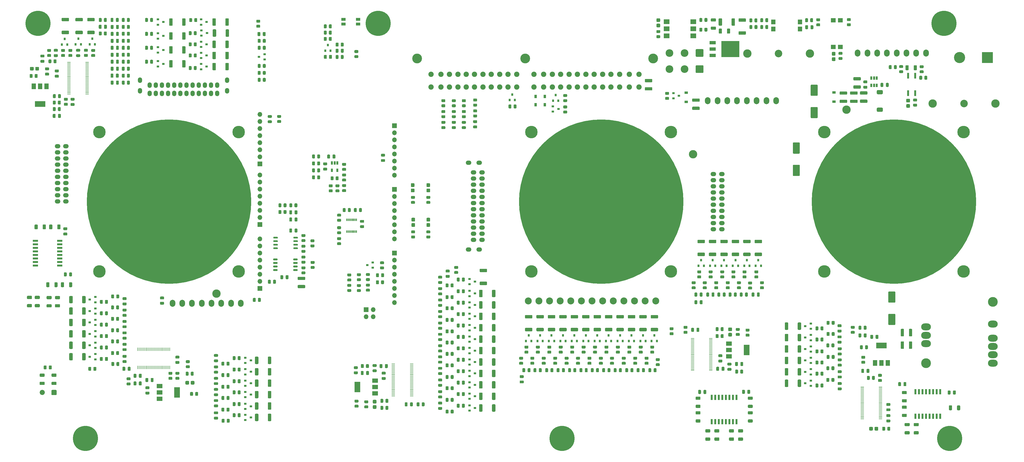
<source format=gts>
%TF.GenerationSoftware,KiCad,Pcbnew,(5.1.9-0-10_14)*%
%TF.CreationDate,2021-04-10T00:10:23-04:00*%
%TF.ProjectId,LiBCM,4c694243-4d2e-46b6-9963-61645f706362,A*%
%TF.SameCoordinates,Original*%
%TF.FileFunction,Soldermask,Top*%
%TF.FilePolarity,Negative*%
%FSLAX46Y46*%
G04 Gerber Fmt 4.6, Leading zero omitted, Abs format (unit mm)*
G04 Created by KiCad (PCBNEW (5.1.9-0-10_14)) date 2021-04-10 00:10:23*
%MOMM*%
%LPD*%
G01*
G04 APERTURE LIST*
%ADD10R,0.650000X1.220000*%
%ADD11R,1.500000X1.780000*%
%ADD12R,1.780000X1.500000*%
%ADD13R,0.640000X2.000000*%
%ADD14R,0.640000X1.910000*%
%ADD15R,1.910000X0.640000*%
%ADD16R,0.305000X0.889000*%
%ADD17R,1.250000X0.250000*%
%ADD18R,1.249800X0.249800*%
%ADD19R,0.250000X1.250000*%
%ADD20R,0.249800X1.249800*%
%ADD21R,0.900000X1.200000*%
%ADD22R,1.200000X0.900000*%
%ADD23C,9.000000*%
%ADD24O,1.700000X1.700000*%
%ADD25R,1.700000X1.700000*%
%ADD26C,2.750000*%
%ADD27R,0.900000X0.800000*%
%ADD28R,0.800000X0.900000*%
%ADD29R,1.500000X2.000000*%
%ADD30R,3.800000X2.000000*%
%ADD31R,2.000000X1.500000*%
%ADD32R,2.000000X3.800000*%
%ADD33R,2.000000X1.780000*%
%ADD34C,4.000000*%
%ADD35R,4.000000X4.000000*%
%ADD36C,3.000000*%
%ADD37C,4.500000*%
%ADD38C,59.000000*%
%ADD39O,3.500000X2.500000*%
%ADD40C,3.500000*%
%ADD41O,2.000000X1.500000*%
%ADD42O,1.500000X2.000000*%
%ADD43R,6.400000X5.800000*%
%ADD44R,2.200000X1.200000*%
%ADD45C,2.700000*%
%ADD46O,2.000000X2.500000*%
%ADD47C,1.900000*%
%ADD48R,1.550000X1.000000*%
%ADD49C,1.850000*%
%ADD50C,2.500000*%
G04 APERTURE END LIST*
%TO.C,C40*%
G36*
G01*
X55550000Y-41725000D02*
X55550000Y-42675000D01*
G75*
G02*
X55300000Y-42925000I-250000J0D01*
G01*
X54800000Y-42925000D01*
G75*
G02*
X54550000Y-42675000I0J250000D01*
G01*
X54550000Y-41725000D01*
G75*
G02*
X54800000Y-41475000I250000J0D01*
G01*
X55300000Y-41475000D01*
G75*
G02*
X55550000Y-41725000I0J-250000D01*
G01*
G37*
G36*
G01*
X57450000Y-41725000D02*
X57450000Y-42675000D01*
G75*
G02*
X57200000Y-42925000I-250000J0D01*
G01*
X56700000Y-42925000D01*
G75*
G02*
X56450000Y-42675000I0J250000D01*
G01*
X56450000Y-41725000D01*
G75*
G02*
X56700000Y-41475000I250000J0D01*
G01*
X57200000Y-41475000D01*
G75*
G02*
X57450000Y-41725000I0J-250000D01*
G01*
G37*
%TD*%
%TO.C,C26*%
G36*
G01*
X269850001Y-72050000D02*
X267649999Y-72050000D01*
G75*
G02*
X267400000Y-71800001I0J249999D01*
G01*
X267400000Y-71149999D01*
G75*
G02*
X267649999Y-70900000I249999J0D01*
G01*
X269850001Y-70900000D01*
G75*
G02*
X270100000Y-71149999I0J-249999D01*
G01*
X270100000Y-71800001D01*
G75*
G02*
X269850001Y-72050000I-249999J0D01*
G01*
G37*
G36*
G01*
X269850001Y-69100000D02*
X267649999Y-69100000D01*
G75*
G02*
X267400000Y-68850001I0J249999D01*
G01*
X267400000Y-68199999D01*
G75*
G02*
X267649999Y-67950000I249999J0D01*
G01*
X269850001Y-67950000D01*
G75*
G02*
X270100000Y-68199999I0J-249999D01*
G01*
X270100000Y-68850001D01*
G75*
G02*
X269850001Y-69100000I-249999J0D01*
G01*
G37*
%TD*%
%TO.C,C31*%
G36*
G01*
X345050000Y-56249999D02*
X345050000Y-57550001D01*
G75*
G02*
X344800001Y-57800000I-249999J0D01*
G01*
X344149999Y-57800000D01*
G75*
G02*
X343900000Y-57550001I0J249999D01*
G01*
X343900000Y-56249999D01*
G75*
G02*
X344149999Y-56000000I249999J0D01*
G01*
X344800001Y-56000000D01*
G75*
G02*
X345050000Y-56249999I0J-249999D01*
G01*
G37*
G36*
G01*
X348000000Y-56249999D02*
X348000000Y-57550001D01*
G75*
G02*
X347750001Y-57800000I-249999J0D01*
G01*
X347099999Y-57800000D01*
G75*
G02*
X346850000Y-57550001I0J249999D01*
G01*
X346850000Y-56249999D01*
G75*
G02*
X347099999Y-56000000I249999J0D01*
G01*
X347750001Y-56000000D01*
G75*
G02*
X348000000Y-56249999I0J-249999D01*
G01*
G37*
%TD*%
%TO.C,C32*%
G36*
G01*
X279875000Y-44400001D02*
X279875000Y-43099999D01*
G75*
G02*
X280124999Y-42850000I249999J0D01*
G01*
X280775001Y-42850000D01*
G75*
G02*
X281025000Y-43099999I0J-249999D01*
G01*
X281025000Y-44400001D01*
G75*
G02*
X280775001Y-44650000I-249999J0D01*
G01*
X280124999Y-44650000D01*
G75*
G02*
X279875000Y-44400001I0J249999D01*
G01*
G37*
G36*
G01*
X276925000Y-44400001D02*
X276925000Y-43099999D01*
G75*
G02*
X277174999Y-42850000I249999J0D01*
G01*
X277825001Y-42850000D01*
G75*
G02*
X278075000Y-43099999I0J-249999D01*
G01*
X278075000Y-44400001D01*
G75*
G02*
X277825001Y-44650000I-249999J0D01*
G01*
X277174999Y-44650000D01*
G75*
G02*
X276925000Y-44400001I0J249999D01*
G01*
G37*
%TD*%
%TO.C,C33*%
G36*
G01*
X275650001Y-40325000D02*
X274349999Y-40325000D01*
G75*
G02*
X274100000Y-40075001I0J249999D01*
G01*
X274100000Y-39424999D01*
G75*
G02*
X274349999Y-39175000I249999J0D01*
G01*
X275650001Y-39175000D01*
G75*
G02*
X275900000Y-39424999I0J-249999D01*
G01*
X275900000Y-40075001D01*
G75*
G02*
X275650001Y-40325000I-249999J0D01*
G01*
G37*
G36*
G01*
X275650001Y-43275000D02*
X274349999Y-43275000D01*
G75*
G02*
X274100000Y-43025001I0J249999D01*
G01*
X274100000Y-42374999D01*
G75*
G02*
X274349999Y-42125000I249999J0D01*
G01*
X275650001Y-42125000D01*
G75*
G02*
X275900000Y-42374999I0J-249999D01*
G01*
X275900000Y-43025001D01*
G75*
G02*
X275650001Y-43275000I-249999J0D01*
G01*
G37*
%TD*%
%TO.C,C55*%
G36*
G01*
X33150001Y-139950000D02*
X31849999Y-139950000D01*
G75*
G02*
X31600000Y-139700001I0J249999D01*
G01*
X31600000Y-139049999D01*
G75*
G02*
X31849999Y-138800000I249999J0D01*
G01*
X33150001Y-138800000D01*
G75*
G02*
X33400000Y-139049999I0J-249999D01*
G01*
X33400000Y-139700001D01*
G75*
G02*
X33150001Y-139950000I-249999J0D01*
G01*
G37*
G36*
G01*
X33150001Y-142900000D02*
X31849999Y-142900000D01*
G75*
G02*
X31600000Y-142650001I0J249999D01*
G01*
X31600000Y-141999999D01*
G75*
G02*
X31849999Y-141750000I249999J0D01*
G01*
X33150001Y-141750000D01*
G75*
G02*
X33400000Y-141999999I0J-249999D01*
G01*
X33400000Y-142650001D01*
G75*
G02*
X33150001Y-142900000I-249999J0D01*
G01*
G37*
%TD*%
%TO.C,C56*%
G36*
G01*
X30350001Y-139950000D02*
X29049999Y-139950000D01*
G75*
G02*
X28800000Y-139700001I0J249999D01*
G01*
X28800000Y-139049999D01*
G75*
G02*
X29049999Y-138800000I249999J0D01*
G01*
X30350001Y-138800000D01*
G75*
G02*
X30600000Y-139049999I0J-249999D01*
G01*
X30600000Y-139700001D01*
G75*
G02*
X30350001Y-139950000I-249999J0D01*
G01*
G37*
G36*
G01*
X30350001Y-142900000D02*
X29049999Y-142900000D01*
G75*
G02*
X28800000Y-142650001I0J249999D01*
G01*
X28800000Y-141999999D01*
G75*
G02*
X29049999Y-141750000I249999J0D01*
G01*
X30350001Y-141750000D01*
G75*
G02*
X30600000Y-141999999I0J-249999D01*
G01*
X30600000Y-142650001D01*
G75*
G02*
X30350001Y-142900000I-249999J0D01*
G01*
G37*
%TD*%
%TO.C,C71*%
G36*
G01*
X37400001Y-140000000D02*
X36099999Y-140000000D01*
G75*
G02*
X35850000Y-139750001I0J249999D01*
G01*
X35850000Y-139099999D01*
G75*
G02*
X36099999Y-138850000I249999J0D01*
G01*
X37400001Y-138850000D01*
G75*
G02*
X37650000Y-139099999I0J-249999D01*
G01*
X37650000Y-139750001D01*
G75*
G02*
X37400001Y-140000000I-249999J0D01*
G01*
G37*
G36*
G01*
X37400001Y-142950000D02*
X36099999Y-142950000D01*
G75*
G02*
X35850000Y-142700001I0J249999D01*
G01*
X35850000Y-142049999D01*
G75*
G02*
X36099999Y-141800000I249999J0D01*
G01*
X37400001Y-141800000D01*
G75*
G02*
X37650000Y-142049999I0J-249999D01*
G01*
X37650000Y-142700001D01*
G75*
G02*
X37400001Y-142950000I-249999J0D01*
G01*
G37*
%TD*%
%TO.C,C72*%
G36*
G01*
X40400001Y-140000000D02*
X39099999Y-140000000D01*
G75*
G02*
X38850000Y-139750001I0J249999D01*
G01*
X38850000Y-139099999D01*
G75*
G02*
X39099999Y-138850000I249999J0D01*
G01*
X40400001Y-138850000D01*
G75*
G02*
X40650000Y-139099999I0J-249999D01*
G01*
X40650000Y-139750001D01*
G75*
G02*
X40400001Y-140000000I-249999J0D01*
G01*
G37*
G36*
G01*
X40400001Y-142950000D02*
X39099999Y-142950000D01*
G75*
G02*
X38850000Y-142700001I0J249999D01*
G01*
X38850000Y-142049999D01*
G75*
G02*
X39099999Y-141800000I249999J0D01*
G01*
X40400001Y-141800000D01*
G75*
G02*
X40650000Y-142049999I0J-249999D01*
G01*
X40650000Y-142700001D01*
G75*
G02*
X40400001Y-142950000I-249999J0D01*
G01*
G37*
%TD*%
%TO.C,C78*%
G36*
G01*
X273650001Y-187850000D02*
X272349999Y-187850000D01*
G75*
G02*
X272100000Y-187600001I0J249999D01*
G01*
X272100000Y-186949999D01*
G75*
G02*
X272349999Y-186700000I249999J0D01*
G01*
X273650001Y-186700000D01*
G75*
G02*
X273900000Y-186949999I0J-249999D01*
G01*
X273900000Y-187600001D01*
G75*
G02*
X273650001Y-187850000I-249999J0D01*
G01*
G37*
G36*
G01*
X273650001Y-190800000D02*
X272349999Y-190800000D01*
G75*
G02*
X272100000Y-190550001I0J249999D01*
G01*
X272100000Y-189899999D01*
G75*
G02*
X272349999Y-189650000I249999J0D01*
G01*
X273650001Y-189650000D01*
G75*
G02*
X273900000Y-189899999I0J-249999D01*
G01*
X273900000Y-190550001D01*
G75*
G02*
X273650001Y-190800000I-249999J0D01*
G01*
G37*
%TD*%
%TO.C,C92*%
G36*
G01*
X276900001Y-187850000D02*
X275599999Y-187850000D01*
G75*
G02*
X275350000Y-187600001I0J249999D01*
G01*
X275350000Y-186949999D01*
G75*
G02*
X275599999Y-186700000I249999J0D01*
G01*
X276900001Y-186700000D01*
G75*
G02*
X277150000Y-186949999I0J-249999D01*
G01*
X277150000Y-187600001D01*
G75*
G02*
X276900001Y-187850000I-249999J0D01*
G01*
G37*
G36*
G01*
X276900001Y-190800000D02*
X275599999Y-190800000D01*
G75*
G02*
X275350000Y-190550001I0J249999D01*
G01*
X275350000Y-189899999D01*
G75*
G02*
X275599999Y-189650000I249999J0D01*
G01*
X276900001Y-189650000D01*
G75*
G02*
X277150000Y-189899999I0J-249999D01*
G01*
X277150000Y-190550001D01*
G75*
G02*
X276900001Y-190800000I-249999J0D01*
G01*
G37*
%TD*%
%TO.C,C95*%
G36*
G01*
X345150001Y-185600000D02*
X343849999Y-185600000D01*
G75*
G02*
X343600000Y-185350001I0J249999D01*
G01*
X343600000Y-184699999D01*
G75*
G02*
X343849999Y-184450000I249999J0D01*
G01*
X345150001Y-184450000D01*
G75*
G02*
X345400000Y-184699999I0J-249999D01*
G01*
X345400000Y-185350001D01*
G75*
G02*
X345150001Y-185600000I-249999J0D01*
G01*
G37*
G36*
G01*
X345150001Y-188550000D02*
X343849999Y-188550000D01*
G75*
G02*
X343600000Y-188300001I0J249999D01*
G01*
X343600000Y-187649999D01*
G75*
G02*
X343849999Y-187400000I249999J0D01*
G01*
X345150001Y-187400000D01*
G75*
G02*
X345400000Y-187649999I0J-249999D01*
G01*
X345400000Y-188300001D01*
G75*
G02*
X345150001Y-188550000I-249999J0D01*
G01*
G37*
%TD*%
%TO.C,C96*%
G36*
G01*
X348400001Y-185600000D02*
X347099999Y-185600000D01*
G75*
G02*
X346850000Y-185350001I0J249999D01*
G01*
X346850000Y-184699999D01*
G75*
G02*
X347099999Y-184450000I249999J0D01*
G01*
X348400001Y-184450000D01*
G75*
G02*
X348650000Y-184699999I0J-249999D01*
G01*
X348650000Y-185350001D01*
G75*
G02*
X348400001Y-185600000I-249999J0D01*
G01*
G37*
G36*
G01*
X348400001Y-188550000D02*
X347099999Y-188550000D01*
G75*
G02*
X346850000Y-188300001I0J249999D01*
G01*
X346850000Y-187649999D01*
G75*
G02*
X347099999Y-187400000I249999J0D01*
G01*
X348400001Y-187400000D01*
G75*
G02*
X348650000Y-187649999I0J-249999D01*
G01*
X348650000Y-188300001D01*
G75*
G02*
X348400001Y-188550000I-249999J0D01*
G01*
G37*
%TD*%
%TO.C,C101*%
G36*
G01*
X33599999Y-169650000D02*
X34900001Y-169650000D01*
G75*
G02*
X35150000Y-169899999I0J-249999D01*
G01*
X35150000Y-170550001D01*
G75*
G02*
X34900001Y-170800000I-249999J0D01*
G01*
X33599999Y-170800000D01*
G75*
G02*
X33350000Y-170550001I0J249999D01*
G01*
X33350000Y-169899999D01*
G75*
G02*
X33599999Y-169650000I249999J0D01*
G01*
G37*
G36*
G01*
X33599999Y-166700000D02*
X34900001Y-166700000D01*
G75*
G02*
X35150000Y-166949999I0J-249999D01*
G01*
X35150000Y-167600001D01*
G75*
G02*
X34900001Y-167850000I-249999J0D01*
G01*
X33599999Y-167850000D01*
G75*
G02*
X33350000Y-167600001I0J249999D01*
G01*
X33350000Y-166949999D01*
G75*
G02*
X33599999Y-166700000I249999J0D01*
G01*
G37*
%TD*%
%TO.C,C102*%
G36*
G01*
X37849999Y-169650000D02*
X39150001Y-169650000D01*
G75*
G02*
X39400000Y-169899999I0J-249999D01*
G01*
X39400000Y-170550001D01*
G75*
G02*
X39150001Y-170800000I-249999J0D01*
G01*
X37849999Y-170800000D01*
G75*
G02*
X37600000Y-170550001I0J249999D01*
G01*
X37600000Y-169899999D01*
G75*
G02*
X37849999Y-169650000I249999J0D01*
G01*
G37*
G36*
G01*
X37849999Y-166700000D02*
X39150001Y-166700000D01*
G75*
G02*
X39400000Y-166949999I0J-249999D01*
G01*
X39400000Y-167600001D01*
G75*
G02*
X39150001Y-167850000I-249999J0D01*
G01*
X37849999Y-167850000D01*
G75*
G02*
X37600000Y-167600001I0J249999D01*
G01*
X37600000Y-166949999D01*
G75*
G02*
X37849999Y-166700000I249999J0D01*
G01*
G37*
%TD*%
%TO.C,R61*%
G36*
G01*
X313050002Y-40200000D02*
X312149998Y-40200000D01*
G75*
G02*
X311900000Y-39950002I0J249998D01*
G01*
X311900000Y-39424998D01*
G75*
G02*
X312149998Y-39175000I249998J0D01*
G01*
X313050002Y-39175000D01*
G75*
G02*
X313300000Y-39424998I0J-249998D01*
G01*
X313300000Y-39950002D01*
G75*
G02*
X313050002Y-40200000I-249998J0D01*
G01*
G37*
G36*
G01*
X313050002Y-42025000D02*
X312149998Y-42025000D01*
G75*
G02*
X311900000Y-41775002I0J249998D01*
G01*
X311900000Y-41249998D01*
G75*
G02*
X312149998Y-41000000I249998J0D01*
G01*
X313050002Y-41000000D01*
G75*
G02*
X313300000Y-41249998I0J-249998D01*
G01*
X313300000Y-41775002D01*
G75*
G02*
X313050002Y-42025000I-249998J0D01*
G01*
G37*
%TD*%
%TO.C,R68*%
G36*
G01*
X271012500Y-39299998D02*
X271012500Y-40200002D01*
G75*
G02*
X270762502Y-40450000I-249998J0D01*
G01*
X270237498Y-40450000D01*
G75*
G02*
X269987500Y-40200002I0J249998D01*
G01*
X269987500Y-39299998D01*
G75*
G02*
X270237498Y-39050000I249998J0D01*
G01*
X270762502Y-39050000D01*
G75*
G02*
X271012500Y-39299998I0J-249998D01*
G01*
G37*
G36*
G01*
X272837500Y-39299998D02*
X272837500Y-40200002D01*
G75*
G02*
X272587502Y-40450000I-249998J0D01*
G01*
X272062498Y-40450000D01*
G75*
G02*
X271812500Y-40200002I0J249998D01*
G01*
X271812500Y-39299998D01*
G75*
G02*
X272062498Y-39050000I249998J0D01*
G01*
X272587502Y-39050000D01*
G75*
G02*
X272837500Y-39299998I0J-249998D01*
G01*
G37*
%TD*%
%TO.C,R69*%
G36*
G01*
X339752500Y-57140002D02*
X339752500Y-56239998D01*
G75*
G02*
X340002498Y-55990000I249998J0D01*
G01*
X340527502Y-55990000D01*
G75*
G02*
X340777500Y-56239998I0J-249998D01*
G01*
X340777500Y-57140002D01*
G75*
G02*
X340527502Y-57390000I-249998J0D01*
G01*
X340002498Y-57390000D01*
G75*
G02*
X339752500Y-57140002I0J249998D01*
G01*
G37*
G36*
G01*
X337927500Y-57140002D02*
X337927500Y-56239998D01*
G75*
G02*
X338177498Y-55990000I249998J0D01*
G01*
X338702502Y-55990000D01*
G75*
G02*
X338952500Y-56239998I0J-249998D01*
G01*
X338952500Y-57140002D01*
G75*
G02*
X338702502Y-57390000I-249998J0D01*
G01*
X338177498Y-57390000D01*
G75*
G02*
X337927500Y-57140002I0J249998D01*
G01*
G37*
%TD*%
%TO.C,R70*%
G36*
G01*
X342800002Y-57012500D02*
X341899998Y-57012500D01*
G75*
G02*
X341650000Y-56762502I0J249998D01*
G01*
X341650000Y-56237498D01*
G75*
G02*
X341899998Y-55987500I249998J0D01*
G01*
X342800002Y-55987500D01*
G75*
G02*
X343050000Y-56237498I0J-249998D01*
G01*
X343050000Y-56762502D01*
G75*
G02*
X342800002Y-57012500I-249998J0D01*
G01*
G37*
G36*
G01*
X342800002Y-58837500D02*
X341899998Y-58837500D01*
G75*
G02*
X341650000Y-58587502I0J249998D01*
G01*
X341650000Y-58062498D01*
G75*
G02*
X341899998Y-57812500I249998J0D01*
G01*
X342800002Y-57812500D01*
G75*
G02*
X343050000Y-58062498I0J-249998D01*
G01*
X343050000Y-58587502D01*
G75*
G02*
X342800002Y-58837500I-249998J0D01*
G01*
G37*
%TD*%
%TO.C,R71*%
G36*
G01*
X349887500Y-60049998D02*
X349887500Y-60950002D01*
G75*
G02*
X349637502Y-61200000I-249998J0D01*
G01*
X349112498Y-61200000D01*
G75*
G02*
X348862500Y-60950002I0J249998D01*
G01*
X348862500Y-60049998D01*
G75*
G02*
X349112498Y-59800000I249998J0D01*
G01*
X349637502Y-59800000D01*
G75*
G02*
X349887500Y-60049998I0J-249998D01*
G01*
G37*
G36*
G01*
X351712500Y-60049998D02*
X351712500Y-60950002D01*
G75*
G02*
X351462502Y-61200000I-249998J0D01*
G01*
X350937498Y-61200000D01*
G75*
G02*
X350687500Y-60950002I0J249998D01*
G01*
X350687500Y-60049998D01*
G75*
G02*
X350937498Y-59800000I249998J0D01*
G01*
X351462502Y-59800000D01*
G75*
G02*
X351712500Y-60049998I0J-249998D01*
G01*
G37*
%TD*%
%TO.C,R72*%
G36*
G01*
X350150002Y-57050000D02*
X349249998Y-57050000D01*
G75*
G02*
X349000000Y-56800002I0J249998D01*
G01*
X349000000Y-56274998D01*
G75*
G02*
X349249998Y-56025000I249998J0D01*
G01*
X350150002Y-56025000D01*
G75*
G02*
X350400000Y-56274998I0J-249998D01*
G01*
X350400000Y-56800002D01*
G75*
G02*
X350150002Y-57050000I-249998J0D01*
G01*
G37*
G36*
G01*
X350150002Y-58875000D02*
X349249998Y-58875000D01*
G75*
G02*
X349000000Y-58625002I0J249998D01*
G01*
X349000000Y-58099998D01*
G75*
G02*
X349249998Y-57850000I249998J0D01*
G01*
X350150002Y-57850000D01*
G75*
G02*
X350400000Y-58099998I0J-249998D01*
G01*
X350400000Y-58625002D01*
G75*
G02*
X350150002Y-58875000I-249998J0D01*
G01*
G37*
%TD*%
%TO.C,R74*%
G36*
G01*
X289762500Y-42750002D02*
X289762500Y-41849998D01*
G75*
G02*
X290012498Y-41600000I249998J0D01*
G01*
X290537502Y-41600000D01*
G75*
G02*
X290787500Y-41849998I0J-249998D01*
G01*
X290787500Y-42750002D01*
G75*
G02*
X290537502Y-43000000I-249998J0D01*
G01*
X290012498Y-43000000D01*
G75*
G02*
X289762500Y-42750002I0J249998D01*
G01*
G37*
G36*
G01*
X287937500Y-42750002D02*
X287937500Y-41849998D01*
G75*
G02*
X288187498Y-41600000I249998J0D01*
G01*
X288712502Y-41600000D01*
G75*
G02*
X288962500Y-41849998I0J-249998D01*
G01*
X288962500Y-42750002D01*
G75*
G02*
X288712502Y-43000000I-249998J0D01*
G01*
X288187498Y-43000000D01*
G75*
G02*
X287937500Y-42750002I0J249998D01*
G01*
G37*
%TD*%
%TO.C,R75*%
G36*
G01*
X289750000Y-40350002D02*
X289750000Y-39449998D01*
G75*
G02*
X289999998Y-39200000I249998J0D01*
G01*
X290525002Y-39200000D01*
G75*
G02*
X290775000Y-39449998I0J-249998D01*
G01*
X290775000Y-40350002D01*
G75*
G02*
X290525002Y-40600000I-249998J0D01*
G01*
X289999998Y-40600000D01*
G75*
G02*
X289750000Y-40350002I0J249998D01*
G01*
G37*
G36*
G01*
X287925000Y-40350002D02*
X287925000Y-39449998D01*
G75*
G02*
X288174998Y-39200000I249998J0D01*
G01*
X288700002Y-39200000D01*
G75*
G02*
X288950000Y-39449998I0J-249998D01*
G01*
X288950000Y-40350002D01*
G75*
G02*
X288700002Y-40600000I-249998J0D01*
G01*
X288174998Y-40600000D01*
G75*
G02*
X287925000Y-40350002I0J249998D01*
G01*
G37*
%TD*%
%TO.C,R77*%
G36*
G01*
X293650000Y-40300002D02*
X293650000Y-39399998D01*
G75*
G02*
X293899998Y-39150000I249998J0D01*
G01*
X294425002Y-39150000D01*
G75*
G02*
X294675000Y-39399998I0J-249998D01*
G01*
X294675000Y-40300002D01*
G75*
G02*
X294425002Y-40550000I-249998J0D01*
G01*
X293899998Y-40550000D01*
G75*
G02*
X293650000Y-40300002I0J249998D01*
G01*
G37*
G36*
G01*
X291825000Y-40300002D02*
X291825000Y-39399998D01*
G75*
G02*
X292074998Y-39150000I249998J0D01*
G01*
X292600002Y-39150000D01*
G75*
G02*
X292850000Y-39399998I0J-249998D01*
G01*
X292850000Y-40300002D01*
G75*
G02*
X292600002Y-40550000I-249998J0D01*
G01*
X292074998Y-40550000D01*
G75*
G02*
X291825000Y-40300002I0J249998D01*
G01*
G37*
%TD*%
%TO.C,R78*%
G36*
G01*
X271012500Y-42799998D02*
X271012500Y-43700002D01*
G75*
G02*
X270762502Y-43950000I-249998J0D01*
G01*
X270237498Y-43950000D01*
G75*
G02*
X269987500Y-43700002I0J249998D01*
G01*
X269987500Y-42799998D01*
G75*
G02*
X270237498Y-42550000I249998J0D01*
G01*
X270762502Y-42550000D01*
G75*
G02*
X271012500Y-42799998I0J-249998D01*
G01*
G37*
G36*
G01*
X272837500Y-42799998D02*
X272837500Y-43700002D01*
G75*
G02*
X272587502Y-43950000I-249998J0D01*
G01*
X272062498Y-43950000D01*
G75*
G02*
X271812500Y-43700002I0J249998D01*
G01*
X271812500Y-42799998D01*
G75*
G02*
X272062498Y-42550000I249998J0D01*
G01*
X272587502Y-42550000D01*
G75*
G02*
X272837500Y-42799998I0J-249998D01*
G01*
G37*
%TD*%
%TO.C,R79*%
G36*
G01*
X293650000Y-42750002D02*
X293650000Y-41849998D01*
G75*
G02*
X293899998Y-41600000I249998J0D01*
G01*
X294425002Y-41600000D01*
G75*
G02*
X294675000Y-41849998I0J-249998D01*
G01*
X294675000Y-42750002D01*
G75*
G02*
X294425002Y-43000000I-249998J0D01*
G01*
X293899998Y-43000000D01*
G75*
G02*
X293650000Y-42750002I0J249998D01*
G01*
G37*
G36*
G01*
X291825000Y-42750002D02*
X291825000Y-41849998D01*
G75*
G02*
X292074998Y-41600000I249998J0D01*
G01*
X292600002Y-41600000D01*
G75*
G02*
X292850000Y-41849998I0J-249998D01*
G01*
X292850000Y-42750002D01*
G75*
G02*
X292600002Y-43000000I-249998J0D01*
G01*
X292074998Y-43000000D01*
G75*
G02*
X291825000Y-42750002I0J249998D01*
G01*
G37*
%TD*%
%TO.C,R80*%
G36*
G01*
X324050002Y-40150000D02*
X323149998Y-40150000D01*
G75*
G02*
X322900000Y-39900002I0J249998D01*
G01*
X322900000Y-39374998D01*
G75*
G02*
X323149998Y-39125000I249998J0D01*
G01*
X324050002Y-39125000D01*
G75*
G02*
X324300000Y-39374998I0J-249998D01*
G01*
X324300000Y-39900002D01*
G75*
G02*
X324050002Y-40150000I-249998J0D01*
G01*
G37*
G36*
G01*
X324050002Y-41975000D02*
X323149998Y-41975000D01*
G75*
G02*
X322900000Y-41725002I0J249998D01*
G01*
X322900000Y-41199998D01*
G75*
G02*
X323149998Y-40950000I249998J0D01*
G01*
X324050002Y-40950000D01*
G75*
G02*
X324300000Y-41199998I0J-249998D01*
G01*
X324300000Y-41725002D01*
G75*
G02*
X324050002Y-41975000I-249998J0D01*
G01*
G37*
%TD*%
%TO.C,R83*%
G36*
G01*
X99950000Y-57575001D02*
X99950000Y-55424999D01*
G75*
G02*
X100199999Y-55175000I249999J0D01*
G01*
X100925001Y-55175000D01*
G75*
G02*
X101175000Y-55424999I0J-249999D01*
G01*
X101175000Y-57575001D01*
G75*
G02*
X100925001Y-57825000I-249999J0D01*
G01*
X100199999Y-57825000D01*
G75*
G02*
X99950000Y-57575001I0J249999D01*
G01*
G37*
G36*
G01*
X95325000Y-57575001D02*
X95325000Y-55424999D01*
G75*
G02*
X95574999Y-55175000I249999J0D01*
G01*
X96300001Y-55175000D01*
G75*
G02*
X96550000Y-55424999I0J-249999D01*
G01*
X96550000Y-57575001D01*
G75*
G02*
X96300001Y-57825000I-249999J0D01*
G01*
X95574999Y-57825000D01*
G75*
G02*
X95325000Y-57575001I0J249999D01*
G01*
G37*
%TD*%
%TO.C,R84*%
G36*
G01*
X84450000Y-56575001D02*
X84450000Y-54424999D01*
G75*
G02*
X84699999Y-54175000I249999J0D01*
G01*
X85425001Y-54175000D01*
G75*
G02*
X85675000Y-54424999I0J-249999D01*
G01*
X85675000Y-56575001D01*
G75*
G02*
X85425001Y-56825000I-249999J0D01*
G01*
X84699999Y-56825000D01*
G75*
G02*
X84450000Y-56575001I0J249999D01*
G01*
G37*
G36*
G01*
X79825000Y-56575001D02*
X79825000Y-54424999D01*
G75*
G02*
X80074999Y-54175000I249999J0D01*
G01*
X80800001Y-54175000D01*
G75*
G02*
X81050000Y-54424999I0J-249999D01*
G01*
X81050000Y-56575001D01*
G75*
G02*
X80800001Y-56825000I-249999J0D01*
G01*
X80074999Y-56825000D01*
G75*
G02*
X79825000Y-56575001I0J249999D01*
G01*
G37*
%TD*%
%TO.C,R85*%
G36*
G01*
X99950000Y-53575001D02*
X99950000Y-51424999D01*
G75*
G02*
X100199999Y-51175000I249999J0D01*
G01*
X100925001Y-51175000D01*
G75*
G02*
X101175000Y-51424999I0J-249999D01*
G01*
X101175000Y-53575001D01*
G75*
G02*
X100925001Y-53825000I-249999J0D01*
G01*
X100199999Y-53825000D01*
G75*
G02*
X99950000Y-53575001I0J249999D01*
G01*
G37*
G36*
G01*
X95325000Y-53575001D02*
X95325000Y-51424999D01*
G75*
G02*
X95574999Y-51175000I249999J0D01*
G01*
X96300001Y-51175000D01*
G75*
G02*
X96550000Y-51424999I0J-249999D01*
G01*
X96550000Y-53575001D01*
G75*
G02*
X96300001Y-53825000I-249999J0D01*
G01*
X95574999Y-53825000D01*
G75*
G02*
X95325000Y-53575001I0J249999D01*
G01*
G37*
%TD*%
%TO.C,R86*%
G36*
G01*
X84450000Y-51575001D02*
X84450000Y-49424999D01*
G75*
G02*
X84699999Y-49175000I249999J0D01*
G01*
X85425001Y-49175000D01*
G75*
G02*
X85675000Y-49424999I0J-249999D01*
G01*
X85675000Y-51575001D01*
G75*
G02*
X85425001Y-51825000I-249999J0D01*
G01*
X84699999Y-51825000D01*
G75*
G02*
X84450000Y-51575001I0J249999D01*
G01*
G37*
G36*
G01*
X79825000Y-51575001D02*
X79825000Y-49424999D01*
G75*
G02*
X80074999Y-49175000I249999J0D01*
G01*
X80800001Y-49175000D01*
G75*
G02*
X81050000Y-49424999I0J-249999D01*
G01*
X81050000Y-51575001D01*
G75*
G02*
X80800001Y-51825000I-249999J0D01*
G01*
X80074999Y-51825000D01*
G75*
G02*
X79825000Y-51575001I0J249999D01*
G01*
G37*
%TD*%
%TO.C,R87*%
G36*
G01*
X99950000Y-49575001D02*
X99950000Y-47424999D01*
G75*
G02*
X100199999Y-47175000I249999J0D01*
G01*
X100925001Y-47175000D01*
G75*
G02*
X101175000Y-47424999I0J-249999D01*
G01*
X101175000Y-49575001D01*
G75*
G02*
X100925001Y-49825000I-249999J0D01*
G01*
X100199999Y-49825000D01*
G75*
G02*
X99950000Y-49575001I0J249999D01*
G01*
G37*
G36*
G01*
X95325000Y-49575001D02*
X95325000Y-47424999D01*
G75*
G02*
X95574999Y-47175000I249999J0D01*
G01*
X96300001Y-47175000D01*
G75*
G02*
X96550000Y-47424999I0J-249999D01*
G01*
X96550000Y-49575001D01*
G75*
G02*
X96300001Y-49825000I-249999J0D01*
G01*
X95574999Y-49825000D01*
G75*
G02*
X95325000Y-49575001I0J249999D01*
G01*
G37*
%TD*%
%TO.C,R88*%
G36*
G01*
X84450000Y-46575001D02*
X84450000Y-44424999D01*
G75*
G02*
X84699999Y-44175000I249999J0D01*
G01*
X85425001Y-44175000D01*
G75*
G02*
X85675000Y-44424999I0J-249999D01*
G01*
X85675000Y-46575001D01*
G75*
G02*
X85425001Y-46825000I-249999J0D01*
G01*
X84699999Y-46825000D01*
G75*
G02*
X84450000Y-46575001I0J249999D01*
G01*
G37*
G36*
G01*
X79825000Y-46575001D02*
X79825000Y-44424999D01*
G75*
G02*
X80074999Y-44175000I249999J0D01*
G01*
X80800001Y-44175000D01*
G75*
G02*
X81050000Y-44424999I0J-249999D01*
G01*
X81050000Y-46575001D01*
G75*
G02*
X80800001Y-46825000I-249999J0D01*
G01*
X80074999Y-46825000D01*
G75*
G02*
X79825000Y-46575001I0J249999D01*
G01*
G37*
%TD*%
%TO.C,R89*%
G36*
G01*
X100050000Y-45525001D02*
X100050000Y-43374999D01*
G75*
G02*
X100299999Y-43125000I249999J0D01*
G01*
X101025001Y-43125000D01*
G75*
G02*
X101275000Y-43374999I0J-249999D01*
G01*
X101275000Y-45525001D01*
G75*
G02*
X101025001Y-45775000I-249999J0D01*
G01*
X100299999Y-45775000D01*
G75*
G02*
X100050000Y-45525001I0J249999D01*
G01*
G37*
G36*
G01*
X95425000Y-45525001D02*
X95425000Y-43374999D01*
G75*
G02*
X95674999Y-43125000I249999J0D01*
G01*
X96400001Y-43125000D01*
G75*
G02*
X96650000Y-43374999I0J-249999D01*
G01*
X96650000Y-45525001D01*
G75*
G02*
X96400001Y-45775000I-249999J0D01*
G01*
X95674999Y-45775000D01*
G75*
G02*
X95425000Y-45525001I0J249999D01*
G01*
G37*
%TD*%
%TO.C,R90*%
G36*
G01*
X84450000Y-41575001D02*
X84450000Y-39424999D01*
G75*
G02*
X84699999Y-39175000I249999J0D01*
G01*
X85425001Y-39175000D01*
G75*
G02*
X85675000Y-39424999I0J-249999D01*
G01*
X85675000Y-41575001D01*
G75*
G02*
X85425001Y-41825000I-249999J0D01*
G01*
X84699999Y-41825000D01*
G75*
G02*
X84450000Y-41575001I0J249999D01*
G01*
G37*
G36*
G01*
X79825000Y-41575001D02*
X79825000Y-39424999D01*
G75*
G02*
X80074999Y-39175000I249999J0D01*
G01*
X80800001Y-39175000D01*
G75*
G02*
X81050000Y-39424999I0J-249999D01*
G01*
X81050000Y-41575001D01*
G75*
G02*
X80800001Y-41825000I-249999J0D01*
G01*
X80074999Y-41825000D01*
G75*
G02*
X79825000Y-41575001I0J249999D01*
G01*
G37*
%TD*%
%TO.C,R91*%
G36*
G01*
X99950000Y-41575001D02*
X99950000Y-39424999D01*
G75*
G02*
X100199999Y-39175000I249999J0D01*
G01*
X100925001Y-39175000D01*
G75*
G02*
X101175000Y-39424999I0J-249999D01*
G01*
X101175000Y-41575001D01*
G75*
G02*
X100925001Y-41825000I-249999J0D01*
G01*
X100199999Y-41825000D01*
G75*
G02*
X99950000Y-41575001I0J249999D01*
G01*
G37*
G36*
G01*
X95325000Y-41575001D02*
X95325000Y-39424999D01*
G75*
G02*
X95574999Y-39175000I249999J0D01*
G01*
X96300001Y-39175000D01*
G75*
G02*
X96550000Y-39424999I0J-249999D01*
G01*
X96550000Y-41575001D01*
G75*
G02*
X96300001Y-41825000I-249999J0D01*
G01*
X95574999Y-41825000D01*
G75*
G02*
X95325000Y-41575001I0J249999D01*
G01*
G37*
%TD*%
%TO.C,R92*%
G36*
G01*
X52825001Y-40237500D02*
X50674999Y-40237500D01*
G75*
G02*
X50425000Y-39987501I0J249999D01*
G01*
X50425000Y-39262499D01*
G75*
G02*
X50674999Y-39012500I249999J0D01*
G01*
X52825001Y-39012500D01*
G75*
G02*
X53075000Y-39262499I0J-249999D01*
G01*
X53075000Y-39987501D01*
G75*
G02*
X52825001Y-40237500I-249999J0D01*
G01*
G37*
G36*
G01*
X52825001Y-44862500D02*
X50674999Y-44862500D01*
G75*
G02*
X50425000Y-44612501I0J249999D01*
G01*
X50425000Y-43887499D01*
G75*
G02*
X50674999Y-43637500I249999J0D01*
G01*
X52825001Y-43637500D01*
G75*
G02*
X53075000Y-43887499I0J-249999D01*
G01*
X53075000Y-44612501D01*
G75*
G02*
X52825001Y-44862500I-249999J0D01*
G01*
G37*
%TD*%
%TO.C,R93*%
G36*
G01*
X48575001Y-40237500D02*
X46424999Y-40237500D01*
G75*
G02*
X46175000Y-39987501I0J249999D01*
G01*
X46175000Y-39262499D01*
G75*
G02*
X46424999Y-39012500I249999J0D01*
G01*
X48575001Y-39012500D01*
G75*
G02*
X48825000Y-39262499I0J-249999D01*
G01*
X48825000Y-39987501D01*
G75*
G02*
X48575001Y-40237500I-249999J0D01*
G01*
G37*
G36*
G01*
X48575001Y-44862500D02*
X46424999Y-44862500D01*
G75*
G02*
X46175000Y-44612501I0J249999D01*
G01*
X46175000Y-43887499D01*
G75*
G02*
X46424999Y-43637500I249999J0D01*
G01*
X48575001Y-43637500D01*
G75*
G02*
X48825000Y-43887499I0J-249999D01*
G01*
X48825000Y-44612501D01*
G75*
G02*
X48575001Y-44862500I-249999J0D01*
G01*
G37*
%TD*%
%TO.C,R94*%
G36*
G01*
X43625001Y-40212500D02*
X41474999Y-40212500D01*
G75*
G02*
X41225000Y-39962501I0J249999D01*
G01*
X41225000Y-39237499D01*
G75*
G02*
X41474999Y-38987500I249999J0D01*
G01*
X43625001Y-38987500D01*
G75*
G02*
X43875000Y-39237499I0J-249999D01*
G01*
X43875000Y-39962501D01*
G75*
G02*
X43625001Y-40212500I-249999J0D01*
G01*
G37*
G36*
G01*
X43625001Y-44837500D02*
X41474999Y-44837500D01*
G75*
G02*
X41225000Y-44587501I0J249999D01*
G01*
X41225000Y-43862499D01*
G75*
G02*
X41474999Y-43612500I249999J0D01*
G01*
X43625001Y-43612500D01*
G75*
G02*
X43875000Y-43862499I0J-249999D01*
G01*
X43875000Y-44587501D01*
G75*
G02*
X43625001Y-44837500I-249999J0D01*
G01*
G37*
%TD*%
%TO.C,R95*%
G36*
G01*
X64662500Y-62700002D02*
X64662500Y-61799998D01*
G75*
G02*
X64912498Y-61550000I249998J0D01*
G01*
X65437502Y-61550000D01*
G75*
G02*
X65687500Y-61799998I0J-249998D01*
G01*
X65687500Y-62700002D01*
G75*
G02*
X65437502Y-62950000I-249998J0D01*
G01*
X64912498Y-62950000D01*
G75*
G02*
X64662500Y-62700002I0J249998D01*
G01*
G37*
G36*
G01*
X62837500Y-62700002D02*
X62837500Y-61799998D01*
G75*
G02*
X63087498Y-61550000I249998J0D01*
G01*
X63612502Y-61550000D01*
G75*
G02*
X63862500Y-61799998I0J-249998D01*
G01*
X63862500Y-62700002D01*
G75*
G02*
X63612502Y-62950000I-249998J0D01*
G01*
X63087498Y-62950000D01*
G75*
G02*
X62837500Y-62700002I0J249998D01*
G01*
G37*
%TD*%
%TO.C,R129*%
G36*
G01*
X39700000Y-114675003D02*
X39700000Y-113424997D01*
G75*
G02*
X39949997Y-113175000I249997J0D01*
G01*
X40575003Y-113175000D01*
G75*
G02*
X40825000Y-113424997I0J-249997D01*
G01*
X40825000Y-114675003D01*
G75*
G02*
X40575003Y-114925000I-249997J0D01*
G01*
X39949997Y-114925000D01*
G75*
G02*
X39700000Y-114675003I0J249997D01*
G01*
G37*
G36*
G01*
X36775000Y-114675003D02*
X36775000Y-113424997D01*
G75*
G02*
X37024997Y-113175000I249997J0D01*
G01*
X37650003Y-113175000D01*
G75*
G02*
X37900000Y-113424997I0J-249997D01*
G01*
X37900000Y-114675003D01*
G75*
G02*
X37650003Y-114925000I-249997J0D01*
G01*
X37024997Y-114925000D01*
G75*
G02*
X36775000Y-114675003I0J249997D01*
G01*
G37*
%TD*%
%TO.C,R130*%
G36*
G01*
X362400000Y-179625003D02*
X362400000Y-178374997D01*
G75*
G02*
X362649997Y-178125000I249997J0D01*
G01*
X363275003Y-178125000D01*
G75*
G02*
X363525000Y-178374997I0J-249997D01*
G01*
X363525000Y-179625003D01*
G75*
G02*
X363275003Y-179875000I-249997J0D01*
G01*
X362649997Y-179875000D01*
G75*
G02*
X362400000Y-179625003I0J249997D01*
G01*
G37*
G36*
G01*
X359475000Y-179625003D02*
X359475000Y-178374997D01*
G75*
G02*
X359724997Y-178125000I249997J0D01*
G01*
X360350003Y-178125000D01*
G75*
G02*
X360600000Y-178374997I0J-249997D01*
G01*
X360600000Y-179625003D01*
G75*
G02*
X360350003Y-179875000I-249997J0D01*
G01*
X359724997Y-179875000D01*
G75*
G02*
X359475000Y-179625003I0J249997D01*
G01*
G37*
%TD*%
%TO.C,R131*%
G36*
G01*
X34450000Y-114675003D02*
X34450000Y-113424997D01*
G75*
G02*
X34699997Y-113175000I249997J0D01*
G01*
X35325003Y-113175000D01*
G75*
G02*
X35575000Y-113424997I0J-249997D01*
G01*
X35575000Y-114675003D01*
G75*
G02*
X35325003Y-114925000I-249997J0D01*
G01*
X34699997Y-114925000D01*
G75*
G02*
X34450000Y-114675003I0J249997D01*
G01*
G37*
G36*
G01*
X31525000Y-114675003D02*
X31525000Y-113424997D01*
G75*
G02*
X31774997Y-113175000I249997J0D01*
G01*
X32400003Y-113175000D01*
G75*
G02*
X32650000Y-113424997I0J-249997D01*
G01*
X32650000Y-114675003D01*
G75*
G02*
X32400003Y-114925000I-249997J0D01*
G01*
X31774997Y-114925000D01*
G75*
G02*
X31525000Y-114675003I0J249997D01*
G01*
G37*
%TD*%
%TO.C,R132*%
G36*
G01*
X115200000Y-183525001D02*
X115200000Y-181374999D01*
G75*
G02*
X115449999Y-181125000I249999J0D01*
G01*
X116175001Y-181125000D01*
G75*
G02*
X116425000Y-181374999I0J-249999D01*
G01*
X116425000Y-183525001D01*
G75*
G02*
X116175001Y-183775000I-249999J0D01*
G01*
X115449999Y-183775000D01*
G75*
G02*
X115200000Y-183525001I0J249999D01*
G01*
G37*
G36*
G01*
X110575000Y-183525001D02*
X110575000Y-181374999D01*
G75*
G02*
X110824999Y-181125000I249999J0D01*
G01*
X111550001Y-181125000D01*
G75*
G02*
X111800000Y-181374999I0J-249999D01*
G01*
X111800000Y-183525001D01*
G75*
G02*
X111550001Y-183775000I-249999J0D01*
G01*
X110824999Y-183775000D01*
G75*
G02*
X110575000Y-183525001I0J249999D01*
G01*
G37*
%TD*%
%TO.C,R133*%
G36*
G01*
X115200000Y-179425001D02*
X115200000Y-177274999D01*
G75*
G02*
X115449999Y-177025000I249999J0D01*
G01*
X116175001Y-177025000D01*
G75*
G02*
X116425000Y-177274999I0J-249999D01*
G01*
X116425000Y-179425001D01*
G75*
G02*
X116175001Y-179675000I-249999J0D01*
G01*
X115449999Y-179675000D01*
G75*
G02*
X115200000Y-179425001I0J249999D01*
G01*
G37*
G36*
G01*
X110575000Y-179425001D02*
X110575000Y-177274999D01*
G75*
G02*
X110824999Y-177025000I249999J0D01*
G01*
X111550001Y-177025000D01*
G75*
G02*
X111800000Y-177274999I0J-249999D01*
G01*
X111800000Y-179425001D01*
G75*
G02*
X111550001Y-179675000I-249999J0D01*
G01*
X110824999Y-179675000D01*
G75*
G02*
X110575000Y-179425001I0J249999D01*
G01*
G37*
%TD*%
%TO.C,R134*%
G36*
G01*
X115200000Y-175325001D02*
X115200000Y-173174999D01*
G75*
G02*
X115449999Y-172925000I249999J0D01*
G01*
X116175001Y-172925000D01*
G75*
G02*
X116425000Y-173174999I0J-249999D01*
G01*
X116425000Y-175325001D01*
G75*
G02*
X116175001Y-175575000I-249999J0D01*
G01*
X115449999Y-175575000D01*
G75*
G02*
X115200000Y-175325001I0J249999D01*
G01*
G37*
G36*
G01*
X110575000Y-175325001D02*
X110575000Y-173174999D01*
G75*
G02*
X110824999Y-172925000I249999J0D01*
G01*
X111550001Y-172925000D01*
G75*
G02*
X111800000Y-173174999I0J-249999D01*
G01*
X111800000Y-175325001D01*
G75*
G02*
X111550001Y-175575000I-249999J0D01*
G01*
X110824999Y-175575000D01*
G75*
G02*
X110575000Y-175325001I0J249999D01*
G01*
G37*
%TD*%
%TO.C,R135*%
G36*
G01*
X115200000Y-171225001D02*
X115200000Y-169074999D01*
G75*
G02*
X115449999Y-168825000I249999J0D01*
G01*
X116175001Y-168825000D01*
G75*
G02*
X116425000Y-169074999I0J-249999D01*
G01*
X116425000Y-171225001D01*
G75*
G02*
X116175001Y-171475000I-249999J0D01*
G01*
X115449999Y-171475000D01*
G75*
G02*
X115200000Y-171225001I0J249999D01*
G01*
G37*
G36*
G01*
X110575000Y-171225001D02*
X110575000Y-169074999D01*
G75*
G02*
X110824999Y-168825000I249999J0D01*
G01*
X111550001Y-168825000D01*
G75*
G02*
X111800000Y-169074999I0J-249999D01*
G01*
X111800000Y-171225001D01*
G75*
G02*
X111550001Y-171475000I-249999J0D01*
G01*
X110824999Y-171475000D01*
G75*
G02*
X110575000Y-171225001I0J249999D01*
G01*
G37*
%TD*%
%TO.C,R136*%
G36*
G01*
X115200000Y-167125001D02*
X115200000Y-164974999D01*
G75*
G02*
X115449999Y-164725000I249999J0D01*
G01*
X116175001Y-164725000D01*
G75*
G02*
X116425000Y-164974999I0J-249999D01*
G01*
X116425000Y-167125001D01*
G75*
G02*
X116175001Y-167375000I-249999J0D01*
G01*
X115449999Y-167375000D01*
G75*
G02*
X115200000Y-167125001I0J249999D01*
G01*
G37*
G36*
G01*
X110575000Y-167125001D02*
X110575000Y-164974999D01*
G75*
G02*
X110824999Y-164725000I249999J0D01*
G01*
X111550001Y-164725000D01*
G75*
G02*
X111800000Y-164974999I0J-249999D01*
G01*
X111800000Y-167125001D01*
G75*
G02*
X111550001Y-167375000I-249999J0D01*
G01*
X110824999Y-167375000D01*
G75*
G02*
X110575000Y-167125001I0J249999D01*
G01*
G37*
%TD*%
%TO.C,R137*%
G36*
G01*
X115200000Y-163025001D02*
X115200000Y-160874999D01*
G75*
G02*
X115449999Y-160625000I249999J0D01*
G01*
X116175001Y-160625000D01*
G75*
G02*
X116425000Y-160874999I0J-249999D01*
G01*
X116425000Y-163025001D01*
G75*
G02*
X116175001Y-163275000I-249999J0D01*
G01*
X115449999Y-163275000D01*
G75*
G02*
X115200000Y-163025001I0J249999D01*
G01*
G37*
G36*
G01*
X110575000Y-163025001D02*
X110575000Y-160874999D01*
G75*
G02*
X110824999Y-160625000I249999J0D01*
G01*
X111550001Y-160625000D01*
G75*
G02*
X111800000Y-160874999I0J-249999D01*
G01*
X111800000Y-163025001D01*
G75*
G02*
X111550001Y-163275000I-249999J0D01*
G01*
X110824999Y-163275000D01*
G75*
G02*
X110575000Y-163025001I0J249999D01*
G01*
G37*
%TD*%
%TO.C,R138*%
G36*
G01*
X45200000Y-139074999D02*
X45200000Y-141225001D01*
G75*
G02*
X44950001Y-141475000I-249999J0D01*
G01*
X44224999Y-141475000D01*
G75*
G02*
X43975000Y-141225001I0J249999D01*
G01*
X43975000Y-139074999D01*
G75*
G02*
X44224999Y-138825000I249999J0D01*
G01*
X44950001Y-138825000D01*
G75*
G02*
X45200000Y-139074999I0J-249999D01*
G01*
G37*
G36*
G01*
X49825000Y-139074999D02*
X49825000Y-141225001D01*
G75*
G02*
X49575001Y-141475000I-249999J0D01*
G01*
X48849999Y-141475000D01*
G75*
G02*
X48600000Y-141225001I0J249999D01*
G01*
X48600000Y-139074999D01*
G75*
G02*
X48849999Y-138825000I249999J0D01*
G01*
X49575001Y-138825000D01*
G75*
G02*
X49825000Y-139074999I0J-249999D01*
G01*
G37*
%TD*%
%TO.C,R139*%
G36*
G01*
X45200000Y-143174999D02*
X45200000Y-145325001D01*
G75*
G02*
X44950001Y-145575000I-249999J0D01*
G01*
X44224999Y-145575000D01*
G75*
G02*
X43975000Y-145325001I0J249999D01*
G01*
X43975000Y-143174999D01*
G75*
G02*
X44224999Y-142925000I249999J0D01*
G01*
X44950001Y-142925000D01*
G75*
G02*
X45200000Y-143174999I0J-249999D01*
G01*
G37*
G36*
G01*
X49825000Y-143174999D02*
X49825000Y-145325001D01*
G75*
G02*
X49575001Y-145575000I-249999J0D01*
G01*
X48849999Y-145575000D01*
G75*
G02*
X48600000Y-145325001I0J249999D01*
G01*
X48600000Y-143174999D01*
G75*
G02*
X48849999Y-142925000I249999J0D01*
G01*
X49575001Y-142925000D01*
G75*
G02*
X49825000Y-143174999I0J-249999D01*
G01*
G37*
%TD*%
%TO.C,R140*%
G36*
G01*
X45200000Y-147274999D02*
X45200000Y-149425001D01*
G75*
G02*
X44950001Y-149675000I-249999J0D01*
G01*
X44224999Y-149675000D01*
G75*
G02*
X43975000Y-149425001I0J249999D01*
G01*
X43975000Y-147274999D01*
G75*
G02*
X44224999Y-147025000I249999J0D01*
G01*
X44950001Y-147025000D01*
G75*
G02*
X45200000Y-147274999I0J-249999D01*
G01*
G37*
G36*
G01*
X49825000Y-147274999D02*
X49825000Y-149425001D01*
G75*
G02*
X49575001Y-149675000I-249999J0D01*
G01*
X48849999Y-149675000D01*
G75*
G02*
X48600000Y-149425001I0J249999D01*
G01*
X48600000Y-147274999D01*
G75*
G02*
X48849999Y-147025000I249999J0D01*
G01*
X49575001Y-147025000D01*
G75*
G02*
X49825000Y-147274999I0J-249999D01*
G01*
G37*
%TD*%
%TO.C,R141*%
G36*
G01*
X45200000Y-151374999D02*
X45200000Y-153525001D01*
G75*
G02*
X44950001Y-153775000I-249999J0D01*
G01*
X44224999Y-153775000D01*
G75*
G02*
X43975000Y-153525001I0J249999D01*
G01*
X43975000Y-151374999D01*
G75*
G02*
X44224999Y-151125000I249999J0D01*
G01*
X44950001Y-151125000D01*
G75*
G02*
X45200000Y-151374999I0J-249999D01*
G01*
G37*
G36*
G01*
X49825000Y-151374999D02*
X49825000Y-153525001D01*
G75*
G02*
X49575001Y-153775000I-249999J0D01*
G01*
X48849999Y-153775000D01*
G75*
G02*
X48600000Y-153525001I0J249999D01*
G01*
X48600000Y-151374999D01*
G75*
G02*
X48849999Y-151125000I249999J0D01*
G01*
X49575001Y-151125000D01*
G75*
G02*
X49825000Y-151374999I0J-249999D01*
G01*
G37*
%TD*%
%TO.C,R142*%
G36*
G01*
X45200000Y-155474999D02*
X45200000Y-157625001D01*
G75*
G02*
X44950001Y-157875000I-249999J0D01*
G01*
X44224999Y-157875000D01*
G75*
G02*
X43975000Y-157625001I0J249999D01*
G01*
X43975000Y-155474999D01*
G75*
G02*
X44224999Y-155225000I249999J0D01*
G01*
X44950001Y-155225000D01*
G75*
G02*
X45200000Y-155474999I0J-249999D01*
G01*
G37*
G36*
G01*
X49825000Y-155474999D02*
X49825000Y-157625001D01*
G75*
G02*
X49575001Y-157875000I-249999J0D01*
G01*
X48849999Y-157875000D01*
G75*
G02*
X48600000Y-157625001I0J249999D01*
G01*
X48600000Y-155474999D01*
G75*
G02*
X48849999Y-155225000I249999J0D01*
G01*
X49575001Y-155225000D01*
G75*
G02*
X49825000Y-155474999I0J-249999D01*
G01*
G37*
%TD*%
%TO.C,R143*%
G36*
G01*
X45200000Y-159574999D02*
X45200000Y-161725001D01*
G75*
G02*
X44950001Y-161975000I-249999J0D01*
G01*
X44224999Y-161975000D01*
G75*
G02*
X43975000Y-161725001I0J249999D01*
G01*
X43975000Y-159574999D01*
G75*
G02*
X44224999Y-159325000I249999J0D01*
G01*
X44950001Y-159325000D01*
G75*
G02*
X45200000Y-159574999I0J-249999D01*
G01*
G37*
G36*
G01*
X49825000Y-159574999D02*
X49825000Y-161725001D01*
G75*
G02*
X49575001Y-161975000I-249999J0D01*
G01*
X48849999Y-161975000D01*
G75*
G02*
X48600000Y-161725001I0J249999D01*
G01*
X48600000Y-159574999D01*
G75*
G02*
X48849999Y-159325000I249999J0D01*
G01*
X49575001Y-159325000D01*
G75*
G02*
X49825000Y-159574999I0J-249999D01*
G01*
G37*
%TD*%
%TO.C,R175*%
G36*
G01*
X38650000Y-135425003D02*
X38650000Y-134174997D01*
G75*
G02*
X38899997Y-133925000I249997J0D01*
G01*
X39525003Y-133925000D01*
G75*
G02*
X39775000Y-134174997I0J-249997D01*
G01*
X39775000Y-135425003D01*
G75*
G02*
X39525003Y-135675000I-249997J0D01*
G01*
X38899997Y-135675000D01*
G75*
G02*
X38650000Y-135425003I0J249997D01*
G01*
G37*
G36*
G01*
X35725000Y-135425003D02*
X35725000Y-134174997D01*
G75*
G02*
X35974997Y-133925000I249997J0D01*
G01*
X36600003Y-133925000D01*
G75*
G02*
X36850000Y-134174997I0J-249997D01*
G01*
X36850000Y-135425003D01*
G75*
G02*
X36600003Y-135675000I-249997J0D01*
G01*
X35974997Y-135675000D01*
G75*
G02*
X35725000Y-135425003I0J249997D01*
G01*
G37*
%TD*%
%TO.C,R176*%
G36*
G01*
X43900000Y-135425003D02*
X43900000Y-134174997D01*
G75*
G02*
X44149997Y-133925000I249997J0D01*
G01*
X44775003Y-133925000D01*
G75*
G02*
X45025000Y-134174997I0J-249997D01*
G01*
X45025000Y-135425003D01*
G75*
G02*
X44775003Y-135675000I-249997J0D01*
G01*
X44149997Y-135675000D01*
G75*
G02*
X43900000Y-135425003I0J249997D01*
G01*
G37*
G36*
G01*
X40975000Y-135425003D02*
X40975000Y-134174997D01*
G75*
G02*
X41224997Y-133925000I249997J0D01*
G01*
X41850003Y-133925000D01*
G75*
G02*
X42100000Y-134174997I0J-249997D01*
G01*
X42100000Y-135425003D01*
G75*
G02*
X41850003Y-135675000I-249997J0D01*
G01*
X41224997Y-135675000D01*
G75*
G02*
X40975000Y-135425003I0J249997D01*
G01*
G37*
%TD*%
%TO.C,R177*%
G36*
G01*
X195600000Y-180125001D02*
X195600000Y-177974999D01*
G75*
G02*
X195849999Y-177725000I249999J0D01*
G01*
X196575001Y-177725000D01*
G75*
G02*
X196825000Y-177974999I0J-249999D01*
G01*
X196825000Y-180125001D01*
G75*
G02*
X196575001Y-180375000I-249999J0D01*
G01*
X195849999Y-180375000D01*
G75*
G02*
X195600000Y-180125001I0J249999D01*
G01*
G37*
G36*
G01*
X190975000Y-180125001D02*
X190975000Y-177974999D01*
G75*
G02*
X191224999Y-177725000I249999J0D01*
G01*
X191950001Y-177725000D01*
G75*
G02*
X192200000Y-177974999I0J-249999D01*
G01*
X192200000Y-180125001D01*
G75*
G02*
X191950001Y-180375000I-249999J0D01*
G01*
X191224999Y-180375000D01*
G75*
G02*
X190975000Y-180125001I0J249999D01*
G01*
G37*
%TD*%
%TO.C,R178*%
G36*
G01*
X195600000Y-175925001D02*
X195600000Y-173774999D01*
G75*
G02*
X195849999Y-173525000I249999J0D01*
G01*
X196575001Y-173525000D01*
G75*
G02*
X196825000Y-173774999I0J-249999D01*
G01*
X196825000Y-175925001D01*
G75*
G02*
X196575001Y-176175000I-249999J0D01*
G01*
X195849999Y-176175000D01*
G75*
G02*
X195600000Y-175925001I0J249999D01*
G01*
G37*
G36*
G01*
X190975000Y-175925001D02*
X190975000Y-173774999D01*
G75*
G02*
X191224999Y-173525000I249999J0D01*
G01*
X191950001Y-173525000D01*
G75*
G02*
X192200000Y-173774999I0J-249999D01*
G01*
X192200000Y-175925001D01*
G75*
G02*
X191950001Y-176175000I-249999J0D01*
G01*
X191224999Y-176175000D01*
G75*
G02*
X190975000Y-175925001I0J249999D01*
G01*
G37*
%TD*%
%TO.C,R179*%
G36*
G01*
X195600000Y-171825001D02*
X195600000Y-169674999D01*
G75*
G02*
X195849999Y-169425000I249999J0D01*
G01*
X196575001Y-169425000D01*
G75*
G02*
X196825000Y-169674999I0J-249999D01*
G01*
X196825000Y-171825001D01*
G75*
G02*
X196575001Y-172075000I-249999J0D01*
G01*
X195849999Y-172075000D01*
G75*
G02*
X195600000Y-171825001I0J249999D01*
G01*
G37*
G36*
G01*
X190975000Y-171825001D02*
X190975000Y-169674999D01*
G75*
G02*
X191224999Y-169425000I249999J0D01*
G01*
X191950001Y-169425000D01*
G75*
G02*
X192200000Y-169674999I0J-249999D01*
G01*
X192200000Y-171825001D01*
G75*
G02*
X191950001Y-172075000I-249999J0D01*
G01*
X191224999Y-172075000D01*
G75*
G02*
X190975000Y-171825001I0J249999D01*
G01*
G37*
%TD*%
%TO.C,R180*%
G36*
G01*
X195600000Y-167725001D02*
X195600000Y-165574999D01*
G75*
G02*
X195849999Y-165325000I249999J0D01*
G01*
X196575001Y-165325000D01*
G75*
G02*
X196825000Y-165574999I0J-249999D01*
G01*
X196825000Y-167725001D01*
G75*
G02*
X196575001Y-167975000I-249999J0D01*
G01*
X195849999Y-167975000D01*
G75*
G02*
X195600000Y-167725001I0J249999D01*
G01*
G37*
G36*
G01*
X190975000Y-167725001D02*
X190975000Y-165574999D01*
G75*
G02*
X191224999Y-165325000I249999J0D01*
G01*
X191950001Y-165325000D01*
G75*
G02*
X192200000Y-165574999I0J-249999D01*
G01*
X192200000Y-167725001D01*
G75*
G02*
X191950001Y-167975000I-249999J0D01*
G01*
X191224999Y-167975000D01*
G75*
G02*
X190975000Y-167725001I0J249999D01*
G01*
G37*
%TD*%
%TO.C,R181*%
G36*
G01*
X195600000Y-163625001D02*
X195600000Y-161474999D01*
G75*
G02*
X195849999Y-161225000I249999J0D01*
G01*
X196575001Y-161225000D01*
G75*
G02*
X196825000Y-161474999I0J-249999D01*
G01*
X196825000Y-163625001D01*
G75*
G02*
X196575001Y-163875000I-249999J0D01*
G01*
X195849999Y-163875000D01*
G75*
G02*
X195600000Y-163625001I0J249999D01*
G01*
G37*
G36*
G01*
X190975000Y-163625001D02*
X190975000Y-161474999D01*
G75*
G02*
X191224999Y-161225000I249999J0D01*
G01*
X191950001Y-161225000D01*
G75*
G02*
X192200000Y-161474999I0J-249999D01*
G01*
X192200000Y-163625001D01*
G75*
G02*
X191950001Y-163875000I-249999J0D01*
G01*
X191224999Y-163875000D01*
G75*
G02*
X190975000Y-163625001I0J249999D01*
G01*
G37*
%TD*%
%TO.C,R182*%
G36*
G01*
X195600000Y-159525001D02*
X195600000Y-157374999D01*
G75*
G02*
X195849999Y-157125000I249999J0D01*
G01*
X196575001Y-157125000D01*
G75*
G02*
X196825000Y-157374999I0J-249999D01*
G01*
X196825000Y-159525001D01*
G75*
G02*
X196575001Y-159775000I-249999J0D01*
G01*
X195849999Y-159775000D01*
G75*
G02*
X195600000Y-159525001I0J249999D01*
G01*
G37*
G36*
G01*
X190975000Y-159525001D02*
X190975000Y-157374999D01*
G75*
G02*
X191224999Y-157125000I249999J0D01*
G01*
X191950001Y-157125000D01*
G75*
G02*
X192200000Y-157374999I0J-249999D01*
G01*
X192200000Y-159525001D01*
G75*
G02*
X191950001Y-159775000I-249999J0D01*
G01*
X191224999Y-159775000D01*
G75*
G02*
X190975000Y-159525001I0J249999D01*
G01*
G37*
%TD*%
%TO.C,R183*%
G36*
G01*
X195600000Y-155425001D02*
X195600000Y-153274999D01*
G75*
G02*
X195849999Y-153025000I249999J0D01*
G01*
X196575001Y-153025000D01*
G75*
G02*
X196825000Y-153274999I0J-249999D01*
G01*
X196825000Y-155425001D01*
G75*
G02*
X196575001Y-155675000I-249999J0D01*
G01*
X195849999Y-155675000D01*
G75*
G02*
X195600000Y-155425001I0J249999D01*
G01*
G37*
G36*
G01*
X190975000Y-155425001D02*
X190975000Y-153274999D01*
G75*
G02*
X191224999Y-153025000I249999J0D01*
G01*
X191950001Y-153025000D01*
G75*
G02*
X192200000Y-153274999I0J-249999D01*
G01*
X192200000Y-155425001D01*
G75*
G02*
X191950001Y-155675000I-249999J0D01*
G01*
X191224999Y-155675000D01*
G75*
G02*
X190975000Y-155425001I0J249999D01*
G01*
G37*
%TD*%
%TO.C,R184*%
G36*
G01*
X195600000Y-151325001D02*
X195600000Y-149174999D01*
G75*
G02*
X195849999Y-148925000I249999J0D01*
G01*
X196575001Y-148925000D01*
G75*
G02*
X196825000Y-149174999I0J-249999D01*
G01*
X196825000Y-151325001D01*
G75*
G02*
X196575001Y-151575000I-249999J0D01*
G01*
X195849999Y-151575000D01*
G75*
G02*
X195600000Y-151325001I0J249999D01*
G01*
G37*
G36*
G01*
X190975000Y-151325001D02*
X190975000Y-149174999D01*
G75*
G02*
X191224999Y-148925000I249999J0D01*
G01*
X191950001Y-148925000D01*
G75*
G02*
X192200000Y-149174999I0J-249999D01*
G01*
X192200000Y-151325001D01*
G75*
G02*
X191950001Y-151575000I-249999J0D01*
G01*
X191224999Y-151575000D01*
G75*
G02*
X190975000Y-151325001I0J249999D01*
G01*
G37*
%TD*%
%TO.C,R185*%
G36*
G01*
X195600000Y-147225001D02*
X195600000Y-145074999D01*
G75*
G02*
X195849999Y-144825000I249999J0D01*
G01*
X196575001Y-144825000D01*
G75*
G02*
X196825000Y-145074999I0J-249999D01*
G01*
X196825000Y-147225001D01*
G75*
G02*
X196575001Y-147475000I-249999J0D01*
G01*
X195849999Y-147475000D01*
G75*
G02*
X195600000Y-147225001I0J249999D01*
G01*
G37*
G36*
G01*
X190975000Y-147225001D02*
X190975000Y-145074999D01*
G75*
G02*
X191224999Y-144825000I249999J0D01*
G01*
X191950001Y-144825000D01*
G75*
G02*
X192200000Y-145074999I0J-249999D01*
G01*
X192200000Y-147225001D01*
G75*
G02*
X191950001Y-147475000I-249999J0D01*
G01*
X191224999Y-147475000D01*
G75*
G02*
X190975000Y-147225001I0J249999D01*
G01*
G37*
%TD*%
%TO.C,R186*%
G36*
G01*
X195600000Y-143125001D02*
X195600000Y-140974999D01*
G75*
G02*
X195849999Y-140725000I249999J0D01*
G01*
X196575001Y-140725000D01*
G75*
G02*
X196825000Y-140974999I0J-249999D01*
G01*
X196825000Y-143125001D01*
G75*
G02*
X196575001Y-143375000I-249999J0D01*
G01*
X195849999Y-143375000D01*
G75*
G02*
X195600000Y-143125001I0J249999D01*
G01*
G37*
G36*
G01*
X190975000Y-143125001D02*
X190975000Y-140974999D01*
G75*
G02*
X191224999Y-140725000I249999J0D01*
G01*
X191950001Y-140725000D01*
G75*
G02*
X192200000Y-140974999I0J-249999D01*
G01*
X192200000Y-143125001D01*
G75*
G02*
X191950001Y-143375000I-249999J0D01*
G01*
X191224999Y-143375000D01*
G75*
G02*
X190975000Y-143125001I0J249999D01*
G01*
G37*
%TD*%
%TO.C,R187*%
G36*
G01*
X195600000Y-139025001D02*
X195600000Y-136874999D01*
G75*
G02*
X195849999Y-136625000I249999J0D01*
G01*
X196575001Y-136625000D01*
G75*
G02*
X196825000Y-136874999I0J-249999D01*
G01*
X196825000Y-139025001D01*
G75*
G02*
X196575001Y-139275000I-249999J0D01*
G01*
X195849999Y-139275000D01*
G75*
G02*
X195600000Y-139025001I0J249999D01*
G01*
G37*
G36*
G01*
X190975000Y-139025001D02*
X190975000Y-136874999D01*
G75*
G02*
X191224999Y-136625000I249999J0D01*
G01*
X191950001Y-136625000D01*
G75*
G02*
X192200000Y-136874999I0J-249999D01*
G01*
X192200000Y-139025001D01*
G75*
G02*
X191950001Y-139275000I-249999J0D01*
G01*
X191224999Y-139275000D01*
G75*
G02*
X190975000Y-139025001I0J249999D01*
G01*
G37*
%TD*%
%TO.C,R188*%
G36*
G01*
X193575001Y-130300000D02*
X191424999Y-130300000D01*
G75*
G02*
X191175000Y-130050001I0J249999D01*
G01*
X191175000Y-129324999D01*
G75*
G02*
X191424999Y-129075000I249999J0D01*
G01*
X193575001Y-129075000D01*
G75*
G02*
X193825000Y-129324999I0J-249999D01*
G01*
X193825000Y-130050001D01*
G75*
G02*
X193575001Y-130300000I-249999J0D01*
G01*
G37*
G36*
G01*
X193575001Y-134925000D02*
X191424999Y-134925000D01*
G75*
G02*
X191175000Y-134675001I0J249999D01*
G01*
X191175000Y-133949999D01*
G75*
G02*
X191424999Y-133700000I249999J0D01*
G01*
X193575001Y-133700000D01*
G75*
G02*
X193825000Y-133949999I0J-249999D01*
G01*
X193825000Y-134675001D01*
G75*
G02*
X193575001Y-134925000I-249999J0D01*
G01*
G37*
%TD*%
%TO.C,R214*%
G36*
G01*
X270125003Y-181350000D02*
X268874997Y-181350000D01*
G75*
G02*
X268625000Y-181100003I0J249997D01*
G01*
X268625000Y-180474997D01*
G75*
G02*
X268874997Y-180225000I249997J0D01*
G01*
X270125003Y-180225000D01*
G75*
G02*
X270375000Y-180474997I0J-249997D01*
G01*
X270375000Y-181100003D01*
G75*
G02*
X270125003Y-181350000I-249997J0D01*
G01*
G37*
G36*
G01*
X270125003Y-184275000D02*
X268874997Y-184275000D01*
G75*
G02*
X268625000Y-184025003I0J249997D01*
G01*
X268625000Y-183399997D01*
G75*
G02*
X268874997Y-183150000I249997J0D01*
G01*
X270125003Y-183150000D01*
G75*
G02*
X270375000Y-183399997I0J-249997D01*
G01*
X270375000Y-184025003D01*
G75*
G02*
X270125003Y-184275000I-249997J0D01*
G01*
G37*
%TD*%
%TO.C,R215*%
G36*
G01*
X270125003Y-176100000D02*
X268874997Y-176100000D01*
G75*
G02*
X268625000Y-175850003I0J249997D01*
G01*
X268625000Y-175224997D01*
G75*
G02*
X268874997Y-174975000I249997J0D01*
G01*
X270125003Y-174975000D01*
G75*
G02*
X270375000Y-175224997I0J-249997D01*
G01*
X270375000Y-175850003D01*
G75*
G02*
X270125003Y-176100000I-249997J0D01*
G01*
G37*
G36*
G01*
X270125003Y-179025000D02*
X268874997Y-179025000D01*
G75*
G02*
X268625000Y-178775003I0J249997D01*
G01*
X268625000Y-178149997D01*
G75*
G02*
X268874997Y-177900000I249997J0D01*
G01*
X270125003Y-177900000D01*
G75*
G02*
X270375000Y-178149997I0J-249997D01*
G01*
X270375000Y-178775003D01*
G75*
G02*
X270125003Y-179025000I-249997J0D01*
G01*
G37*
%TD*%
%TO.C,R222*%
G36*
G01*
X344125003Y-179350000D02*
X342874997Y-179350000D01*
G75*
G02*
X342625000Y-179100003I0J249997D01*
G01*
X342625000Y-178474997D01*
G75*
G02*
X342874997Y-178225000I249997J0D01*
G01*
X344125003Y-178225000D01*
G75*
G02*
X344375000Y-178474997I0J-249997D01*
G01*
X344375000Y-179100003D01*
G75*
G02*
X344125003Y-179350000I-249997J0D01*
G01*
G37*
G36*
G01*
X344125003Y-182275000D02*
X342874997Y-182275000D01*
G75*
G02*
X342625000Y-182025003I0J249997D01*
G01*
X342625000Y-181399997D01*
G75*
G02*
X342874997Y-181150000I249997J0D01*
G01*
X344125003Y-181150000D01*
G75*
G02*
X344375000Y-181399997I0J-249997D01*
G01*
X344375000Y-182025003D01*
G75*
G02*
X344125003Y-182275000I-249997J0D01*
G01*
G37*
%TD*%
%TO.C,R224*%
G36*
G01*
X344125003Y-174100000D02*
X342874997Y-174100000D01*
G75*
G02*
X342625000Y-173850003I0J249997D01*
G01*
X342625000Y-173224997D01*
G75*
G02*
X342874997Y-172975000I249997J0D01*
G01*
X344125003Y-172975000D01*
G75*
G02*
X344375000Y-173224997I0J-249997D01*
G01*
X344375000Y-173850003D01*
G75*
G02*
X344125003Y-174100000I-249997J0D01*
G01*
G37*
G36*
G01*
X344125003Y-177025000D02*
X342874997Y-177025000D01*
G75*
G02*
X342625000Y-176775003I0J249997D01*
G01*
X342625000Y-176149997D01*
G75*
G02*
X342874997Y-175900000I249997J0D01*
G01*
X344125003Y-175900000D01*
G75*
G02*
X344375000Y-176149997I0J-249997D01*
G01*
X344375000Y-176775003D01*
G75*
G02*
X344125003Y-177025000I-249997J0D01*
G01*
G37*
%TD*%
%TO.C,R225*%
G36*
G01*
X301850000Y-148604999D02*
X301850000Y-150755001D01*
G75*
G02*
X301600001Y-151005000I-249999J0D01*
G01*
X300874999Y-151005000D01*
G75*
G02*
X300625000Y-150755001I0J249999D01*
G01*
X300625000Y-148604999D01*
G75*
G02*
X300874999Y-148355000I249999J0D01*
G01*
X301600001Y-148355000D01*
G75*
G02*
X301850000Y-148604999I0J-249999D01*
G01*
G37*
G36*
G01*
X306475000Y-148604999D02*
X306475000Y-150755001D01*
G75*
G02*
X306225001Y-151005000I-249999J0D01*
G01*
X305499999Y-151005000D01*
G75*
G02*
X305250000Y-150755001I0J249999D01*
G01*
X305250000Y-148604999D01*
G75*
G02*
X305499999Y-148355000I249999J0D01*
G01*
X306225001Y-148355000D01*
G75*
G02*
X306475000Y-148604999I0J-249999D01*
G01*
G37*
%TD*%
%TO.C,R226*%
G36*
G01*
X301850000Y-152704999D02*
X301850000Y-154855001D01*
G75*
G02*
X301600001Y-155105000I-249999J0D01*
G01*
X300874999Y-155105000D01*
G75*
G02*
X300625000Y-154855001I0J249999D01*
G01*
X300625000Y-152704999D01*
G75*
G02*
X300874999Y-152455000I249999J0D01*
G01*
X301600001Y-152455000D01*
G75*
G02*
X301850000Y-152704999I0J-249999D01*
G01*
G37*
G36*
G01*
X306475000Y-152704999D02*
X306475000Y-154855001D01*
G75*
G02*
X306225001Y-155105000I-249999J0D01*
G01*
X305499999Y-155105000D01*
G75*
G02*
X305250000Y-154855001I0J249999D01*
G01*
X305250000Y-152704999D01*
G75*
G02*
X305499999Y-152455000I249999J0D01*
G01*
X306225001Y-152455000D01*
G75*
G02*
X306475000Y-152704999I0J-249999D01*
G01*
G37*
%TD*%
%TO.C,R227*%
G36*
G01*
X301850000Y-156804999D02*
X301850000Y-158955001D01*
G75*
G02*
X301600001Y-159205000I-249999J0D01*
G01*
X300874999Y-159205000D01*
G75*
G02*
X300625000Y-158955001I0J249999D01*
G01*
X300625000Y-156804999D01*
G75*
G02*
X300874999Y-156555000I249999J0D01*
G01*
X301600001Y-156555000D01*
G75*
G02*
X301850000Y-156804999I0J-249999D01*
G01*
G37*
G36*
G01*
X306475000Y-156804999D02*
X306475000Y-158955001D01*
G75*
G02*
X306225001Y-159205000I-249999J0D01*
G01*
X305499999Y-159205000D01*
G75*
G02*
X305250000Y-158955001I0J249999D01*
G01*
X305250000Y-156804999D01*
G75*
G02*
X305499999Y-156555000I249999J0D01*
G01*
X306225001Y-156555000D01*
G75*
G02*
X306475000Y-156804999I0J-249999D01*
G01*
G37*
%TD*%
%TO.C,R228*%
G36*
G01*
X301850000Y-160904999D02*
X301850000Y-163055001D01*
G75*
G02*
X301600001Y-163305000I-249999J0D01*
G01*
X300874999Y-163305000D01*
G75*
G02*
X300625000Y-163055001I0J249999D01*
G01*
X300625000Y-160904999D01*
G75*
G02*
X300874999Y-160655000I249999J0D01*
G01*
X301600001Y-160655000D01*
G75*
G02*
X301850000Y-160904999I0J-249999D01*
G01*
G37*
G36*
G01*
X306475000Y-160904999D02*
X306475000Y-163055001D01*
G75*
G02*
X306225001Y-163305000I-249999J0D01*
G01*
X305499999Y-163305000D01*
G75*
G02*
X305250000Y-163055001I0J249999D01*
G01*
X305250000Y-160904999D01*
G75*
G02*
X305499999Y-160655000I249999J0D01*
G01*
X306225001Y-160655000D01*
G75*
G02*
X306475000Y-160904999I0J-249999D01*
G01*
G37*
%TD*%
%TO.C,R229*%
G36*
G01*
X301850000Y-165004999D02*
X301850000Y-167155001D01*
G75*
G02*
X301600001Y-167405000I-249999J0D01*
G01*
X300874999Y-167405000D01*
G75*
G02*
X300625000Y-167155001I0J249999D01*
G01*
X300625000Y-165004999D01*
G75*
G02*
X300874999Y-164755000I249999J0D01*
G01*
X301600001Y-164755000D01*
G75*
G02*
X301850000Y-165004999I0J-249999D01*
G01*
G37*
G36*
G01*
X306475000Y-165004999D02*
X306475000Y-167155001D01*
G75*
G02*
X306225001Y-167405000I-249999J0D01*
G01*
X305499999Y-167405000D01*
G75*
G02*
X305250000Y-167155001I0J249999D01*
G01*
X305250000Y-165004999D01*
G75*
G02*
X305499999Y-164755000I249999J0D01*
G01*
X306225001Y-164755000D01*
G75*
G02*
X306475000Y-165004999I0J-249999D01*
G01*
G37*
%TD*%
%TO.C,R230*%
G36*
G01*
X301850000Y-169104999D02*
X301850000Y-171255001D01*
G75*
G02*
X301600001Y-171505000I-249999J0D01*
G01*
X300874999Y-171505000D01*
G75*
G02*
X300625000Y-171255001I0J249999D01*
G01*
X300625000Y-169104999D01*
G75*
G02*
X300874999Y-168855000I249999J0D01*
G01*
X301600001Y-168855000D01*
G75*
G02*
X301850000Y-169104999I0J-249999D01*
G01*
G37*
G36*
G01*
X306475000Y-169104999D02*
X306475000Y-171255001D01*
G75*
G02*
X306225001Y-171505000I-249999J0D01*
G01*
X305499999Y-171505000D01*
G75*
G02*
X305250000Y-171255001I0J249999D01*
G01*
X305250000Y-169104999D01*
G75*
G02*
X305499999Y-168855000I249999J0D01*
G01*
X306225001Y-168855000D01*
G75*
G02*
X306475000Y-169104999I0J-249999D01*
G01*
G37*
%TD*%
%TO.C,R231*%
G36*
G01*
X292195001Y-119890000D02*
X290044999Y-119890000D01*
G75*
G02*
X289795000Y-119640001I0J249999D01*
G01*
X289795000Y-118914999D01*
G75*
G02*
X290044999Y-118665000I249999J0D01*
G01*
X292195001Y-118665000D01*
G75*
G02*
X292445000Y-118914999I0J-249999D01*
G01*
X292445000Y-119640001D01*
G75*
G02*
X292195001Y-119890000I-249999J0D01*
G01*
G37*
G36*
G01*
X292195001Y-124515000D02*
X290044999Y-124515000D01*
G75*
G02*
X289795000Y-124265001I0J249999D01*
G01*
X289795000Y-123539999D01*
G75*
G02*
X290044999Y-123290000I249999J0D01*
G01*
X292195001Y-123290000D01*
G75*
G02*
X292445000Y-123539999I0J-249999D01*
G01*
X292445000Y-124265001D01*
G75*
G02*
X292195001Y-124515000I-249999J0D01*
G01*
G37*
%TD*%
%TO.C,R234*%
G36*
G01*
X279895001Y-119890000D02*
X277744999Y-119890000D01*
G75*
G02*
X277495000Y-119640001I0J249999D01*
G01*
X277495000Y-118914999D01*
G75*
G02*
X277744999Y-118665000I249999J0D01*
G01*
X279895001Y-118665000D01*
G75*
G02*
X280145000Y-118914999I0J-249999D01*
G01*
X280145000Y-119640001D01*
G75*
G02*
X279895001Y-119890000I-249999J0D01*
G01*
G37*
G36*
G01*
X279895001Y-124515000D02*
X277744999Y-124515000D01*
G75*
G02*
X277495000Y-124265001I0J249999D01*
G01*
X277495000Y-123539999D01*
G75*
G02*
X277744999Y-123290000I249999J0D01*
G01*
X279895001Y-123290000D01*
G75*
G02*
X280145000Y-123539999I0J-249999D01*
G01*
X280145000Y-124265001D01*
G75*
G02*
X279895001Y-124515000I-249999J0D01*
G01*
G37*
%TD*%
%TO.C,R235*%
G36*
G01*
X275795001Y-119890000D02*
X273644999Y-119890000D01*
G75*
G02*
X273395000Y-119640001I0J249999D01*
G01*
X273395000Y-118914999D01*
G75*
G02*
X273644999Y-118665000I249999J0D01*
G01*
X275795001Y-118665000D01*
G75*
G02*
X276045000Y-118914999I0J-249999D01*
G01*
X276045000Y-119640001D01*
G75*
G02*
X275795001Y-119890000I-249999J0D01*
G01*
G37*
G36*
G01*
X275795001Y-124515000D02*
X273644999Y-124515000D01*
G75*
G02*
X273395000Y-124265001I0J249999D01*
G01*
X273395000Y-123539999D01*
G75*
G02*
X273644999Y-123290000I249999J0D01*
G01*
X275795001Y-123290000D01*
G75*
G02*
X276045000Y-123539999I0J-249999D01*
G01*
X276045000Y-124265001D01*
G75*
G02*
X275795001Y-124515000I-249999J0D01*
G01*
G37*
%TD*%
%TO.C,R236*%
G36*
G01*
X271695001Y-119890000D02*
X269544999Y-119890000D01*
G75*
G02*
X269295000Y-119640001I0J249999D01*
G01*
X269295000Y-118914999D01*
G75*
G02*
X269544999Y-118665000I249999J0D01*
G01*
X271695001Y-118665000D01*
G75*
G02*
X271945000Y-118914999I0J-249999D01*
G01*
X271945000Y-119640001D01*
G75*
G02*
X271695001Y-119890000I-249999J0D01*
G01*
G37*
G36*
G01*
X271695001Y-124515000D02*
X269544999Y-124515000D01*
G75*
G02*
X269295000Y-124265001I0J249999D01*
G01*
X269295000Y-123539999D01*
G75*
G02*
X269544999Y-123290000I249999J0D01*
G01*
X271695001Y-123290000D01*
G75*
G02*
X271945000Y-123539999I0J-249999D01*
G01*
X271945000Y-124265001D01*
G75*
G02*
X271695001Y-124515000I-249999J0D01*
G01*
G37*
%TD*%
D10*
%TO.C,U1*%
X333570000Y-63220000D03*
X332620000Y-63220000D03*
X331670000Y-63220000D03*
X331670000Y-60600000D03*
X332620000Y-60600000D03*
X333570000Y-60600000D03*
%TD*%
D11*
%TO.C,U6*%
X306065000Y-40430000D03*
X296535000Y-42970000D03*
X306065000Y-42970000D03*
X296535000Y-40430000D03*
%TD*%
D12*
%TO.C,U7*%
X317980000Y-39885000D03*
X320520000Y-49415000D03*
X320520000Y-39885000D03*
X317980000Y-49415000D03*
%TD*%
D13*
%TO.C,U9*%
X344880000Y-59750000D03*
X347420000Y-59750000D03*
X347420000Y-66050000D03*
X344880000Y-66050000D03*
%TD*%
%TO.C,C1*%
G36*
G01*
X156025000Y-89700000D02*
X156975000Y-89700000D01*
G75*
G02*
X157225000Y-89950000I0J-250000D01*
G01*
X157225000Y-90450000D01*
G75*
G02*
X156975000Y-90700000I-250000J0D01*
G01*
X156025000Y-90700000D01*
G75*
G02*
X155775000Y-90450000I0J250000D01*
G01*
X155775000Y-89950000D01*
G75*
G02*
X156025000Y-89700000I250000J0D01*
G01*
G37*
G36*
G01*
X156025000Y-87800000D02*
X156975000Y-87800000D01*
G75*
G02*
X157225000Y-88050000I0J-250000D01*
G01*
X157225000Y-88550000D01*
G75*
G02*
X156975000Y-88800000I-250000J0D01*
G01*
X156025000Y-88800000D01*
G75*
G02*
X155775000Y-88550000I0J250000D01*
G01*
X155775000Y-88050000D01*
G75*
G02*
X156025000Y-87800000I250000J0D01*
G01*
G37*
%TD*%
%TO.C,C2*%
G36*
G01*
X76775000Y-140950000D02*
X77725000Y-140950000D01*
G75*
G02*
X77975000Y-141200000I0J-250000D01*
G01*
X77975000Y-141700000D01*
G75*
G02*
X77725000Y-141950000I-250000J0D01*
G01*
X76775000Y-141950000D01*
G75*
G02*
X76525000Y-141700000I0J250000D01*
G01*
X76525000Y-141200000D01*
G75*
G02*
X76775000Y-140950000I250000J0D01*
G01*
G37*
G36*
G01*
X76775000Y-139050000D02*
X77725000Y-139050000D01*
G75*
G02*
X77975000Y-139300000I0J-250000D01*
G01*
X77975000Y-139800000D01*
G75*
G02*
X77725000Y-140050000I-250000J0D01*
G01*
X76775000Y-140050000D01*
G75*
G02*
X76525000Y-139800000I0J250000D01*
G01*
X76525000Y-139300000D01*
G75*
G02*
X76775000Y-139050000I250000J0D01*
G01*
G37*
%TD*%
%TO.C,C3*%
G36*
G01*
X115425000Y-75800000D02*
X116375000Y-75800000D01*
G75*
G02*
X116625000Y-76050000I0J-250000D01*
G01*
X116625000Y-76550000D01*
G75*
G02*
X116375000Y-76800000I-250000J0D01*
G01*
X115425000Y-76800000D01*
G75*
G02*
X115175000Y-76550000I0J250000D01*
G01*
X115175000Y-76050000D01*
G75*
G02*
X115425000Y-75800000I250000J0D01*
G01*
G37*
G36*
G01*
X115425000Y-73900000D02*
X116375000Y-73900000D01*
G75*
G02*
X116625000Y-74150000I0J-250000D01*
G01*
X116625000Y-74650000D01*
G75*
G02*
X116375000Y-74900000I-250000J0D01*
G01*
X115425000Y-74900000D01*
G75*
G02*
X115175000Y-74650000I0J250000D01*
G01*
X115175000Y-74150000D01*
G75*
G02*
X115425000Y-73900000I250000J0D01*
G01*
G37*
%TD*%
%TO.C,C4*%
G36*
G01*
X113400000Y-45275000D02*
X113400000Y-44325000D01*
G75*
G02*
X113650000Y-44075000I250000J0D01*
G01*
X114150000Y-44075000D01*
G75*
G02*
X114400000Y-44325000I0J-250000D01*
G01*
X114400000Y-45275000D01*
G75*
G02*
X114150000Y-45525000I-250000J0D01*
G01*
X113650000Y-45525000D01*
G75*
G02*
X113400000Y-45275000I0J250000D01*
G01*
G37*
G36*
G01*
X111500000Y-45275000D02*
X111500000Y-44325000D01*
G75*
G02*
X111750000Y-44075000I250000J0D01*
G01*
X112250000Y-44075000D01*
G75*
G02*
X112500000Y-44325000I0J-250000D01*
G01*
X112500000Y-45275000D01*
G75*
G02*
X112250000Y-45525000I-250000J0D01*
G01*
X111750000Y-45525000D01*
G75*
G02*
X111500000Y-45275000I0J250000D01*
G01*
G37*
%TD*%
%TO.C,C5*%
G36*
G01*
X178625000Y-77000000D02*
X177675000Y-77000000D01*
G75*
G02*
X177425000Y-76750000I0J250000D01*
G01*
X177425000Y-76250000D01*
G75*
G02*
X177675000Y-76000000I250000J0D01*
G01*
X178625000Y-76000000D01*
G75*
G02*
X178875000Y-76250000I0J-250000D01*
G01*
X178875000Y-76750000D01*
G75*
G02*
X178625000Y-77000000I-250000J0D01*
G01*
G37*
G36*
G01*
X178625000Y-78900000D02*
X177675000Y-78900000D01*
G75*
G02*
X177425000Y-78650000I0J250000D01*
G01*
X177425000Y-78150000D01*
G75*
G02*
X177675000Y-77900000I250000J0D01*
G01*
X178625000Y-77900000D01*
G75*
G02*
X178875000Y-78150000I0J-250000D01*
G01*
X178875000Y-78650000D01*
G75*
G02*
X178625000Y-78900000I-250000J0D01*
G01*
G37*
%TD*%
%TO.C,C6*%
G36*
G01*
X182375000Y-77000000D02*
X181425000Y-77000000D01*
G75*
G02*
X181175000Y-76750000I0J250000D01*
G01*
X181175000Y-76250000D01*
G75*
G02*
X181425000Y-76000000I250000J0D01*
G01*
X182375000Y-76000000D01*
G75*
G02*
X182625000Y-76250000I0J-250000D01*
G01*
X182625000Y-76750000D01*
G75*
G02*
X182375000Y-77000000I-250000J0D01*
G01*
G37*
G36*
G01*
X182375000Y-78900000D02*
X181425000Y-78900000D01*
G75*
G02*
X181175000Y-78650000I0J250000D01*
G01*
X181175000Y-78150000D01*
G75*
G02*
X181425000Y-77900000I250000J0D01*
G01*
X182375000Y-77900000D01*
G75*
G02*
X182625000Y-78150000I0J-250000D01*
G01*
X182625000Y-78650000D01*
G75*
G02*
X182375000Y-78900000I-250000J0D01*
G01*
G37*
%TD*%
%TO.C,C7*%
G36*
G01*
X185975000Y-77000000D02*
X185025000Y-77000000D01*
G75*
G02*
X184775000Y-76750000I0J250000D01*
G01*
X184775000Y-76250000D01*
G75*
G02*
X185025000Y-76000000I250000J0D01*
G01*
X185975000Y-76000000D01*
G75*
G02*
X186225000Y-76250000I0J-250000D01*
G01*
X186225000Y-76750000D01*
G75*
G02*
X185975000Y-77000000I-250000J0D01*
G01*
G37*
G36*
G01*
X185975000Y-78900000D02*
X185025000Y-78900000D01*
G75*
G02*
X184775000Y-78650000I0J250000D01*
G01*
X184775000Y-78150000D01*
G75*
G02*
X185025000Y-77900000I250000J0D01*
G01*
X185975000Y-77900000D01*
G75*
G02*
X186225000Y-78150000I0J-250000D01*
G01*
X186225000Y-78650000D01*
G75*
G02*
X185975000Y-78900000I-250000J0D01*
G01*
G37*
%TD*%
%TO.C,C8*%
G36*
G01*
X325449999Y-63250000D02*
X327650001Y-63250000D01*
G75*
G02*
X327900000Y-63499999I0J-249999D01*
G01*
X327900000Y-64150001D01*
G75*
G02*
X327650001Y-64400000I-249999J0D01*
G01*
X325449999Y-64400000D01*
G75*
G02*
X325200000Y-64150001I0J249999D01*
G01*
X325200000Y-63499999D01*
G75*
G02*
X325449999Y-63250000I249999J0D01*
G01*
G37*
G36*
G01*
X325449999Y-60300000D02*
X327650001Y-60300000D01*
G75*
G02*
X327900000Y-60549999I0J-249999D01*
G01*
X327900000Y-61200001D01*
G75*
G02*
X327650001Y-61450000I-249999J0D01*
G01*
X325449999Y-61450000D01*
G75*
G02*
X325200000Y-61200001I0J249999D01*
G01*
X325200000Y-60549999D01*
G75*
G02*
X325449999Y-60300000I249999J0D01*
G01*
G37*
%TD*%
%TO.C,C9*%
G36*
G01*
X190025000Y-76750000D02*
X189075000Y-76750000D01*
G75*
G02*
X188825000Y-76500000I0J250000D01*
G01*
X188825000Y-76000000D01*
G75*
G02*
X189075000Y-75750000I250000J0D01*
G01*
X190025000Y-75750000D01*
G75*
G02*
X190275000Y-76000000I0J-250000D01*
G01*
X190275000Y-76500000D01*
G75*
G02*
X190025000Y-76750000I-250000J0D01*
G01*
G37*
G36*
G01*
X190025000Y-78650000D02*
X189075000Y-78650000D01*
G75*
G02*
X188825000Y-78400000I0J250000D01*
G01*
X188825000Y-77900000D01*
G75*
G02*
X189075000Y-77650000I250000J0D01*
G01*
X190025000Y-77650000D01*
G75*
G02*
X190275000Y-77900000I0J-250000D01*
G01*
X190275000Y-78400000D01*
G75*
G02*
X190025000Y-78650000I-250000J0D01*
G01*
G37*
%TD*%
%TO.C,C10*%
G36*
G01*
X140500000Y-50325000D02*
X140500000Y-51275000D01*
G75*
G02*
X140250000Y-51525000I-250000J0D01*
G01*
X139750000Y-51525000D01*
G75*
G02*
X139500000Y-51275000I0J250000D01*
G01*
X139500000Y-50325000D01*
G75*
G02*
X139750000Y-50075000I250000J0D01*
G01*
X140250000Y-50075000D01*
G75*
G02*
X140500000Y-50325000I0J-250000D01*
G01*
G37*
G36*
G01*
X142400000Y-50325000D02*
X142400000Y-51275000D01*
G75*
G02*
X142150000Y-51525000I-250000J0D01*
G01*
X141650000Y-51525000D01*
G75*
G02*
X141400000Y-51275000I0J250000D01*
G01*
X141400000Y-50325000D01*
G75*
G02*
X141650000Y-50075000I250000J0D01*
G01*
X142150000Y-50075000D01*
G75*
G02*
X142400000Y-50325000I0J-250000D01*
G01*
G37*
%TD*%
%TO.C,C11*%
G36*
G01*
X329025000Y-63390000D02*
X329975000Y-63390000D01*
G75*
G02*
X330225000Y-63640000I0J-250000D01*
G01*
X330225000Y-64140000D01*
G75*
G02*
X329975000Y-64390000I-250000J0D01*
G01*
X329025000Y-64390000D01*
G75*
G02*
X328775000Y-64140000I0J250000D01*
G01*
X328775000Y-63640000D01*
G75*
G02*
X329025000Y-63390000I250000J0D01*
G01*
G37*
G36*
G01*
X329025000Y-61490000D02*
X329975000Y-61490000D01*
G75*
G02*
X330225000Y-61740000I0J-250000D01*
G01*
X330225000Y-62240000D01*
G75*
G02*
X329975000Y-62490000I-250000J0D01*
G01*
X329025000Y-62490000D01*
G75*
G02*
X328775000Y-62240000I0J250000D01*
G01*
X328775000Y-61740000D01*
G75*
G02*
X329025000Y-61490000I250000J0D01*
G01*
G37*
%TD*%
%TO.C,C12*%
G36*
G01*
X124800000Y-109275000D02*
X124800000Y-108325000D01*
G75*
G02*
X125050000Y-108075000I250000J0D01*
G01*
X125550000Y-108075000D01*
G75*
G02*
X125800000Y-108325000I0J-250000D01*
G01*
X125800000Y-109275000D01*
G75*
G02*
X125550000Y-109525000I-250000J0D01*
G01*
X125050000Y-109525000D01*
G75*
G02*
X124800000Y-109275000I0J250000D01*
G01*
G37*
G36*
G01*
X122900000Y-109275000D02*
X122900000Y-108325000D01*
G75*
G02*
X123150000Y-108075000I250000J0D01*
G01*
X123650000Y-108075000D01*
G75*
G02*
X123900000Y-108325000I0J-250000D01*
G01*
X123900000Y-109275000D01*
G75*
G02*
X123650000Y-109525000I-250000J0D01*
G01*
X123150000Y-109525000D01*
G75*
G02*
X122900000Y-109275000I0J250000D01*
G01*
G37*
%TD*%
%TO.C,C13*%
G36*
G01*
X124800000Y-111875000D02*
X124800000Y-110925000D01*
G75*
G02*
X125050000Y-110675000I250000J0D01*
G01*
X125550000Y-110675000D01*
G75*
G02*
X125800000Y-110925000I0J-250000D01*
G01*
X125800000Y-111875000D01*
G75*
G02*
X125550000Y-112125000I-250000J0D01*
G01*
X125050000Y-112125000D01*
G75*
G02*
X124800000Y-111875000I0J250000D01*
G01*
G37*
G36*
G01*
X122900000Y-111875000D02*
X122900000Y-110925000D01*
G75*
G02*
X123150000Y-110675000I250000J0D01*
G01*
X123650000Y-110675000D01*
G75*
G02*
X123900000Y-110925000I0J-250000D01*
G01*
X123900000Y-111875000D01*
G75*
G02*
X123650000Y-112125000I-250000J0D01*
G01*
X123150000Y-112125000D01*
G75*
G02*
X122900000Y-111875000I0J250000D01*
G01*
G37*
%TD*%
%TO.C,C14*%
G36*
G01*
X335970000Y-62595000D02*
X335970000Y-63545000D01*
G75*
G02*
X335720000Y-63795000I-250000J0D01*
G01*
X335220000Y-63795000D01*
G75*
G02*
X334970000Y-63545000I0J250000D01*
G01*
X334970000Y-62595000D01*
G75*
G02*
X335220000Y-62345000I250000J0D01*
G01*
X335720000Y-62345000D01*
G75*
G02*
X335970000Y-62595000I0J-250000D01*
G01*
G37*
G36*
G01*
X337870000Y-62595000D02*
X337870000Y-63545000D01*
G75*
G02*
X337620000Y-63795000I-250000J0D01*
G01*
X337120000Y-63795000D01*
G75*
G02*
X336870000Y-63545000I0J250000D01*
G01*
X336870000Y-62595000D01*
G75*
G02*
X337120000Y-62345000I250000J0D01*
G01*
X337620000Y-62345000D01*
G75*
G02*
X337870000Y-62595000I0J-250000D01*
G01*
G37*
%TD*%
%TO.C,C15*%
G36*
G01*
X123900000Y-114875000D02*
X123900000Y-115825000D01*
G75*
G02*
X123650000Y-116075000I-250000J0D01*
G01*
X123150000Y-116075000D01*
G75*
G02*
X122900000Y-115825000I0J250000D01*
G01*
X122900000Y-114875000D01*
G75*
G02*
X123150000Y-114625000I250000J0D01*
G01*
X123650000Y-114625000D01*
G75*
G02*
X123900000Y-114875000I0J-250000D01*
G01*
G37*
G36*
G01*
X125800000Y-114875000D02*
X125800000Y-115825000D01*
G75*
G02*
X125550000Y-116075000I-250000J0D01*
G01*
X125050000Y-116075000D01*
G75*
G02*
X124800000Y-115825000I0J250000D01*
G01*
X124800000Y-114875000D01*
G75*
G02*
X125050000Y-114625000I250000J0D01*
G01*
X125550000Y-114625000D01*
G75*
G02*
X125800000Y-114875000I0J-250000D01*
G01*
G37*
%TD*%
%TO.C,C16*%
G36*
G01*
X121600000Y-132575000D02*
X121600000Y-131625000D01*
G75*
G02*
X121850000Y-131375000I250000J0D01*
G01*
X122350000Y-131375000D01*
G75*
G02*
X122600000Y-131625000I0J-250000D01*
G01*
X122600000Y-132575000D01*
G75*
G02*
X122350000Y-132825000I-250000J0D01*
G01*
X121850000Y-132825000D01*
G75*
G02*
X121600000Y-132575000I0J250000D01*
G01*
G37*
G36*
G01*
X119700000Y-132575000D02*
X119700000Y-131625000D01*
G75*
G02*
X119950000Y-131375000I250000J0D01*
G01*
X120450000Y-131375000D01*
G75*
G02*
X120700000Y-131625000I0J-250000D01*
G01*
X120700000Y-132575000D01*
G75*
G02*
X120450000Y-132825000I-250000J0D01*
G01*
X119950000Y-132825000D01*
G75*
G02*
X119700000Y-132575000I0J250000D01*
G01*
G37*
%TD*%
%TO.C,C17*%
G36*
G01*
X322740001Y-66580000D02*
X320539999Y-66580000D01*
G75*
G02*
X320290000Y-66330001I0J249999D01*
G01*
X320290000Y-65679999D01*
G75*
G02*
X320539999Y-65430000I249999J0D01*
G01*
X322740001Y-65430000D01*
G75*
G02*
X322990000Y-65679999I0J-249999D01*
G01*
X322990000Y-66330001D01*
G75*
G02*
X322740001Y-66580000I-249999J0D01*
G01*
G37*
G36*
G01*
X322740001Y-69530000D02*
X320539999Y-69530000D01*
G75*
G02*
X320290000Y-69280001I0J249999D01*
G01*
X320290000Y-68629999D01*
G75*
G02*
X320539999Y-68380000I249999J0D01*
G01*
X322740001Y-68380000D01*
G75*
G02*
X322990000Y-68629999I0J-249999D01*
G01*
X322990000Y-69280001D01*
G75*
G02*
X322740001Y-69530000I-249999J0D01*
G01*
G37*
%TD*%
%TO.C,C18*%
G36*
G01*
X330010001Y-66540000D02*
X327809999Y-66540000D01*
G75*
G02*
X327560000Y-66290001I0J249999D01*
G01*
X327560000Y-65639999D01*
G75*
G02*
X327809999Y-65390000I249999J0D01*
G01*
X330010001Y-65390000D01*
G75*
G02*
X330260000Y-65639999I0J-249999D01*
G01*
X330260000Y-66290001D01*
G75*
G02*
X330010001Y-66540000I-249999J0D01*
G01*
G37*
G36*
G01*
X330010001Y-69490000D02*
X327809999Y-69490000D01*
G75*
G02*
X327560000Y-69240001I0J249999D01*
G01*
X327560000Y-68589999D01*
G75*
G02*
X327809999Y-68340000I249999J0D01*
G01*
X330010001Y-68340000D01*
G75*
G02*
X330260000Y-68589999I0J-249999D01*
G01*
X330260000Y-69240001D01*
G75*
G02*
X330010001Y-69490000I-249999J0D01*
G01*
G37*
%TD*%
%TO.C,C19*%
G36*
G01*
X326480001Y-66570000D02*
X324279999Y-66570000D01*
G75*
G02*
X324030000Y-66320001I0J249999D01*
G01*
X324030000Y-65669999D01*
G75*
G02*
X324279999Y-65420000I249999J0D01*
G01*
X326480001Y-65420000D01*
G75*
G02*
X326730000Y-65669999I0J-249999D01*
G01*
X326730000Y-66320001D01*
G75*
G02*
X326480001Y-66570000I-249999J0D01*
G01*
G37*
G36*
G01*
X326480001Y-69520000D02*
X324279999Y-69520000D01*
G75*
G02*
X324030000Y-69270001I0J249999D01*
G01*
X324030000Y-68619999D01*
G75*
G02*
X324279999Y-68370000I249999J0D01*
G01*
X326480001Y-68370000D01*
G75*
G02*
X326730000Y-68619999I0J-249999D01*
G01*
X326730000Y-69270001D01*
G75*
G02*
X326480001Y-69520000I-249999J0D01*
G01*
G37*
%TD*%
%TO.C,C21*%
G36*
G01*
X250649999Y-63900000D02*
X252850001Y-63900000D01*
G75*
G02*
X253100000Y-64149999I0J-249999D01*
G01*
X253100000Y-64800001D01*
G75*
G02*
X252850001Y-65050000I-249999J0D01*
G01*
X250649999Y-65050000D01*
G75*
G02*
X250400000Y-64800001I0J249999D01*
G01*
X250400000Y-64149999D01*
G75*
G02*
X250649999Y-63900000I249999J0D01*
G01*
G37*
G36*
G01*
X250649999Y-60950000D02*
X252850001Y-60950000D01*
G75*
G02*
X253100000Y-61199999I0J-249999D01*
G01*
X253100000Y-61850001D01*
G75*
G02*
X252850001Y-62100000I-249999J0D01*
G01*
X250649999Y-62100000D01*
G75*
G02*
X250400000Y-61850001I0J249999D01*
G01*
X250400000Y-61199999D01*
G75*
G02*
X250649999Y-60950000I249999J0D01*
G01*
G37*
%TD*%
%TO.C,C22*%
G36*
G01*
X138400000Y-89275000D02*
X138400000Y-88325000D01*
G75*
G02*
X138650000Y-88075000I250000J0D01*
G01*
X139150000Y-88075000D01*
G75*
G02*
X139400000Y-88325000I0J-250000D01*
G01*
X139400000Y-89275000D01*
G75*
G02*
X139150000Y-89525000I-250000J0D01*
G01*
X138650000Y-89525000D01*
G75*
G02*
X138400000Y-89275000I0J250000D01*
G01*
G37*
G36*
G01*
X136500000Y-89275000D02*
X136500000Y-88325000D01*
G75*
G02*
X136750000Y-88075000I250000J0D01*
G01*
X137250000Y-88075000D01*
G75*
G02*
X137500000Y-88325000I0J-250000D01*
G01*
X137500000Y-89275000D01*
G75*
G02*
X137250000Y-89525000I-250000J0D01*
G01*
X136750000Y-89525000D01*
G75*
G02*
X136500000Y-89275000I0J250000D01*
G01*
G37*
%TD*%
%TO.C,C23*%
G36*
G01*
X343350000Y-150899999D02*
X343350000Y-153100001D01*
G75*
G02*
X343100001Y-153350000I-249999J0D01*
G01*
X342449999Y-153350000D01*
G75*
G02*
X342200000Y-153100001I0J249999D01*
G01*
X342200000Y-150899999D01*
G75*
G02*
X342449999Y-150650000I249999J0D01*
G01*
X343100001Y-150650000D01*
G75*
G02*
X343350000Y-150899999I0J-249999D01*
G01*
G37*
G36*
G01*
X346300000Y-150899999D02*
X346300000Y-153100001D01*
G75*
G02*
X346050001Y-153350000I-249999J0D01*
G01*
X345399999Y-153350000D01*
G75*
G02*
X345150000Y-153100001I0J249999D01*
G01*
X345150000Y-150899999D01*
G75*
G02*
X345399999Y-150650000I249999J0D01*
G01*
X346050001Y-150650000D01*
G75*
G02*
X346300000Y-150899999I0J-249999D01*
G01*
G37*
%TD*%
%TO.C,C24*%
G36*
G01*
X308950000Y-41875000D02*
X308950000Y-42825000D01*
G75*
G02*
X308700000Y-43075000I-250000J0D01*
G01*
X308200000Y-43075000D01*
G75*
G02*
X307950000Y-42825000I0J250000D01*
G01*
X307950000Y-41875000D01*
G75*
G02*
X308200000Y-41625000I250000J0D01*
G01*
X308700000Y-41625000D01*
G75*
G02*
X308950000Y-41875000I0J-250000D01*
G01*
G37*
G36*
G01*
X310850000Y-41875000D02*
X310850000Y-42825000D01*
G75*
G02*
X310600000Y-43075000I-250000J0D01*
G01*
X310100000Y-43075000D01*
G75*
G02*
X309850000Y-42825000I0J250000D01*
G01*
X309850000Y-41875000D01*
G75*
G02*
X310100000Y-41625000I250000J0D01*
G01*
X310600000Y-41625000D01*
G75*
G02*
X310850000Y-41875000I0J-250000D01*
G01*
G37*
%TD*%
%TO.C,C25*%
G36*
G01*
X343350000Y-155399999D02*
X343350000Y-157600001D01*
G75*
G02*
X343100001Y-157850000I-249999J0D01*
G01*
X342449999Y-157850000D01*
G75*
G02*
X342200000Y-157600001I0J249999D01*
G01*
X342200000Y-155399999D01*
G75*
G02*
X342449999Y-155150000I249999J0D01*
G01*
X343100001Y-155150000D01*
G75*
G02*
X343350000Y-155399999I0J-249999D01*
G01*
G37*
G36*
G01*
X346300000Y-155399999D02*
X346300000Y-157600001D01*
G75*
G02*
X346050001Y-157850000I-249999J0D01*
G01*
X345399999Y-157850000D01*
G75*
G02*
X345150000Y-157600001I0J249999D01*
G01*
X345150000Y-155399999D01*
G75*
G02*
X345399999Y-155150000I249999J0D01*
G01*
X346050001Y-155150000D01*
G75*
G02*
X346300000Y-155399999I0J-249999D01*
G01*
G37*
%TD*%
%TO.C,C29*%
G36*
G01*
X136225000Y-91900000D02*
X135275000Y-91900000D01*
G75*
G02*
X135025000Y-91650000I0J250000D01*
G01*
X135025000Y-91150000D01*
G75*
G02*
X135275000Y-90900000I250000J0D01*
G01*
X136225000Y-90900000D01*
G75*
G02*
X136475000Y-91150000I0J-250000D01*
G01*
X136475000Y-91650000D01*
G75*
G02*
X136225000Y-91900000I-250000J0D01*
G01*
G37*
G36*
G01*
X136225000Y-93800000D02*
X135275000Y-93800000D01*
G75*
G02*
X135025000Y-93550000I0J250000D01*
G01*
X135025000Y-93050000D01*
G75*
G02*
X135275000Y-92800000I250000J0D01*
G01*
X136225000Y-92800000D01*
G75*
G02*
X136475000Y-93050000I0J-250000D01*
G01*
X136475000Y-93550000D01*
G75*
G02*
X136225000Y-93800000I-250000J0D01*
G01*
G37*
%TD*%
%TO.C,C34*%
G36*
G01*
X148525000Y-113450000D02*
X149475000Y-113450000D01*
G75*
G02*
X149725000Y-113700000I0J-250000D01*
G01*
X149725000Y-114200000D01*
G75*
G02*
X149475000Y-114450000I-250000J0D01*
G01*
X148525000Y-114450000D01*
G75*
G02*
X148275000Y-114200000I0J250000D01*
G01*
X148275000Y-113700000D01*
G75*
G02*
X148525000Y-113450000I250000J0D01*
G01*
G37*
G36*
G01*
X148525000Y-111550000D02*
X149475000Y-111550000D01*
G75*
G02*
X149725000Y-111800000I0J-250000D01*
G01*
X149725000Y-112300000D01*
G75*
G02*
X149475000Y-112550000I-250000J0D01*
G01*
X148525000Y-112550000D01*
G75*
G02*
X148275000Y-112300000I0J250000D01*
G01*
X148275000Y-111800000D01*
G75*
G02*
X148525000Y-111550000I250000J0D01*
G01*
G37*
%TD*%
%TO.C,C35*%
G36*
G01*
X59850000Y-61775000D02*
X59850000Y-62725000D01*
G75*
G02*
X59600000Y-62975000I-250000J0D01*
G01*
X59100000Y-62975000D01*
G75*
G02*
X58850000Y-62725000I0J250000D01*
G01*
X58850000Y-61775000D01*
G75*
G02*
X59100000Y-61525000I250000J0D01*
G01*
X59600000Y-61525000D01*
G75*
G02*
X59850000Y-61775000I0J-250000D01*
G01*
G37*
G36*
G01*
X61750000Y-61775000D02*
X61750000Y-62725000D01*
G75*
G02*
X61500000Y-62975000I-250000J0D01*
G01*
X61000000Y-62975000D01*
G75*
G02*
X60750000Y-62725000I0J250000D01*
G01*
X60750000Y-61775000D01*
G75*
G02*
X61000000Y-61525000I250000J0D01*
G01*
X61500000Y-61525000D01*
G75*
G02*
X61750000Y-61775000I0J-250000D01*
G01*
G37*
%TD*%
%TO.C,C36*%
G36*
G01*
X59850000Y-56775000D02*
X59850000Y-57725000D01*
G75*
G02*
X59600000Y-57975000I-250000J0D01*
G01*
X59100000Y-57975000D01*
G75*
G02*
X58850000Y-57725000I0J250000D01*
G01*
X58850000Y-56775000D01*
G75*
G02*
X59100000Y-56525000I250000J0D01*
G01*
X59600000Y-56525000D01*
G75*
G02*
X59850000Y-56775000I0J-250000D01*
G01*
G37*
G36*
G01*
X61750000Y-56775000D02*
X61750000Y-57725000D01*
G75*
G02*
X61500000Y-57975000I-250000J0D01*
G01*
X61000000Y-57975000D01*
G75*
G02*
X60750000Y-57725000I0J250000D01*
G01*
X60750000Y-56775000D01*
G75*
G02*
X61000000Y-56525000I250000J0D01*
G01*
X61500000Y-56525000D01*
G75*
G02*
X61750000Y-56775000I0J-250000D01*
G01*
G37*
%TD*%
%TO.C,C37*%
G36*
G01*
X59850000Y-51775000D02*
X59850000Y-52725000D01*
G75*
G02*
X59600000Y-52975000I-250000J0D01*
G01*
X59100000Y-52975000D01*
G75*
G02*
X58850000Y-52725000I0J250000D01*
G01*
X58850000Y-51775000D01*
G75*
G02*
X59100000Y-51525000I250000J0D01*
G01*
X59600000Y-51525000D01*
G75*
G02*
X59850000Y-51775000I0J-250000D01*
G01*
G37*
G36*
G01*
X61750000Y-51775000D02*
X61750000Y-52725000D01*
G75*
G02*
X61500000Y-52975000I-250000J0D01*
G01*
X61000000Y-52975000D01*
G75*
G02*
X60750000Y-52725000I0J250000D01*
G01*
X60750000Y-51775000D01*
G75*
G02*
X61000000Y-51525000I250000J0D01*
G01*
X61500000Y-51525000D01*
G75*
G02*
X61750000Y-51775000I0J-250000D01*
G01*
G37*
%TD*%
%TO.C,C38*%
G36*
G01*
X59850000Y-46775000D02*
X59850000Y-47725000D01*
G75*
G02*
X59600000Y-47975000I-250000J0D01*
G01*
X59100000Y-47975000D01*
G75*
G02*
X58850000Y-47725000I0J250000D01*
G01*
X58850000Y-46775000D01*
G75*
G02*
X59100000Y-46525000I250000J0D01*
G01*
X59600000Y-46525000D01*
G75*
G02*
X59850000Y-46775000I0J-250000D01*
G01*
G37*
G36*
G01*
X61750000Y-46775000D02*
X61750000Y-47725000D01*
G75*
G02*
X61500000Y-47975000I-250000J0D01*
G01*
X61000000Y-47975000D01*
G75*
G02*
X60750000Y-47725000I0J250000D01*
G01*
X60750000Y-46775000D01*
G75*
G02*
X61000000Y-46525000I250000J0D01*
G01*
X61500000Y-46525000D01*
G75*
G02*
X61750000Y-46775000I0J-250000D01*
G01*
G37*
%TD*%
%TO.C,C39*%
G36*
G01*
X59850000Y-41775000D02*
X59850000Y-42725000D01*
G75*
G02*
X59600000Y-42975000I-250000J0D01*
G01*
X59100000Y-42975000D01*
G75*
G02*
X58850000Y-42725000I0J250000D01*
G01*
X58850000Y-41775000D01*
G75*
G02*
X59100000Y-41525000I250000J0D01*
G01*
X59600000Y-41525000D01*
G75*
G02*
X59850000Y-41775000I0J-250000D01*
G01*
G37*
G36*
G01*
X61750000Y-41775000D02*
X61750000Y-42725000D01*
G75*
G02*
X61500000Y-42975000I-250000J0D01*
G01*
X61000000Y-42975000D01*
G75*
G02*
X60750000Y-42725000I0J250000D01*
G01*
X60750000Y-41775000D01*
G75*
G02*
X61000000Y-41525000I250000J0D01*
G01*
X61500000Y-41525000D01*
G75*
G02*
X61750000Y-41775000I0J-250000D01*
G01*
G37*
%TD*%
%TO.C,C41*%
G36*
G01*
X38675000Y-52050000D02*
X39625000Y-52050000D01*
G75*
G02*
X39875000Y-52300000I0J-250000D01*
G01*
X39875000Y-52800000D01*
G75*
G02*
X39625000Y-53050000I-250000J0D01*
G01*
X38675000Y-53050000D01*
G75*
G02*
X38425000Y-52800000I0J250000D01*
G01*
X38425000Y-52300000D01*
G75*
G02*
X38675000Y-52050000I250000J0D01*
G01*
G37*
G36*
G01*
X38675000Y-50150000D02*
X39625000Y-50150000D01*
G75*
G02*
X39875000Y-50400000I0J-250000D01*
G01*
X39875000Y-50900000D01*
G75*
G02*
X39625000Y-51150000I-250000J0D01*
G01*
X38675000Y-51150000D01*
G75*
G02*
X38425000Y-50900000I0J250000D01*
G01*
X38425000Y-50400000D01*
G75*
G02*
X38675000Y-50150000I250000J0D01*
G01*
G37*
%TD*%
%TO.C,C42*%
G36*
G01*
X59800000Y-59275000D02*
X59800000Y-60225000D01*
G75*
G02*
X59550000Y-60475000I-250000J0D01*
G01*
X59050000Y-60475000D01*
G75*
G02*
X58800000Y-60225000I0J250000D01*
G01*
X58800000Y-59275000D01*
G75*
G02*
X59050000Y-59025000I250000J0D01*
G01*
X59550000Y-59025000D01*
G75*
G02*
X59800000Y-59275000I0J-250000D01*
G01*
G37*
G36*
G01*
X61700000Y-59275000D02*
X61700000Y-60225000D01*
G75*
G02*
X61450000Y-60475000I-250000J0D01*
G01*
X60950000Y-60475000D01*
G75*
G02*
X60700000Y-60225000I0J250000D01*
G01*
X60700000Y-59275000D01*
G75*
G02*
X60950000Y-59025000I250000J0D01*
G01*
X61450000Y-59025000D01*
G75*
G02*
X61700000Y-59275000I0J-250000D01*
G01*
G37*
%TD*%
%TO.C,C43*%
G36*
G01*
X59850000Y-54275000D02*
X59850000Y-55225000D01*
G75*
G02*
X59600000Y-55475000I-250000J0D01*
G01*
X59100000Y-55475000D01*
G75*
G02*
X58850000Y-55225000I0J250000D01*
G01*
X58850000Y-54275000D01*
G75*
G02*
X59100000Y-54025000I250000J0D01*
G01*
X59600000Y-54025000D01*
G75*
G02*
X59850000Y-54275000I0J-250000D01*
G01*
G37*
G36*
G01*
X61750000Y-54275000D02*
X61750000Y-55225000D01*
G75*
G02*
X61500000Y-55475000I-250000J0D01*
G01*
X61000000Y-55475000D01*
G75*
G02*
X60750000Y-55225000I0J250000D01*
G01*
X60750000Y-54275000D01*
G75*
G02*
X61000000Y-54025000I250000J0D01*
G01*
X61500000Y-54025000D01*
G75*
G02*
X61750000Y-54275000I0J-250000D01*
G01*
G37*
%TD*%
%TO.C,C44*%
G36*
G01*
X59850000Y-49275000D02*
X59850000Y-50225000D01*
G75*
G02*
X59600000Y-50475000I-250000J0D01*
G01*
X59100000Y-50475000D01*
G75*
G02*
X58850000Y-50225000I0J250000D01*
G01*
X58850000Y-49275000D01*
G75*
G02*
X59100000Y-49025000I250000J0D01*
G01*
X59600000Y-49025000D01*
G75*
G02*
X59850000Y-49275000I0J-250000D01*
G01*
G37*
G36*
G01*
X61750000Y-49275000D02*
X61750000Y-50225000D01*
G75*
G02*
X61500000Y-50475000I-250000J0D01*
G01*
X61000000Y-50475000D01*
G75*
G02*
X60750000Y-50225000I0J250000D01*
G01*
X60750000Y-49275000D01*
G75*
G02*
X61000000Y-49025000I250000J0D01*
G01*
X61500000Y-49025000D01*
G75*
G02*
X61750000Y-49275000I0J-250000D01*
G01*
G37*
%TD*%
%TO.C,C45*%
G36*
G01*
X59850000Y-44275000D02*
X59850000Y-45225000D01*
G75*
G02*
X59600000Y-45475000I-250000J0D01*
G01*
X59100000Y-45475000D01*
G75*
G02*
X58850000Y-45225000I0J250000D01*
G01*
X58850000Y-44275000D01*
G75*
G02*
X59100000Y-44025000I250000J0D01*
G01*
X59600000Y-44025000D01*
G75*
G02*
X59850000Y-44275000I0J-250000D01*
G01*
G37*
G36*
G01*
X61750000Y-44275000D02*
X61750000Y-45225000D01*
G75*
G02*
X61500000Y-45475000I-250000J0D01*
G01*
X61000000Y-45475000D01*
G75*
G02*
X60750000Y-45225000I0J250000D01*
G01*
X60750000Y-44275000D01*
G75*
G02*
X61000000Y-44025000I250000J0D01*
G01*
X61500000Y-44025000D01*
G75*
G02*
X61750000Y-44275000I0J-250000D01*
G01*
G37*
%TD*%
%TO.C,C46*%
G36*
G01*
X59800000Y-39275000D02*
X59800000Y-40225000D01*
G75*
G02*
X59550000Y-40475000I-250000J0D01*
G01*
X59050000Y-40475000D01*
G75*
G02*
X58800000Y-40225000I0J250000D01*
G01*
X58800000Y-39275000D01*
G75*
G02*
X59050000Y-39025000I250000J0D01*
G01*
X59550000Y-39025000D01*
G75*
G02*
X59800000Y-39275000I0J-250000D01*
G01*
G37*
G36*
G01*
X61700000Y-39275000D02*
X61700000Y-40225000D01*
G75*
G02*
X61450000Y-40475000I-250000J0D01*
G01*
X60950000Y-40475000D01*
G75*
G02*
X60700000Y-40225000I0J250000D01*
G01*
X60700000Y-39275000D01*
G75*
G02*
X60950000Y-39025000I250000J0D01*
G01*
X61450000Y-39025000D01*
G75*
G02*
X61700000Y-39275000I0J-250000D01*
G01*
G37*
%TD*%
%TO.C,C47*%
G36*
G01*
X46675000Y-52050000D02*
X47625000Y-52050000D01*
G75*
G02*
X47875000Y-52300000I0J-250000D01*
G01*
X47875000Y-52800000D01*
G75*
G02*
X47625000Y-53050000I-250000J0D01*
G01*
X46675000Y-53050000D01*
G75*
G02*
X46425000Y-52800000I0J250000D01*
G01*
X46425000Y-52300000D01*
G75*
G02*
X46675000Y-52050000I250000J0D01*
G01*
G37*
G36*
G01*
X46675000Y-50150000D02*
X47625000Y-50150000D01*
G75*
G02*
X47875000Y-50400000I0J-250000D01*
G01*
X47875000Y-50900000D01*
G75*
G02*
X47625000Y-51150000I-250000J0D01*
G01*
X46675000Y-51150000D01*
G75*
G02*
X46425000Y-50900000I0J250000D01*
G01*
X46425000Y-50400000D01*
G75*
G02*
X46675000Y-50150000I250000J0D01*
G01*
G37*
%TD*%
%TO.C,C48*%
G36*
G01*
X360050000Y-173025000D02*
X360050000Y-173975000D01*
G75*
G02*
X359800000Y-174225000I-250000J0D01*
G01*
X359300000Y-174225000D01*
G75*
G02*
X359050000Y-173975000I0J250000D01*
G01*
X359050000Y-173025000D01*
G75*
G02*
X359300000Y-172775000I250000J0D01*
G01*
X359800000Y-172775000D01*
G75*
G02*
X360050000Y-173025000I0J-250000D01*
G01*
G37*
G36*
G01*
X361950000Y-173025000D02*
X361950000Y-173975000D01*
G75*
G02*
X361700000Y-174225000I-250000J0D01*
G01*
X361200000Y-174225000D01*
G75*
G02*
X360950000Y-173975000I0J250000D01*
G01*
X360950000Y-173025000D01*
G75*
G02*
X361200000Y-172775000I250000J0D01*
G01*
X361700000Y-172775000D01*
G75*
G02*
X361950000Y-173025000I0J-250000D01*
G01*
G37*
%TD*%
%TO.C,C49*%
G36*
G01*
X44675000Y-69600000D02*
X45625000Y-69600000D01*
G75*
G02*
X45875000Y-69850000I0J-250000D01*
G01*
X45875000Y-70350000D01*
G75*
G02*
X45625000Y-70600000I-250000J0D01*
G01*
X44675000Y-70600000D01*
G75*
G02*
X44425000Y-70350000I0J250000D01*
G01*
X44425000Y-69850000D01*
G75*
G02*
X44675000Y-69600000I250000J0D01*
G01*
G37*
G36*
G01*
X44675000Y-67700000D02*
X45625000Y-67700000D01*
G75*
G02*
X45875000Y-67950000I0J-250000D01*
G01*
X45875000Y-68450000D01*
G75*
G02*
X45625000Y-68700000I-250000J0D01*
G01*
X44675000Y-68700000D01*
G75*
G02*
X44425000Y-68450000I0J250000D01*
G01*
X44425000Y-67950000D01*
G75*
G02*
X44675000Y-67700000I250000J0D01*
G01*
G37*
%TD*%
%TO.C,C50*%
G36*
G01*
X39950000Y-74675000D02*
X39950000Y-73725000D01*
G75*
G02*
X40200000Y-73475000I250000J0D01*
G01*
X40700000Y-73475000D01*
G75*
G02*
X40950000Y-73725000I0J-250000D01*
G01*
X40950000Y-74675000D01*
G75*
G02*
X40700000Y-74925000I-250000J0D01*
G01*
X40200000Y-74925000D01*
G75*
G02*
X39950000Y-74675000I0J250000D01*
G01*
G37*
G36*
G01*
X38050000Y-74675000D02*
X38050000Y-73725000D01*
G75*
G02*
X38300000Y-73475000I250000J0D01*
G01*
X38800000Y-73475000D01*
G75*
G02*
X39050000Y-73725000I0J-250000D01*
G01*
X39050000Y-74675000D01*
G75*
G02*
X38800000Y-74925000I-250000J0D01*
G01*
X38300000Y-74925000D01*
G75*
G02*
X38050000Y-74675000I0J250000D01*
G01*
G37*
%TD*%
%TO.C,C51*%
G36*
G01*
X34825000Y-53200000D02*
X33875000Y-53200000D01*
G75*
G02*
X33625000Y-52950000I0J250000D01*
G01*
X33625000Y-52450000D01*
G75*
G02*
X33875000Y-52200000I250000J0D01*
G01*
X34825000Y-52200000D01*
G75*
G02*
X35075000Y-52450000I0J-250000D01*
G01*
X35075000Y-52950000D01*
G75*
G02*
X34825000Y-53200000I-250000J0D01*
G01*
G37*
G36*
G01*
X34825000Y-55100000D02*
X33875000Y-55100000D01*
G75*
G02*
X33625000Y-54850000I0J250000D01*
G01*
X33625000Y-54350000D01*
G75*
G02*
X33875000Y-54100000I250000J0D01*
G01*
X34825000Y-54100000D01*
G75*
G02*
X35075000Y-54350000I0J-250000D01*
G01*
X35075000Y-54850000D01*
G75*
G02*
X34825000Y-55100000I-250000J0D01*
G01*
G37*
%TD*%
%TO.C,C52*%
G36*
G01*
X43025000Y-115200000D02*
X42075000Y-115200000D01*
G75*
G02*
X41825000Y-114950000I0J250000D01*
G01*
X41825000Y-114450000D01*
G75*
G02*
X42075000Y-114200000I250000J0D01*
G01*
X43025000Y-114200000D01*
G75*
G02*
X43275000Y-114450000I0J-250000D01*
G01*
X43275000Y-114950000D01*
G75*
G02*
X43025000Y-115200000I-250000J0D01*
G01*
G37*
G36*
G01*
X43025000Y-117100000D02*
X42075000Y-117100000D01*
G75*
G02*
X41825000Y-116850000I0J250000D01*
G01*
X41825000Y-116350000D01*
G75*
G02*
X42075000Y-116100000I250000J0D01*
G01*
X43025000Y-116100000D01*
G75*
G02*
X43275000Y-116350000I0J-250000D01*
G01*
X43275000Y-116850000D01*
G75*
G02*
X43025000Y-117100000I-250000J0D01*
G01*
G37*
%TD*%
%TO.C,C53*%
G36*
G01*
X35525000Y-58700000D02*
X36475000Y-58700000D01*
G75*
G02*
X36725000Y-58950000I0J-250000D01*
G01*
X36725000Y-59450000D01*
G75*
G02*
X36475000Y-59700000I-250000J0D01*
G01*
X35525000Y-59700000D01*
G75*
G02*
X35275000Y-59450000I0J250000D01*
G01*
X35275000Y-58950000D01*
G75*
G02*
X35525000Y-58700000I250000J0D01*
G01*
G37*
G36*
G01*
X35525000Y-56800000D02*
X36475000Y-56800000D01*
G75*
G02*
X36725000Y-57050000I0J-250000D01*
G01*
X36725000Y-57550000D01*
G75*
G02*
X36475000Y-57800000I-250000J0D01*
G01*
X35525000Y-57800000D01*
G75*
G02*
X35275000Y-57550000I0J250000D01*
G01*
X35275000Y-57050000D01*
G75*
G02*
X35525000Y-56800000I250000J0D01*
G01*
G37*
%TD*%
%TO.C,C54*%
G36*
G01*
X39025000Y-59450000D02*
X39975000Y-59450000D01*
G75*
G02*
X40225000Y-59700000I0J-250000D01*
G01*
X40225000Y-60200000D01*
G75*
G02*
X39975000Y-60450000I-250000J0D01*
G01*
X39025000Y-60450000D01*
G75*
G02*
X38775000Y-60200000I0J250000D01*
G01*
X38775000Y-59700000D01*
G75*
G02*
X39025000Y-59450000I250000J0D01*
G01*
G37*
G36*
G01*
X39025000Y-57550000D02*
X39975000Y-57550000D01*
G75*
G02*
X40225000Y-57800000I0J-250000D01*
G01*
X40225000Y-58300000D01*
G75*
G02*
X39975000Y-58550000I-250000J0D01*
G01*
X39025000Y-58550000D01*
G75*
G02*
X38775000Y-58300000I0J250000D01*
G01*
X38775000Y-57800000D01*
G75*
G02*
X39025000Y-57550000I250000J0D01*
G01*
G37*
%TD*%
%TO.C,C57*%
G36*
G01*
X97075000Y-181300000D02*
X96125000Y-181300000D01*
G75*
G02*
X95875000Y-181050000I0J250000D01*
G01*
X95875000Y-180550000D01*
G75*
G02*
X96125000Y-180300000I250000J0D01*
G01*
X97075000Y-180300000D01*
G75*
G02*
X97325000Y-180550000I0J-250000D01*
G01*
X97325000Y-181050000D01*
G75*
G02*
X97075000Y-181300000I-250000J0D01*
G01*
G37*
G36*
G01*
X97075000Y-183200000D02*
X96125000Y-183200000D01*
G75*
G02*
X95875000Y-182950000I0J250000D01*
G01*
X95875000Y-182450000D01*
G75*
G02*
X96125000Y-182200000I250000J0D01*
G01*
X97075000Y-182200000D01*
G75*
G02*
X97325000Y-182450000I0J-250000D01*
G01*
X97325000Y-182950000D01*
G75*
G02*
X97075000Y-183200000I-250000J0D01*
G01*
G37*
%TD*%
%TO.C,C58*%
G36*
G01*
X97075000Y-172900000D02*
X96125000Y-172900000D01*
G75*
G02*
X95875000Y-172650000I0J250000D01*
G01*
X95875000Y-172150000D01*
G75*
G02*
X96125000Y-171900000I250000J0D01*
G01*
X97075000Y-171900000D01*
G75*
G02*
X97325000Y-172150000I0J-250000D01*
G01*
X97325000Y-172650000D01*
G75*
G02*
X97075000Y-172900000I-250000J0D01*
G01*
G37*
G36*
G01*
X97075000Y-174800000D02*
X96125000Y-174800000D01*
G75*
G02*
X95875000Y-174550000I0J250000D01*
G01*
X95875000Y-174050000D01*
G75*
G02*
X96125000Y-173800000I250000J0D01*
G01*
X97075000Y-173800000D01*
G75*
G02*
X97325000Y-174050000I0J-250000D01*
G01*
X97325000Y-174550000D01*
G75*
G02*
X97075000Y-174800000I-250000J0D01*
G01*
G37*
%TD*%
%TO.C,C59*%
G36*
G01*
X97075000Y-164800000D02*
X96125000Y-164800000D01*
G75*
G02*
X95875000Y-164550000I0J250000D01*
G01*
X95875000Y-164050000D01*
G75*
G02*
X96125000Y-163800000I250000J0D01*
G01*
X97075000Y-163800000D01*
G75*
G02*
X97325000Y-164050000I0J-250000D01*
G01*
X97325000Y-164550000D01*
G75*
G02*
X97075000Y-164800000I-250000J0D01*
G01*
G37*
G36*
G01*
X97075000Y-166700000D02*
X96125000Y-166700000D01*
G75*
G02*
X95875000Y-166450000I0J250000D01*
G01*
X95875000Y-165950000D01*
G75*
G02*
X96125000Y-165700000I250000J0D01*
G01*
X97075000Y-165700000D01*
G75*
G02*
X97325000Y-165950000I0J-250000D01*
G01*
X97325000Y-166450000D01*
G75*
G02*
X97075000Y-166700000I-250000J0D01*
G01*
G37*
%TD*%
%TO.C,C60*%
G36*
G01*
X63325000Y-141200000D02*
X64275000Y-141200000D01*
G75*
G02*
X64525000Y-141450000I0J-250000D01*
G01*
X64525000Y-141950000D01*
G75*
G02*
X64275000Y-142200000I-250000J0D01*
G01*
X63325000Y-142200000D01*
G75*
G02*
X63075000Y-141950000I0J250000D01*
G01*
X63075000Y-141450000D01*
G75*
G02*
X63325000Y-141200000I250000J0D01*
G01*
G37*
G36*
G01*
X63325000Y-139300000D02*
X64275000Y-139300000D01*
G75*
G02*
X64525000Y-139550000I0J-250000D01*
G01*
X64525000Y-140050000D01*
G75*
G02*
X64275000Y-140300000I-250000J0D01*
G01*
X63325000Y-140300000D01*
G75*
G02*
X63075000Y-140050000I0J250000D01*
G01*
X63075000Y-139550000D01*
G75*
G02*
X63325000Y-139300000I250000J0D01*
G01*
G37*
%TD*%
%TO.C,C61*%
G36*
G01*
X63325000Y-149400000D02*
X64275000Y-149400000D01*
G75*
G02*
X64525000Y-149650000I0J-250000D01*
G01*
X64525000Y-150150000D01*
G75*
G02*
X64275000Y-150400000I-250000J0D01*
G01*
X63325000Y-150400000D01*
G75*
G02*
X63075000Y-150150000I0J250000D01*
G01*
X63075000Y-149650000D01*
G75*
G02*
X63325000Y-149400000I250000J0D01*
G01*
G37*
G36*
G01*
X63325000Y-147500000D02*
X64275000Y-147500000D01*
G75*
G02*
X64525000Y-147750000I0J-250000D01*
G01*
X64525000Y-148250000D01*
G75*
G02*
X64275000Y-148500000I-250000J0D01*
G01*
X63325000Y-148500000D01*
G75*
G02*
X63075000Y-148250000I0J250000D01*
G01*
X63075000Y-147750000D01*
G75*
G02*
X63325000Y-147500000I250000J0D01*
G01*
G37*
%TD*%
%TO.C,C62*%
G36*
G01*
X63325000Y-157600000D02*
X64275000Y-157600000D01*
G75*
G02*
X64525000Y-157850000I0J-250000D01*
G01*
X64525000Y-158350000D01*
G75*
G02*
X64275000Y-158600000I-250000J0D01*
G01*
X63325000Y-158600000D01*
G75*
G02*
X63075000Y-158350000I0J250000D01*
G01*
X63075000Y-157850000D01*
G75*
G02*
X63325000Y-157600000I250000J0D01*
G01*
G37*
G36*
G01*
X63325000Y-155700000D02*
X64275000Y-155700000D01*
G75*
G02*
X64525000Y-155950000I0J-250000D01*
G01*
X64525000Y-156450000D01*
G75*
G02*
X64275000Y-156700000I-250000J0D01*
G01*
X63325000Y-156700000D01*
G75*
G02*
X63075000Y-156450000I0J250000D01*
G01*
X63075000Y-155950000D01*
G75*
G02*
X63325000Y-155700000I250000J0D01*
G01*
G37*
%TD*%
%TO.C,C63*%
G36*
G01*
X64050000Y-164525000D02*
X64050000Y-165475000D01*
G75*
G02*
X63800000Y-165725000I-250000J0D01*
G01*
X63300000Y-165725000D01*
G75*
G02*
X63050000Y-165475000I0J250000D01*
G01*
X63050000Y-164525000D01*
G75*
G02*
X63300000Y-164275000I250000J0D01*
G01*
X63800000Y-164275000D01*
G75*
G02*
X64050000Y-164525000I0J-250000D01*
G01*
G37*
G36*
G01*
X65950000Y-164525000D02*
X65950000Y-165475000D01*
G75*
G02*
X65700000Y-165725000I-250000J0D01*
G01*
X65200000Y-165725000D01*
G75*
G02*
X64950000Y-165475000I0J250000D01*
G01*
X64950000Y-164525000D01*
G75*
G02*
X65200000Y-164275000I250000J0D01*
G01*
X65700000Y-164275000D01*
G75*
G02*
X65950000Y-164525000I0J-250000D01*
G01*
G37*
%TD*%
%TO.C,C64*%
G36*
G01*
X97075000Y-176900000D02*
X96125000Y-176900000D01*
G75*
G02*
X95875000Y-176650000I0J250000D01*
G01*
X95875000Y-176150000D01*
G75*
G02*
X96125000Y-175900000I250000J0D01*
G01*
X97075000Y-175900000D01*
G75*
G02*
X97325000Y-176150000I0J-250000D01*
G01*
X97325000Y-176650000D01*
G75*
G02*
X97075000Y-176900000I-250000J0D01*
G01*
G37*
G36*
G01*
X97075000Y-178800000D02*
X96125000Y-178800000D01*
G75*
G02*
X95875000Y-178550000I0J250000D01*
G01*
X95875000Y-178050000D01*
G75*
G02*
X96125000Y-177800000I250000J0D01*
G01*
X97075000Y-177800000D01*
G75*
G02*
X97325000Y-178050000I0J-250000D01*
G01*
X97325000Y-178550000D01*
G75*
G02*
X97075000Y-178800000I-250000J0D01*
G01*
G37*
%TD*%
%TO.C,C65*%
G36*
G01*
X97075000Y-168900000D02*
X96125000Y-168900000D01*
G75*
G02*
X95875000Y-168650000I0J250000D01*
G01*
X95875000Y-168150000D01*
G75*
G02*
X96125000Y-167900000I250000J0D01*
G01*
X97075000Y-167900000D01*
G75*
G02*
X97325000Y-168150000I0J-250000D01*
G01*
X97325000Y-168650000D01*
G75*
G02*
X97075000Y-168900000I-250000J0D01*
G01*
G37*
G36*
G01*
X97075000Y-170800000D02*
X96125000Y-170800000D01*
G75*
G02*
X95875000Y-170550000I0J250000D01*
G01*
X95875000Y-170050000D01*
G75*
G02*
X96125000Y-169800000I250000J0D01*
G01*
X97075000Y-169800000D01*
G75*
G02*
X97325000Y-170050000I0J-250000D01*
G01*
X97325000Y-170550000D01*
G75*
G02*
X97075000Y-170800000I-250000J0D01*
G01*
G37*
%TD*%
%TO.C,C66*%
G36*
G01*
X97075000Y-160700000D02*
X96125000Y-160700000D01*
G75*
G02*
X95875000Y-160450000I0J250000D01*
G01*
X95875000Y-159950000D01*
G75*
G02*
X96125000Y-159700000I250000J0D01*
G01*
X97075000Y-159700000D01*
G75*
G02*
X97325000Y-159950000I0J-250000D01*
G01*
X97325000Y-160450000D01*
G75*
G02*
X97075000Y-160700000I-250000J0D01*
G01*
G37*
G36*
G01*
X97075000Y-162600000D02*
X96125000Y-162600000D01*
G75*
G02*
X95875000Y-162350000I0J250000D01*
G01*
X95875000Y-161850000D01*
G75*
G02*
X96125000Y-161600000I250000J0D01*
G01*
X97075000Y-161600000D01*
G75*
G02*
X97325000Y-161850000I0J-250000D01*
G01*
X97325000Y-162350000D01*
G75*
G02*
X97075000Y-162600000I-250000J0D01*
G01*
G37*
%TD*%
%TO.C,C67*%
G36*
G01*
X63325000Y-145300000D02*
X64275000Y-145300000D01*
G75*
G02*
X64525000Y-145550000I0J-250000D01*
G01*
X64525000Y-146050000D01*
G75*
G02*
X64275000Y-146300000I-250000J0D01*
G01*
X63325000Y-146300000D01*
G75*
G02*
X63075000Y-146050000I0J250000D01*
G01*
X63075000Y-145550000D01*
G75*
G02*
X63325000Y-145300000I250000J0D01*
G01*
G37*
G36*
G01*
X63325000Y-143400000D02*
X64275000Y-143400000D01*
G75*
G02*
X64525000Y-143650000I0J-250000D01*
G01*
X64525000Y-144150000D01*
G75*
G02*
X64275000Y-144400000I-250000J0D01*
G01*
X63325000Y-144400000D01*
G75*
G02*
X63075000Y-144150000I0J250000D01*
G01*
X63075000Y-143650000D01*
G75*
G02*
X63325000Y-143400000I250000J0D01*
G01*
G37*
%TD*%
%TO.C,C68*%
G36*
G01*
X63325000Y-153500000D02*
X64275000Y-153500000D01*
G75*
G02*
X64525000Y-153750000I0J-250000D01*
G01*
X64525000Y-154250000D01*
G75*
G02*
X64275000Y-154500000I-250000J0D01*
G01*
X63325000Y-154500000D01*
G75*
G02*
X63075000Y-154250000I0J250000D01*
G01*
X63075000Y-153750000D01*
G75*
G02*
X63325000Y-153500000I250000J0D01*
G01*
G37*
G36*
G01*
X63325000Y-151600000D02*
X64275000Y-151600000D01*
G75*
G02*
X64525000Y-151850000I0J-250000D01*
G01*
X64525000Y-152350000D01*
G75*
G02*
X64275000Y-152600000I-250000J0D01*
G01*
X63325000Y-152600000D01*
G75*
G02*
X63075000Y-152350000I0J250000D01*
G01*
X63075000Y-151850000D01*
G75*
G02*
X63325000Y-151600000I250000J0D01*
G01*
G37*
%TD*%
%TO.C,C69*%
G36*
G01*
X63325000Y-161900000D02*
X64275000Y-161900000D01*
G75*
G02*
X64525000Y-162150000I0J-250000D01*
G01*
X64525000Y-162650000D01*
G75*
G02*
X64275000Y-162900000I-250000J0D01*
G01*
X63325000Y-162900000D01*
G75*
G02*
X63075000Y-162650000I0J250000D01*
G01*
X63075000Y-162150000D01*
G75*
G02*
X63325000Y-161900000I250000J0D01*
G01*
G37*
G36*
G01*
X63325000Y-160000000D02*
X64275000Y-160000000D01*
G75*
G02*
X64525000Y-160250000I0J-250000D01*
G01*
X64525000Y-160750000D01*
G75*
G02*
X64275000Y-161000000I-250000J0D01*
G01*
X63325000Y-161000000D01*
G75*
G02*
X63075000Y-160750000I0J250000D01*
G01*
X63075000Y-160250000D01*
G75*
G02*
X63325000Y-160000000I250000J0D01*
G01*
G37*
%TD*%
%TO.C,C70*%
G36*
G01*
X82275000Y-162200000D02*
X83225000Y-162200000D01*
G75*
G02*
X83475000Y-162450000I0J-250000D01*
G01*
X83475000Y-162950000D01*
G75*
G02*
X83225000Y-163200000I-250000J0D01*
G01*
X82275000Y-163200000D01*
G75*
G02*
X82025000Y-162950000I0J250000D01*
G01*
X82025000Y-162450000D01*
G75*
G02*
X82275000Y-162200000I250000J0D01*
G01*
G37*
G36*
G01*
X82275000Y-160300000D02*
X83225000Y-160300000D01*
G75*
G02*
X83475000Y-160550000I0J-250000D01*
G01*
X83475000Y-161050000D01*
G75*
G02*
X83225000Y-161300000I-250000J0D01*
G01*
X82275000Y-161300000D01*
G75*
G02*
X82025000Y-161050000I0J250000D01*
G01*
X82025000Y-160550000D01*
G75*
G02*
X82275000Y-160300000I250000J0D01*
G01*
G37*
%TD*%
%TO.C,C73*%
G36*
G01*
X72475000Y-172300000D02*
X71525000Y-172300000D01*
G75*
G02*
X71275000Y-172050000I0J250000D01*
G01*
X71275000Y-171550000D01*
G75*
G02*
X71525000Y-171300000I250000J0D01*
G01*
X72475000Y-171300000D01*
G75*
G02*
X72725000Y-171550000I0J-250000D01*
G01*
X72725000Y-172050000D01*
G75*
G02*
X72475000Y-172300000I-250000J0D01*
G01*
G37*
G36*
G01*
X72475000Y-174200000D02*
X71525000Y-174200000D01*
G75*
G02*
X71275000Y-173950000I0J250000D01*
G01*
X71275000Y-173450000D01*
G75*
G02*
X71525000Y-173200000I250000J0D01*
G01*
X72475000Y-173200000D01*
G75*
G02*
X72725000Y-173450000I0J-250000D01*
G01*
X72725000Y-173950000D01*
G75*
G02*
X72475000Y-174200000I-250000J0D01*
G01*
G37*
%TD*%
%TO.C,C74*%
G36*
G01*
X68050000Y-167025000D02*
X68050000Y-167975000D01*
G75*
G02*
X67800000Y-168225000I-250000J0D01*
G01*
X67300000Y-168225000D01*
G75*
G02*
X67050000Y-167975000I0J250000D01*
G01*
X67050000Y-167025000D01*
G75*
G02*
X67300000Y-166775000I250000J0D01*
G01*
X67800000Y-166775000D01*
G75*
G02*
X68050000Y-167025000I0J-250000D01*
G01*
G37*
G36*
G01*
X69950000Y-167025000D02*
X69950000Y-167975000D01*
G75*
G02*
X69700000Y-168225000I-250000J0D01*
G01*
X69200000Y-168225000D01*
G75*
G02*
X68950000Y-167975000I0J250000D01*
G01*
X68950000Y-167025000D01*
G75*
G02*
X69200000Y-166775000I250000J0D01*
G01*
X69700000Y-166775000D01*
G75*
G02*
X69950000Y-167025000I0J-250000D01*
G01*
G37*
%TD*%
%TO.C,C75*%
G36*
G01*
X68050000Y-169775000D02*
X68050000Y-170725000D01*
G75*
G02*
X67800000Y-170975000I-250000J0D01*
G01*
X67300000Y-170975000D01*
G75*
G02*
X67050000Y-170725000I0J250000D01*
G01*
X67050000Y-169775000D01*
G75*
G02*
X67300000Y-169525000I250000J0D01*
G01*
X67800000Y-169525000D01*
G75*
G02*
X68050000Y-169775000I0J-250000D01*
G01*
G37*
G36*
G01*
X69950000Y-169775000D02*
X69950000Y-170725000D01*
G75*
G02*
X69700000Y-170975000I-250000J0D01*
G01*
X69200000Y-170975000D01*
G75*
G02*
X68950000Y-170725000I0J250000D01*
G01*
X68950000Y-169775000D01*
G75*
G02*
X69200000Y-169525000I250000J0D01*
G01*
X69700000Y-169525000D01*
G75*
G02*
X69950000Y-169775000I0J-250000D01*
G01*
G37*
%TD*%
%TO.C,C76*%
G36*
G01*
X73200000Y-169475000D02*
X73200000Y-168525000D01*
G75*
G02*
X73450000Y-168275000I250000J0D01*
G01*
X73950000Y-168275000D01*
G75*
G02*
X74200000Y-168525000I0J-250000D01*
G01*
X74200000Y-169475000D01*
G75*
G02*
X73950000Y-169725000I-250000J0D01*
G01*
X73450000Y-169725000D01*
G75*
G02*
X73200000Y-169475000I0J250000D01*
G01*
G37*
G36*
G01*
X71300000Y-169475000D02*
X71300000Y-168525000D01*
G75*
G02*
X71550000Y-168275000I250000J0D01*
G01*
X72050000Y-168275000D01*
G75*
G02*
X72300000Y-168525000I0J-250000D01*
G01*
X72300000Y-169475000D01*
G75*
G02*
X72050000Y-169725000I-250000J0D01*
G01*
X71550000Y-169725000D01*
G75*
G02*
X71300000Y-169475000I0J250000D01*
G01*
G37*
%TD*%
%TO.C,C77*%
G36*
G01*
X43950000Y-131575000D02*
X43950000Y-130625000D01*
G75*
G02*
X44200000Y-130375000I250000J0D01*
G01*
X44700000Y-130375000D01*
G75*
G02*
X44950000Y-130625000I0J-250000D01*
G01*
X44950000Y-131575000D01*
G75*
G02*
X44700000Y-131825000I-250000J0D01*
G01*
X44200000Y-131825000D01*
G75*
G02*
X43950000Y-131575000I0J250000D01*
G01*
G37*
G36*
G01*
X42050000Y-131575000D02*
X42050000Y-130625000D01*
G75*
G02*
X42300000Y-130375000I250000J0D01*
G01*
X42800000Y-130375000D01*
G75*
G02*
X43050000Y-130625000I0J-250000D01*
G01*
X43050000Y-131575000D01*
G75*
G02*
X42800000Y-131825000I-250000J0D01*
G01*
X42300000Y-131825000D01*
G75*
G02*
X42050000Y-131575000I0J250000D01*
G01*
G37*
%TD*%
%TO.C,C79*%
G36*
G01*
X177475000Y-177800000D02*
X176525000Y-177800000D01*
G75*
G02*
X176275000Y-177550000I0J250000D01*
G01*
X176275000Y-177050000D01*
G75*
G02*
X176525000Y-176800000I250000J0D01*
G01*
X177475000Y-176800000D01*
G75*
G02*
X177725000Y-177050000I0J-250000D01*
G01*
X177725000Y-177550000D01*
G75*
G02*
X177475000Y-177800000I-250000J0D01*
G01*
G37*
G36*
G01*
X177475000Y-179700000D02*
X176525000Y-179700000D01*
G75*
G02*
X176275000Y-179450000I0J250000D01*
G01*
X176275000Y-178950000D01*
G75*
G02*
X176525000Y-178700000I250000J0D01*
G01*
X177475000Y-178700000D01*
G75*
G02*
X177725000Y-178950000I0J-250000D01*
G01*
X177725000Y-179450000D01*
G75*
G02*
X177475000Y-179700000I-250000J0D01*
G01*
G37*
%TD*%
%TO.C,C80*%
G36*
G01*
X177475000Y-169500000D02*
X176525000Y-169500000D01*
G75*
G02*
X176275000Y-169250000I0J250000D01*
G01*
X176275000Y-168750000D01*
G75*
G02*
X176525000Y-168500000I250000J0D01*
G01*
X177475000Y-168500000D01*
G75*
G02*
X177725000Y-168750000I0J-250000D01*
G01*
X177725000Y-169250000D01*
G75*
G02*
X177475000Y-169500000I-250000J0D01*
G01*
G37*
G36*
G01*
X177475000Y-171400000D02*
X176525000Y-171400000D01*
G75*
G02*
X176275000Y-171150000I0J250000D01*
G01*
X176275000Y-170650000D01*
G75*
G02*
X176525000Y-170400000I250000J0D01*
G01*
X177475000Y-170400000D01*
G75*
G02*
X177725000Y-170650000I0J-250000D01*
G01*
X177725000Y-171150000D01*
G75*
G02*
X177475000Y-171400000I-250000J0D01*
G01*
G37*
%TD*%
%TO.C,C81*%
G36*
G01*
X177475000Y-161200000D02*
X176525000Y-161200000D01*
G75*
G02*
X176275000Y-160950000I0J250000D01*
G01*
X176275000Y-160450000D01*
G75*
G02*
X176525000Y-160200000I250000J0D01*
G01*
X177475000Y-160200000D01*
G75*
G02*
X177725000Y-160450000I0J-250000D01*
G01*
X177725000Y-160950000D01*
G75*
G02*
X177475000Y-161200000I-250000J0D01*
G01*
G37*
G36*
G01*
X177475000Y-163100000D02*
X176525000Y-163100000D01*
G75*
G02*
X176275000Y-162850000I0J250000D01*
G01*
X176275000Y-162350000D01*
G75*
G02*
X176525000Y-162100000I250000J0D01*
G01*
X177475000Y-162100000D01*
G75*
G02*
X177725000Y-162350000I0J-250000D01*
G01*
X177725000Y-162850000D01*
G75*
G02*
X177475000Y-163100000I-250000J0D01*
G01*
G37*
%TD*%
%TO.C,C82*%
G36*
G01*
X177475000Y-153100000D02*
X176525000Y-153100000D01*
G75*
G02*
X176275000Y-152850000I0J250000D01*
G01*
X176275000Y-152350000D01*
G75*
G02*
X176525000Y-152100000I250000J0D01*
G01*
X177475000Y-152100000D01*
G75*
G02*
X177725000Y-152350000I0J-250000D01*
G01*
X177725000Y-152850000D01*
G75*
G02*
X177475000Y-153100000I-250000J0D01*
G01*
G37*
G36*
G01*
X177475000Y-155000000D02*
X176525000Y-155000000D01*
G75*
G02*
X176275000Y-154750000I0J250000D01*
G01*
X176275000Y-154250000D01*
G75*
G02*
X176525000Y-154000000I250000J0D01*
G01*
X177475000Y-154000000D01*
G75*
G02*
X177725000Y-154250000I0J-250000D01*
G01*
X177725000Y-154750000D01*
G75*
G02*
X177475000Y-155000000I-250000J0D01*
G01*
G37*
%TD*%
%TO.C,C83*%
G36*
G01*
X177475000Y-144900000D02*
X176525000Y-144900000D01*
G75*
G02*
X176275000Y-144650000I0J250000D01*
G01*
X176275000Y-144150000D01*
G75*
G02*
X176525000Y-143900000I250000J0D01*
G01*
X177475000Y-143900000D01*
G75*
G02*
X177725000Y-144150000I0J-250000D01*
G01*
X177725000Y-144650000D01*
G75*
G02*
X177475000Y-144900000I-250000J0D01*
G01*
G37*
G36*
G01*
X177475000Y-146800000D02*
X176525000Y-146800000D01*
G75*
G02*
X176275000Y-146550000I0J250000D01*
G01*
X176275000Y-146050000D01*
G75*
G02*
X176525000Y-145800000I250000J0D01*
G01*
X177475000Y-145800000D01*
G75*
G02*
X177725000Y-146050000I0J-250000D01*
G01*
X177725000Y-146550000D01*
G75*
G02*
X177475000Y-146800000I-250000J0D01*
G01*
G37*
%TD*%
%TO.C,C84*%
G36*
G01*
X177475000Y-136700000D02*
X176525000Y-136700000D01*
G75*
G02*
X176275000Y-136450000I0J250000D01*
G01*
X176275000Y-135950000D01*
G75*
G02*
X176525000Y-135700000I250000J0D01*
G01*
X177475000Y-135700000D01*
G75*
G02*
X177725000Y-135950000I0J-250000D01*
G01*
X177725000Y-136450000D01*
G75*
G02*
X177475000Y-136700000I-250000J0D01*
G01*
G37*
G36*
G01*
X177475000Y-138600000D02*
X176525000Y-138600000D01*
G75*
G02*
X176275000Y-138350000I0J250000D01*
G01*
X176275000Y-137850000D01*
G75*
G02*
X176525000Y-137600000I250000J0D01*
G01*
X177475000Y-137600000D01*
G75*
G02*
X177725000Y-137850000I0J-250000D01*
G01*
X177725000Y-138350000D01*
G75*
G02*
X177475000Y-138600000I-250000J0D01*
G01*
G37*
%TD*%
%TO.C,C85*%
G36*
G01*
X179225000Y-131300000D02*
X180175000Y-131300000D01*
G75*
G02*
X180425000Y-131550000I0J-250000D01*
G01*
X180425000Y-132050000D01*
G75*
G02*
X180175000Y-132300000I-250000J0D01*
G01*
X179225000Y-132300000D01*
G75*
G02*
X178975000Y-132050000I0J250000D01*
G01*
X178975000Y-131550000D01*
G75*
G02*
X179225000Y-131300000I250000J0D01*
G01*
G37*
G36*
G01*
X179225000Y-129400000D02*
X180175000Y-129400000D01*
G75*
G02*
X180425000Y-129650000I0J-250000D01*
G01*
X180425000Y-130150000D01*
G75*
G02*
X180175000Y-130400000I-250000J0D01*
G01*
X179225000Y-130400000D01*
G75*
G02*
X178975000Y-130150000I0J250000D01*
G01*
X178975000Y-129650000D01*
G75*
G02*
X179225000Y-129400000I250000J0D01*
G01*
G37*
%TD*%
%TO.C,C86*%
G36*
G01*
X177475000Y-173700000D02*
X176525000Y-173700000D01*
G75*
G02*
X176275000Y-173450000I0J250000D01*
G01*
X176275000Y-172950000D01*
G75*
G02*
X176525000Y-172700000I250000J0D01*
G01*
X177475000Y-172700000D01*
G75*
G02*
X177725000Y-172950000I0J-250000D01*
G01*
X177725000Y-173450000D01*
G75*
G02*
X177475000Y-173700000I-250000J0D01*
G01*
G37*
G36*
G01*
X177475000Y-175600000D02*
X176525000Y-175600000D01*
G75*
G02*
X176275000Y-175350000I0J250000D01*
G01*
X176275000Y-174850000D01*
G75*
G02*
X176525000Y-174600000I250000J0D01*
G01*
X177475000Y-174600000D01*
G75*
G02*
X177725000Y-174850000I0J-250000D01*
G01*
X177725000Y-175350000D01*
G75*
G02*
X177475000Y-175600000I-250000J0D01*
G01*
G37*
%TD*%
%TO.C,C87*%
G36*
G01*
X177475000Y-165300000D02*
X176525000Y-165300000D01*
G75*
G02*
X176275000Y-165050000I0J250000D01*
G01*
X176275000Y-164550000D01*
G75*
G02*
X176525000Y-164300000I250000J0D01*
G01*
X177475000Y-164300000D01*
G75*
G02*
X177725000Y-164550000I0J-250000D01*
G01*
X177725000Y-165050000D01*
G75*
G02*
X177475000Y-165300000I-250000J0D01*
G01*
G37*
G36*
G01*
X177475000Y-167200000D02*
X176525000Y-167200000D01*
G75*
G02*
X176275000Y-166950000I0J250000D01*
G01*
X176275000Y-166450000D01*
G75*
G02*
X176525000Y-166200000I250000J0D01*
G01*
X177475000Y-166200000D01*
G75*
G02*
X177725000Y-166450000I0J-250000D01*
G01*
X177725000Y-166950000D01*
G75*
G02*
X177475000Y-167200000I-250000J0D01*
G01*
G37*
%TD*%
%TO.C,C88*%
G36*
G01*
X177475000Y-157200000D02*
X176525000Y-157200000D01*
G75*
G02*
X176275000Y-156950000I0J250000D01*
G01*
X176275000Y-156450000D01*
G75*
G02*
X176525000Y-156200000I250000J0D01*
G01*
X177475000Y-156200000D01*
G75*
G02*
X177725000Y-156450000I0J-250000D01*
G01*
X177725000Y-156950000D01*
G75*
G02*
X177475000Y-157200000I-250000J0D01*
G01*
G37*
G36*
G01*
X177475000Y-159100000D02*
X176525000Y-159100000D01*
G75*
G02*
X176275000Y-158850000I0J250000D01*
G01*
X176275000Y-158350000D01*
G75*
G02*
X176525000Y-158100000I250000J0D01*
G01*
X177475000Y-158100000D01*
G75*
G02*
X177725000Y-158350000I0J-250000D01*
G01*
X177725000Y-158850000D01*
G75*
G02*
X177475000Y-159100000I-250000J0D01*
G01*
G37*
%TD*%
%TO.C,C89*%
G36*
G01*
X177475000Y-149050000D02*
X176525000Y-149050000D01*
G75*
G02*
X176275000Y-148800000I0J250000D01*
G01*
X176275000Y-148300000D01*
G75*
G02*
X176525000Y-148050000I250000J0D01*
G01*
X177475000Y-148050000D01*
G75*
G02*
X177725000Y-148300000I0J-250000D01*
G01*
X177725000Y-148800000D01*
G75*
G02*
X177475000Y-149050000I-250000J0D01*
G01*
G37*
G36*
G01*
X177475000Y-150950000D02*
X176525000Y-150950000D01*
G75*
G02*
X176275000Y-150700000I0J250000D01*
G01*
X176275000Y-150200000D01*
G75*
G02*
X176525000Y-149950000I250000J0D01*
G01*
X177475000Y-149950000D01*
G75*
G02*
X177725000Y-150200000I0J-250000D01*
G01*
X177725000Y-150700000D01*
G75*
G02*
X177475000Y-150950000I-250000J0D01*
G01*
G37*
%TD*%
%TO.C,C90*%
G36*
G01*
X177475000Y-140800000D02*
X176525000Y-140800000D01*
G75*
G02*
X176275000Y-140550000I0J250000D01*
G01*
X176275000Y-140050000D01*
G75*
G02*
X176525000Y-139800000I250000J0D01*
G01*
X177475000Y-139800000D01*
G75*
G02*
X177725000Y-140050000I0J-250000D01*
G01*
X177725000Y-140550000D01*
G75*
G02*
X177475000Y-140800000I-250000J0D01*
G01*
G37*
G36*
G01*
X177475000Y-142700000D02*
X176525000Y-142700000D01*
G75*
G02*
X176275000Y-142450000I0J250000D01*
G01*
X176275000Y-141950000D01*
G75*
G02*
X176525000Y-141700000I250000J0D01*
G01*
X177475000Y-141700000D01*
G75*
G02*
X177725000Y-141950000I0J-250000D01*
G01*
X177725000Y-142450000D01*
G75*
G02*
X177475000Y-142700000I-250000J0D01*
G01*
G37*
%TD*%
%TO.C,C91*%
G36*
G01*
X177475000Y-132600000D02*
X176525000Y-132600000D01*
G75*
G02*
X176275000Y-132350000I0J250000D01*
G01*
X176275000Y-131850000D01*
G75*
G02*
X176525000Y-131600000I250000J0D01*
G01*
X177475000Y-131600000D01*
G75*
G02*
X177725000Y-131850000I0J-250000D01*
G01*
X177725000Y-132350000D01*
G75*
G02*
X177475000Y-132600000I-250000J0D01*
G01*
G37*
G36*
G01*
X177475000Y-134500000D02*
X176525000Y-134500000D01*
G75*
G02*
X176275000Y-134250000I0J250000D01*
G01*
X176275000Y-133750000D01*
G75*
G02*
X176525000Y-133500000I250000J0D01*
G01*
X177475000Y-133500000D01*
G75*
G02*
X177725000Y-133750000I0J-250000D01*
G01*
X177725000Y-134250000D01*
G75*
G02*
X177475000Y-134500000I-250000J0D01*
G01*
G37*
%TD*%
%TO.C,C93*%
G36*
G01*
X270550000Y-172825000D02*
X270550000Y-173775000D01*
G75*
G02*
X270300000Y-174025000I-250000J0D01*
G01*
X269800000Y-174025000D01*
G75*
G02*
X269550000Y-173775000I0J250000D01*
G01*
X269550000Y-172825000D01*
G75*
G02*
X269800000Y-172575000I250000J0D01*
G01*
X270300000Y-172575000D01*
G75*
G02*
X270550000Y-172825000I0J-250000D01*
G01*
G37*
G36*
G01*
X272450000Y-172825000D02*
X272450000Y-173775000D01*
G75*
G02*
X272200000Y-174025000I-250000J0D01*
G01*
X271700000Y-174025000D01*
G75*
G02*
X271450000Y-173775000I0J250000D01*
G01*
X271450000Y-172825000D01*
G75*
G02*
X271700000Y-172575000I250000J0D01*
G01*
X272200000Y-172575000D01*
G75*
G02*
X272450000Y-172825000I0J-250000D01*
G01*
G37*
%TD*%
%TO.C,C94*%
G36*
G01*
X165300000Y-177275000D02*
X165300000Y-178225000D01*
G75*
G02*
X165050000Y-178475000I-250000J0D01*
G01*
X164550000Y-178475000D01*
G75*
G02*
X164300000Y-178225000I0J250000D01*
G01*
X164300000Y-177275000D01*
G75*
G02*
X164550000Y-177025000I250000J0D01*
G01*
X165050000Y-177025000D01*
G75*
G02*
X165300000Y-177275000I0J-250000D01*
G01*
G37*
G36*
G01*
X167200000Y-177275000D02*
X167200000Y-178225000D01*
G75*
G02*
X166950000Y-178475000I-250000J0D01*
G01*
X166450000Y-178475000D01*
G75*
G02*
X166200000Y-178225000I0J250000D01*
G01*
X166200000Y-177275000D01*
G75*
G02*
X166450000Y-177025000I250000J0D01*
G01*
X166950000Y-177025000D01*
G75*
G02*
X167200000Y-177275000I0J-250000D01*
G01*
G37*
%TD*%
%TO.C,C97*%
G36*
G01*
X150450000Y-166975000D02*
X150450000Y-166025000D01*
G75*
G02*
X150700000Y-165775000I250000J0D01*
G01*
X151200000Y-165775000D01*
G75*
G02*
X151450000Y-166025000I0J-250000D01*
G01*
X151450000Y-166975000D01*
G75*
G02*
X151200000Y-167225000I-250000J0D01*
G01*
X150700000Y-167225000D01*
G75*
G02*
X150450000Y-166975000I0J250000D01*
G01*
G37*
G36*
G01*
X148550000Y-166975000D02*
X148550000Y-166025000D01*
G75*
G02*
X148800000Y-165775000I250000J0D01*
G01*
X149300000Y-165775000D01*
G75*
G02*
X149550000Y-166025000I0J-250000D01*
G01*
X149550000Y-166975000D01*
G75*
G02*
X149300000Y-167225000I-250000J0D01*
G01*
X148800000Y-167225000D01*
G75*
G02*
X148550000Y-166975000I0J250000D01*
G01*
G37*
%TD*%
%TO.C,C98*%
G36*
G01*
X153975000Y-164300000D02*
X153025000Y-164300000D01*
G75*
G02*
X152775000Y-164050000I0J250000D01*
G01*
X152775000Y-163550000D01*
G75*
G02*
X153025000Y-163300000I250000J0D01*
G01*
X153975000Y-163300000D01*
G75*
G02*
X154225000Y-163550000I0J-250000D01*
G01*
X154225000Y-164050000D01*
G75*
G02*
X153975000Y-164300000I-250000J0D01*
G01*
G37*
G36*
G01*
X153975000Y-166200000D02*
X153025000Y-166200000D01*
G75*
G02*
X152775000Y-165950000I0J250000D01*
G01*
X152775000Y-165450000D01*
G75*
G02*
X153025000Y-165200000I250000J0D01*
G01*
X153975000Y-165200000D01*
G75*
G02*
X154225000Y-165450000I0J-250000D01*
G01*
X154225000Y-165950000D01*
G75*
G02*
X153975000Y-166200000I-250000J0D01*
G01*
G37*
%TD*%
%TO.C,C99*%
G36*
G01*
X157200000Y-164475000D02*
X157200000Y-163525000D01*
G75*
G02*
X157450000Y-163275000I250000J0D01*
G01*
X157950000Y-163275000D01*
G75*
G02*
X158200000Y-163525000I0J-250000D01*
G01*
X158200000Y-164475000D01*
G75*
G02*
X157950000Y-164725000I-250000J0D01*
G01*
X157450000Y-164725000D01*
G75*
G02*
X157200000Y-164475000I0J250000D01*
G01*
G37*
G36*
G01*
X155300000Y-164475000D02*
X155300000Y-163525000D01*
G75*
G02*
X155550000Y-163275000I250000J0D01*
G01*
X156050000Y-163275000D01*
G75*
G02*
X156300000Y-163525000I0J-250000D01*
G01*
X156300000Y-164475000D01*
G75*
G02*
X156050000Y-164725000I-250000J0D01*
G01*
X155550000Y-164725000D01*
G75*
G02*
X155300000Y-164475000I0J250000D01*
G01*
G37*
%TD*%
%TO.C,C100*%
G36*
G01*
X156275000Y-167950000D02*
X157225000Y-167950000D01*
G75*
G02*
X157475000Y-168200000I0J-250000D01*
G01*
X157475000Y-168700000D01*
G75*
G02*
X157225000Y-168950000I-250000J0D01*
G01*
X156275000Y-168950000D01*
G75*
G02*
X156025000Y-168700000I0J250000D01*
G01*
X156025000Y-168200000D01*
G75*
G02*
X156275000Y-167950000I250000J0D01*
G01*
G37*
G36*
G01*
X156275000Y-166050000D02*
X157225000Y-166050000D01*
G75*
G02*
X157475000Y-166300000I0J-250000D01*
G01*
X157475000Y-166800000D01*
G75*
G02*
X157225000Y-167050000I-250000J0D01*
G01*
X156275000Y-167050000D01*
G75*
G02*
X156025000Y-166800000I0J250000D01*
G01*
X156025000Y-166300000D01*
G75*
G02*
X156275000Y-166050000I250000J0D01*
G01*
G37*
%TD*%
%TO.C,C103*%
G36*
G01*
X342300000Y-170025000D02*
X342300000Y-170975000D01*
G75*
G02*
X342050000Y-171225000I-250000J0D01*
G01*
X341550000Y-171225000D01*
G75*
G02*
X341300000Y-170975000I0J250000D01*
G01*
X341300000Y-170025000D01*
G75*
G02*
X341550000Y-169775000I250000J0D01*
G01*
X342050000Y-169775000D01*
G75*
G02*
X342300000Y-170025000I0J-250000D01*
G01*
G37*
G36*
G01*
X344200000Y-170025000D02*
X344200000Y-170975000D01*
G75*
G02*
X343950000Y-171225000I-250000J0D01*
G01*
X343450000Y-171225000D01*
G75*
G02*
X343200000Y-170975000I0J250000D01*
G01*
X343200000Y-170025000D01*
G75*
G02*
X343450000Y-169775000I250000J0D01*
G01*
X343950000Y-169775000D01*
G75*
G02*
X344200000Y-170025000I0J-250000D01*
G01*
G37*
%TD*%
%TO.C,C104*%
G36*
G01*
X319775000Y-150930000D02*
X320725000Y-150930000D01*
G75*
G02*
X320975000Y-151180000I0J-250000D01*
G01*
X320975000Y-151680000D01*
G75*
G02*
X320725000Y-151930000I-250000J0D01*
G01*
X319775000Y-151930000D01*
G75*
G02*
X319525000Y-151680000I0J250000D01*
G01*
X319525000Y-151180000D01*
G75*
G02*
X319775000Y-150930000I250000J0D01*
G01*
G37*
G36*
G01*
X319775000Y-149030000D02*
X320725000Y-149030000D01*
G75*
G02*
X320975000Y-149280000I0J-250000D01*
G01*
X320975000Y-149780000D01*
G75*
G02*
X320725000Y-150030000I-250000J0D01*
G01*
X319775000Y-150030000D01*
G75*
G02*
X319525000Y-149780000I0J250000D01*
G01*
X319525000Y-149280000D01*
G75*
G02*
X319775000Y-149030000I250000J0D01*
G01*
G37*
%TD*%
%TO.C,C105*%
G36*
G01*
X319825000Y-159180000D02*
X320775000Y-159180000D01*
G75*
G02*
X321025000Y-159430000I0J-250000D01*
G01*
X321025000Y-159930000D01*
G75*
G02*
X320775000Y-160180000I-250000J0D01*
G01*
X319825000Y-160180000D01*
G75*
G02*
X319575000Y-159930000I0J250000D01*
G01*
X319575000Y-159430000D01*
G75*
G02*
X319825000Y-159180000I250000J0D01*
G01*
G37*
G36*
G01*
X319825000Y-157280000D02*
X320775000Y-157280000D01*
G75*
G02*
X321025000Y-157530000I0J-250000D01*
G01*
X321025000Y-158030000D01*
G75*
G02*
X320775000Y-158280000I-250000J0D01*
G01*
X319825000Y-158280000D01*
G75*
G02*
X319575000Y-158030000I0J250000D01*
G01*
X319575000Y-157530000D01*
G75*
G02*
X319825000Y-157280000I250000J0D01*
G01*
G37*
%TD*%
%TO.C,C106*%
G36*
G01*
X319825000Y-167430000D02*
X320775000Y-167430000D01*
G75*
G02*
X321025000Y-167680000I0J-250000D01*
G01*
X321025000Y-168180000D01*
G75*
G02*
X320775000Y-168430000I-250000J0D01*
G01*
X319825000Y-168430000D01*
G75*
G02*
X319575000Y-168180000I0J250000D01*
G01*
X319575000Y-167680000D01*
G75*
G02*
X319825000Y-167430000I250000J0D01*
G01*
G37*
G36*
G01*
X319825000Y-165530000D02*
X320775000Y-165530000D01*
G75*
G02*
X321025000Y-165780000I0J-250000D01*
G01*
X321025000Y-166280000D01*
G75*
G02*
X320775000Y-166530000I-250000J0D01*
G01*
X319825000Y-166530000D01*
G75*
G02*
X319575000Y-166280000I0J250000D01*
G01*
X319575000Y-165780000D01*
G75*
G02*
X319825000Y-165530000I250000J0D01*
G01*
G37*
%TD*%
%TO.C,C107*%
G36*
G01*
X289720000Y-137865000D02*
X289720000Y-138815000D01*
G75*
G02*
X289470000Y-139065000I-250000J0D01*
G01*
X288970000Y-139065000D01*
G75*
G02*
X288720000Y-138815000I0J250000D01*
G01*
X288720000Y-137865000D01*
G75*
G02*
X288970000Y-137615000I250000J0D01*
G01*
X289470000Y-137615000D01*
G75*
G02*
X289720000Y-137865000I0J-250000D01*
G01*
G37*
G36*
G01*
X291620000Y-137865000D02*
X291620000Y-138815000D01*
G75*
G02*
X291370000Y-139065000I-250000J0D01*
G01*
X290870000Y-139065000D01*
G75*
G02*
X290620000Y-138815000I0J250000D01*
G01*
X290620000Y-137865000D01*
G75*
G02*
X290870000Y-137615000I250000J0D01*
G01*
X291370000Y-137615000D01*
G75*
G02*
X291620000Y-137865000I0J-250000D01*
G01*
G37*
%TD*%
%TO.C,C108*%
G36*
G01*
X281470000Y-137865000D02*
X281470000Y-138815000D01*
G75*
G02*
X281220000Y-139065000I-250000J0D01*
G01*
X280720000Y-139065000D01*
G75*
G02*
X280470000Y-138815000I0J250000D01*
G01*
X280470000Y-137865000D01*
G75*
G02*
X280720000Y-137615000I250000J0D01*
G01*
X281220000Y-137615000D01*
G75*
G02*
X281470000Y-137865000I0J-250000D01*
G01*
G37*
G36*
G01*
X283370000Y-137865000D02*
X283370000Y-138815000D01*
G75*
G02*
X283120000Y-139065000I-250000J0D01*
G01*
X282620000Y-139065000D01*
G75*
G02*
X282370000Y-138815000I0J250000D01*
G01*
X282370000Y-137865000D01*
G75*
G02*
X282620000Y-137615000I250000J0D01*
G01*
X283120000Y-137615000D01*
G75*
G02*
X283370000Y-137865000I0J-250000D01*
G01*
G37*
%TD*%
%TO.C,C109*%
G36*
G01*
X273470000Y-137865000D02*
X273470000Y-138815000D01*
G75*
G02*
X273220000Y-139065000I-250000J0D01*
G01*
X272720000Y-139065000D01*
G75*
G02*
X272470000Y-138815000I0J250000D01*
G01*
X272470000Y-137865000D01*
G75*
G02*
X272720000Y-137615000I250000J0D01*
G01*
X273220000Y-137615000D01*
G75*
G02*
X273470000Y-137865000I0J-250000D01*
G01*
G37*
G36*
G01*
X275370000Y-137865000D02*
X275370000Y-138815000D01*
G75*
G02*
X275120000Y-139065000I-250000J0D01*
G01*
X274620000Y-139065000D01*
G75*
G02*
X274370000Y-138815000I0J250000D01*
G01*
X274370000Y-137865000D01*
G75*
G02*
X274620000Y-137615000I250000J0D01*
G01*
X275120000Y-137615000D01*
G75*
G02*
X275370000Y-137865000I0J-250000D01*
G01*
G37*
%TD*%
%TO.C,C110*%
G36*
G01*
X270120000Y-141565000D02*
X270120000Y-140615000D01*
G75*
G02*
X270370000Y-140365000I250000J0D01*
G01*
X270870000Y-140365000D01*
G75*
G02*
X271120000Y-140615000I0J-250000D01*
G01*
X271120000Y-141565000D01*
G75*
G02*
X270870000Y-141815000I-250000J0D01*
G01*
X270370000Y-141815000D01*
G75*
G02*
X270120000Y-141565000I0J250000D01*
G01*
G37*
G36*
G01*
X268220000Y-141565000D02*
X268220000Y-140615000D01*
G75*
G02*
X268470000Y-140365000I250000J0D01*
G01*
X268970000Y-140365000D01*
G75*
G02*
X269220000Y-140615000I0J-250000D01*
G01*
X269220000Y-141565000D01*
G75*
G02*
X268970000Y-141815000I-250000J0D01*
G01*
X268470000Y-141815000D01*
G75*
G02*
X268220000Y-141565000I0J250000D01*
G01*
G37*
%TD*%
%TO.C,C111*%
G36*
G01*
X319775000Y-154930000D02*
X320725000Y-154930000D01*
G75*
G02*
X320975000Y-155180000I0J-250000D01*
G01*
X320975000Y-155680000D01*
G75*
G02*
X320725000Y-155930000I-250000J0D01*
G01*
X319775000Y-155930000D01*
G75*
G02*
X319525000Y-155680000I0J250000D01*
G01*
X319525000Y-155180000D01*
G75*
G02*
X319775000Y-154930000I250000J0D01*
G01*
G37*
G36*
G01*
X319775000Y-153030000D02*
X320725000Y-153030000D01*
G75*
G02*
X320975000Y-153280000I0J-250000D01*
G01*
X320975000Y-153780000D01*
G75*
G02*
X320725000Y-154030000I-250000J0D01*
G01*
X319775000Y-154030000D01*
G75*
G02*
X319525000Y-153780000I0J250000D01*
G01*
X319525000Y-153280000D01*
G75*
G02*
X319775000Y-153030000I250000J0D01*
G01*
G37*
%TD*%
%TO.C,C112*%
G36*
G01*
X319825000Y-163180000D02*
X320775000Y-163180000D01*
G75*
G02*
X321025000Y-163430000I0J-250000D01*
G01*
X321025000Y-163930000D01*
G75*
G02*
X320775000Y-164180000I-250000J0D01*
G01*
X319825000Y-164180000D01*
G75*
G02*
X319575000Y-163930000I0J250000D01*
G01*
X319575000Y-163430000D01*
G75*
G02*
X319825000Y-163180000I250000J0D01*
G01*
G37*
G36*
G01*
X319825000Y-161280000D02*
X320775000Y-161280000D01*
G75*
G02*
X321025000Y-161530000I0J-250000D01*
G01*
X321025000Y-162030000D01*
G75*
G02*
X320775000Y-162280000I-250000J0D01*
G01*
X319825000Y-162280000D01*
G75*
G02*
X319575000Y-162030000I0J250000D01*
G01*
X319575000Y-161530000D01*
G75*
G02*
X319825000Y-161280000I250000J0D01*
G01*
G37*
%TD*%
%TO.C,C113*%
G36*
G01*
X319825000Y-171680000D02*
X320775000Y-171680000D01*
G75*
G02*
X321025000Y-171930000I0J-250000D01*
G01*
X321025000Y-172430000D01*
G75*
G02*
X320775000Y-172680000I-250000J0D01*
G01*
X319825000Y-172680000D01*
G75*
G02*
X319575000Y-172430000I0J250000D01*
G01*
X319575000Y-171930000D01*
G75*
G02*
X319825000Y-171680000I250000J0D01*
G01*
G37*
G36*
G01*
X319825000Y-169780000D02*
X320775000Y-169780000D01*
G75*
G02*
X321025000Y-170030000I0J-250000D01*
G01*
X321025000Y-170530000D01*
G75*
G02*
X320775000Y-170780000I-250000J0D01*
G01*
X319825000Y-170780000D01*
G75*
G02*
X319575000Y-170530000I0J250000D01*
G01*
X319575000Y-170030000D01*
G75*
G02*
X319825000Y-169780000I250000J0D01*
G01*
G37*
%TD*%
%TO.C,C114*%
G36*
G01*
X285470000Y-137865000D02*
X285470000Y-138815000D01*
G75*
G02*
X285220000Y-139065000I-250000J0D01*
G01*
X284720000Y-139065000D01*
G75*
G02*
X284470000Y-138815000I0J250000D01*
G01*
X284470000Y-137865000D01*
G75*
G02*
X284720000Y-137615000I250000J0D01*
G01*
X285220000Y-137615000D01*
G75*
G02*
X285470000Y-137865000I0J-250000D01*
G01*
G37*
G36*
G01*
X287370000Y-137865000D02*
X287370000Y-138815000D01*
G75*
G02*
X287120000Y-139065000I-250000J0D01*
G01*
X286620000Y-139065000D01*
G75*
G02*
X286370000Y-138815000I0J250000D01*
G01*
X286370000Y-137865000D01*
G75*
G02*
X286620000Y-137615000I250000J0D01*
G01*
X287120000Y-137615000D01*
G75*
G02*
X287370000Y-137865000I0J-250000D01*
G01*
G37*
%TD*%
%TO.C,C115*%
G36*
G01*
X277470000Y-137865000D02*
X277470000Y-138815000D01*
G75*
G02*
X277220000Y-139065000I-250000J0D01*
G01*
X276720000Y-139065000D01*
G75*
G02*
X276470000Y-138815000I0J250000D01*
G01*
X276470000Y-137865000D01*
G75*
G02*
X276720000Y-137615000I250000J0D01*
G01*
X277220000Y-137615000D01*
G75*
G02*
X277470000Y-137865000I0J-250000D01*
G01*
G37*
G36*
G01*
X279370000Y-137865000D02*
X279370000Y-138815000D01*
G75*
G02*
X279120000Y-139065000I-250000J0D01*
G01*
X278620000Y-139065000D01*
G75*
G02*
X278370000Y-138815000I0J250000D01*
G01*
X278370000Y-137865000D01*
G75*
G02*
X278620000Y-137615000I250000J0D01*
G01*
X279120000Y-137615000D01*
G75*
G02*
X279370000Y-137865000I0J-250000D01*
G01*
G37*
%TD*%
%TO.C,C116*%
G36*
G01*
X269220000Y-137865000D02*
X269220000Y-138815000D01*
G75*
G02*
X268970000Y-139065000I-250000J0D01*
G01*
X268470000Y-139065000D01*
G75*
G02*
X268220000Y-138815000I0J250000D01*
G01*
X268220000Y-137865000D01*
G75*
G02*
X268470000Y-137615000I250000J0D01*
G01*
X268970000Y-137615000D01*
G75*
G02*
X269220000Y-137865000I0J-250000D01*
G01*
G37*
G36*
G01*
X271120000Y-137865000D02*
X271120000Y-138815000D01*
G75*
G02*
X270870000Y-139065000I-250000J0D01*
G01*
X270370000Y-139065000D01*
G75*
G02*
X270120000Y-138815000I0J250000D01*
G01*
X270120000Y-137865000D01*
G75*
G02*
X270370000Y-137615000I250000J0D01*
G01*
X270870000Y-137615000D01*
G75*
G02*
X271120000Y-137865000I0J-250000D01*
G01*
G37*
%TD*%
%TO.C,C117*%
G36*
G01*
X328950000Y-153475000D02*
X328950000Y-152525000D01*
G75*
G02*
X329200000Y-152275000I250000J0D01*
G01*
X329700000Y-152275000D01*
G75*
G02*
X329950000Y-152525000I0J-250000D01*
G01*
X329950000Y-153475000D01*
G75*
G02*
X329700000Y-153725000I-250000J0D01*
G01*
X329200000Y-153725000D01*
G75*
G02*
X328950000Y-153475000I0J250000D01*
G01*
G37*
G36*
G01*
X327050000Y-153475000D02*
X327050000Y-152525000D01*
G75*
G02*
X327300000Y-152275000I250000J0D01*
G01*
X327800000Y-152275000D01*
G75*
G02*
X328050000Y-152525000I0J-250000D01*
G01*
X328050000Y-153475000D01*
G75*
G02*
X327800000Y-153725000I-250000J0D01*
G01*
X327300000Y-153725000D01*
G75*
G02*
X327050000Y-153475000I0J250000D01*
G01*
G37*
%TD*%
%TO.C,C118*%
G36*
G01*
X332300000Y-153025000D02*
X332300000Y-153975000D01*
G75*
G02*
X332050000Y-154225000I-250000J0D01*
G01*
X331550000Y-154225000D01*
G75*
G02*
X331300000Y-153975000I0J250000D01*
G01*
X331300000Y-153025000D01*
G75*
G02*
X331550000Y-152775000I250000J0D01*
G01*
X332050000Y-152775000D01*
G75*
G02*
X332300000Y-153025000I0J-250000D01*
G01*
G37*
G36*
G01*
X334200000Y-153025000D02*
X334200000Y-153975000D01*
G75*
G02*
X333950000Y-154225000I-250000J0D01*
G01*
X333450000Y-154225000D01*
G75*
G02*
X333200000Y-153975000I0J250000D01*
G01*
X333200000Y-153025000D01*
G75*
G02*
X333450000Y-152775000I250000J0D01*
G01*
X333950000Y-152775000D01*
G75*
G02*
X334200000Y-153025000I0J-250000D01*
G01*
G37*
%TD*%
%TO.C,C119*%
G36*
G01*
X329050000Y-165275000D02*
X329050000Y-166225000D01*
G75*
G02*
X328800000Y-166475000I-250000J0D01*
G01*
X328300000Y-166475000D01*
G75*
G02*
X328050000Y-166225000I0J250000D01*
G01*
X328050000Y-165275000D01*
G75*
G02*
X328300000Y-165025000I250000J0D01*
G01*
X328800000Y-165025000D01*
G75*
G02*
X329050000Y-165275000I0J-250000D01*
G01*
G37*
G36*
G01*
X330950000Y-165275000D02*
X330950000Y-166225000D01*
G75*
G02*
X330700000Y-166475000I-250000J0D01*
G01*
X330200000Y-166475000D01*
G75*
G02*
X329950000Y-166225000I0J250000D01*
G01*
X329950000Y-165275000D01*
G75*
G02*
X330200000Y-165025000I250000J0D01*
G01*
X330700000Y-165025000D01*
G75*
G02*
X330950000Y-165275000I0J-250000D01*
G01*
G37*
%TD*%
%TO.C,C120*%
G36*
G01*
X337275000Y-183200000D02*
X338225000Y-183200000D01*
G75*
G02*
X338475000Y-183450000I0J-250000D01*
G01*
X338475000Y-183950000D01*
G75*
G02*
X338225000Y-184200000I-250000J0D01*
G01*
X337275000Y-184200000D01*
G75*
G02*
X337025000Y-183950000I0J250000D01*
G01*
X337025000Y-183450000D01*
G75*
G02*
X337275000Y-183200000I250000J0D01*
G01*
G37*
G36*
G01*
X337275000Y-181300000D02*
X338225000Y-181300000D01*
G75*
G02*
X338475000Y-181550000I0J-250000D01*
G01*
X338475000Y-182050000D01*
G75*
G02*
X338225000Y-182300000I-250000J0D01*
G01*
X337275000Y-182300000D01*
G75*
G02*
X337025000Y-182050000I0J250000D01*
G01*
X337025000Y-181550000D01*
G75*
G02*
X337275000Y-181300000I250000J0D01*
G01*
G37*
%TD*%
%TO.C,C121*%
G36*
G01*
X338225000Y-178300000D02*
X337275000Y-178300000D01*
G75*
G02*
X337025000Y-178050000I0J250000D01*
G01*
X337025000Y-177550000D01*
G75*
G02*
X337275000Y-177300000I250000J0D01*
G01*
X338225000Y-177300000D01*
G75*
G02*
X338475000Y-177550000I0J-250000D01*
G01*
X338475000Y-178050000D01*
G75*
G02*
X338225000Y-178300000I-250000J0D01*
G01*
G37*
G36*
G01*
X338225000Y-180200000D02*
X337275000Y-180200000D01*
G75*
G02*
X337025000Y-179950000I0J250000D01*
G01*
X337025000Y-179450000D01*
G75*
G02*
X337275000Y-179200000I250000J0D01*
G01*
X338225000Y-179200000D01*
G75*
G02*
X338475000Y-179450000I0J-250000D01*
G01*
X338475000Y-179950000D01*
G75*
G02*
X338225000Y-180200000I-250000J0D01*
G01*
G37*
%TD*%
%TO.C,R1*%
G36*
G01*
X166849998Y-117150000D02*
X167750002Y-117150000D01*
G75*
G02*
X168000000Y-117399998I0J-249998D01*
G01*
X168000000Y-117925002D01*
G75*
G02*
X167750002Y-118175000I-249998J0D01*
G01*
X166849998Y-118175000D01*
G75*
G02*
X166600000Y-117925002I0J249998D01*
G01*
X166600000Y-117399998D01*
G75*
G02*
X166849998Y-117150000I249998J0D01*
G01*
G37*
G36*
G01*
X166849998Y-115325000D02*
X167750002Y-115325000D01*
G75*
G02*
X168000000Y-115574998I0J-249998D01*
G01*
X168000000Y-116100002D01*
G75*
G02*
X167750002Y-116350000I-249998J0D01*
G01*
X166849998Y-116350000D01*
G75*
G02*
X166600000Y-116100002I0J249998D01*
G01*
X166600000Y-115574998D01*
G75*
G02*
X166849998Y-115325000I249998J0D01*
G01*
G37*
%TD*%
%TO.C,R2*%
G36*
G01*
X172299998Y-117150000D02*
X173200002Y-117150000D01*
G75*
G02*
X173450000Y-117399998I0J-249998D01*
G01*
X173450000Y-117925002D01*
G75*
G02*
X173200002Y-118175000I-249998J0D01*
G01*
X172299998Y-118175000D01*
G75*
G02*
X172050000Y-117925002I0J249998D01*
G01*
X172050000Y-117399998D01*
G75*
G02*
X172299998Y-117150000I249998J0D01*
G01*
G37*
G36*
G01*
X172299998Y-115325000D02*
X173200002Y-115325000D01*
G75*
G02*
X173450000Y-115574998I0J-249998D01*
G01*
X173450000Y-116100002D01*
G75*
G02*
X173200002Y-116350000I-249998J0D01*
G01*
X172299998Y-116350000D01*
G75*
G02*
X172050000Y-116100002I0J249998D01*
G01*
X172050000Y-115574998D01*
G75*
G02*
X172299998Y-115325000I249998J0D01*
G01*
G37*
%TD*%
%TO.C,R3*%
G36*
G01*
X166799998Y-104750000D02*
X167700002Y-104750000D01*
G75*
G02*
X167950000Y-104999998I0J-249998D01*
G01*
X167950000Y-105525002D01*
G75*
G02*
X167700002Y-105775000I-249998J0D01*
G01*
X166799998Y-105775000D01*
G75*
G02*
X166550000Y-105525002I0J249998D01*
G01*
X166550000Y-104999998D01*
G75*
G02*
X166799998Y-104750000I249998J0D01*
G01*
G37*
G36*
G01*
X166799998Y-102925000D02*
X167700002Y-102925000D01*
G75*
G02*
X167950000Y-103174998I0J-249998D01*
G01*
X167950000Y-103700002D01*
G75*
G02*
X167700002Y-103950000I-249998J0D01*
G01*
X166799998Y-103950000D01*
G75*
G02*
X166550000Y-103700002I0J249998D01*
G01*
X166550000Y-103174998D01*
G75*
G02*
X166799998Y-102925000I249998J0D01*
G01*
G37*
%TD*%
%TO.C,R4*%
G36*
G01*
X155045500Y-130937598D02*
X155045500Y-131837602D01*
G75*
G02*
X154795502Y-132087600I-249998J0D01*
G01*
X154270498Y-132087600D01*
G75*
G02*
X154020500Y-131837602I0J249998D01*
G01*
X154020500Y-130937598D01*
G75*
G02*
X154270498Y-130687600I249998J0D01*
G01*
X154795502Y-130687600D01*
G75*
G02*
X155045500Y-130937598I0J-249998D01*
G01*
G37*
G36*
G01*
X156870500Y-130937598D02*
X156870500Y-131837602D01*
G75*
G02*
X156620502Y-132087600I-249998J0D01*
G01*
X156095498Y-132087600D01*
G75*
G02*
X155845500Y-131837602I0J249998D01*
G01*
X155845500Y-130937598D01*
G75*
G02*
X156095498Y-130687600I249998J0D01*
G01*
X156620502Y-130687600D01*
G75*
G02*
X156870500Y-130937598I0J-249998D01*
G01*
G37*
%TD*%
%TO.C,R5*%
G36*
G01*
X172299998Y-104750000D02*
X173200002Y-104750000D01*
G75*
G02*
X173450000Y-104999998I0J-249998D01*
G01*
X173450000Y-105525002D01*
G75*
G02*
X173200002Y-105775000I-249998J0D01*
G01*
X172299998Y-105775000D01*
G75*
G02*
X172050000Y-105525002I0J249998D01*
G01*
X172050000Y-104999998D01*
G75*
G02*
X172299998Y-104750000I249998J0D01*
G01*
G37*
G36*
G01*
X172299998Y-102925000D02*
X173200002Y-102925000D01*
G75*
G02*
X173450000Y-103174998I0J-249998D01*
G01*
X173450000Y-103700002D01*
G75*
G02*
X173200002Y-103950000I-249998J0D01*
G01*
X172299998Y-103950000D01*
G75*
G02*
X172050000Y-103700002I0J249998D01*
G01*
X172050000Y-103174998D01*
G75*
G02*
X172299998Y-102925000I249998J0D01*
G01*
G37*
%TD*%
%TO.C,R6*%
G36*
G01*
X147399998Y-132500000D02*
X148300002Y-132500000D01*
G75*
G02*
X148550000Y-132749998I0J-249998D01*
G01*
X148550000Y-133275002D01*
G75*
G02*
X148300002Y-133525000I-249998J0D01*
G01*
X147399998Y-133525000D01*
G75*
G02*
X147150000Y-133275002I0J249998D01*
G01*
X147150000Y-132749998D01*
G75*
G02*
X147399998Y-132500000I249998J0D01*
G01*
G37*
G36*
G01*
X147399998Y-130675000D02*
X148300002Y-130675000D01*
G75*
G02*
X148550000Y-130924998I0J-249998D01*
G01*
X148550000Y-131450002D01*
G75*
G02*
X148300002Y-131700000I-249998J0D01*
G01*
X147399998Y-131700000D01*
G75*
G02*
X147150000Y-131450002I0J249998D01*
G01*
X147150000Y-130924998D01*
G75*
G02*
X147399998Y-130675000I249998J0D01*
G01*
G37*
%TD*%
%TO.C,R7*%
G36*
G01*
X151550002Y-131650000D02*
X150649998Y-131650000D01*
G75*
G02*
X150400000Y-131400002I0J249998D01*
G01*
X150400000Y-130874998D01*
G75*
G02*
X150649998Y-130625000I249998J0D01*
G01*
X151550002Y-130625000D01*
G75*
G02*
X151800000Y-130874998I0J-249998D01*
G01*
X151800000Y-131400002D01*
G75*
G02*
X151550002Y-131650000I-249998J0D01*
G01*
G37*
G36*
G01*
X151550002Y-133475000D02*
X150649998Y-133475000D01*
G75*
G02*
X150400000Y-133225002I0J249998D01*
G01*
X150400000Y-132699998D01*
G75*
G02*
X150649998Y-132450000I249998J0D01*
G01*
X151550002Y-132450000D01*
G75*
G02*
X151800000Y-132699998I0J-249998D01*
G01*
X151800000Y-133225002D01*
G75*
G02*
X151550002Y-133475000I-249998J0D01*
G01*
G37*
%TD*%
%TO.C,R8*%
G36*
G01*
X155022000Y-133477598D02*
X155022000Y-134377602D01*
G75*
G02*
X154772002Y-134627600I-249998J0D01*
G01*
X154246998Y-134627600D01*
G75*
G02*
X153997000Y-134377602I0J249998D01*
G01*
X153997000Y-133477598D01*
G75*
G02*
X154246998Y-133227600I249998J0D01*
G01*
X154772002Y-133227600D01*
G75*
G02*
X155022000Y-133477598I0J-249998D01*
G01*
G37*
G36*
G01*
X156847000Y-133477598D02*
X156847000Y-134377602D01*
G75*
G02*
X156597002Y-134627600I-249998J0D01*
G01*
X156071998Y-134627600D01*
G75*
G02*
X155822000Y-134377602I0J249998D01*
G01*
X155822000Y-133477598D01*
G75*
G02*
X156071998Y-133227600I249998J0D01*
G01*
X156597002Y-133227600D01*
G75*
G02*
X156847000Y-133477598I0J-249998D01*
G01*
G37*
%TD*%
%TO.C,R9*%
G36*
G01*
X144850002Y-135550000D02*
X143949998Y-135550000D01*
G75*
G02*
X143700000Y-135300002I0J249998D01*
G01*
X143700000Y-134774998D01*
G75*
G02*
X143949998Y-134525000I249998J0D01*
G01*
X144850002Y-134525000D01*
G75*
G02*
X145100000Y-134774998I0J-249998D01*
G01*
X145100000Y-135300002D01*
G75*
G02*
X144850002Y-135550000I-249998J0D01*
G01*
G37*
G36*
G01*
X144850002Y-137375000D02*
X143949998Y-137375000D01*
G75*
G02*
X143700000Y-137125002I0J249998D01*
G01*
X143700000Y-136599998D01*
G75*
G02*
X143949998Y-136350000I249998J0D01*
G01*
X144850002Y-136350000D01*
G75*
G02*
X145100000Y-136599998I0J-249998D01*
G01*
X145100000Y-137125002D01*
G75*
G02*
X144850002Y-137375000I-249998J0D01*
G01*
G37*
%TD*%
%TO.C,R10*%
G36*
G01*
X148300002Y-135600000D02*
X147399998Y-135600000D01*
G75*
G02*
X147150000Y-135350002I0J249998D01*
G01*
X147150000Y-134824998D01*
G75*
G02*
X147399998Y-134575000I249998J0D01*
G01*
X148300002Y-134575000D01*
G75*
G02*
X148550000Y-134824998I0J-249998D01*
G01*
X148550000Y-135350002D01*
G75*
G02*
X148300002Y-135600000I-249998J0D01*
G01*
G37*
G36*
G01*
X148300002Y-137425000D02*
X147399998Y-137425000D01*
G75*
G02*
X147150000Y-137175002I0J249998D01*
G01*
X147150000Y-136649998D01*
G75*
G02*
X147399998Y-136400000I249998J0D01*
G01*
X148300002Y-136400000D01*
G75*
G02*
X148550000Y-136649998I0J-249998D01*
G01*
X148550000Y-137175002D01*
G75*
G02*
X148300002Y-137425000I-249998J0D01*
G01*
G37*
%TD*%
%TO.C,R11*%
G36*
G01*
X150649998Y-136250000D02*
X151550002Y-136250000D01*
G75*
G02*
X151800000Y-136499998I0J-249998D01*
G01*
X151800000Y-137025002D01*
G75*
G02*
X151550002Y-137275000I-249998J0D01*
G01*
X150649998Y-137275000D01*
G75*
G02*
X150400000Y-137025002I0J249998D01*
G01*
X150400000Y-136499998D01*
G75*
G02*
X150649998Y-136250000I249998J0D01*
G01*
G37*
G36*
G01*
X150649998Y-134425000D02*
X151550002Y-134425000D01*
G75*
G02*
X151800000Y-134674998I0J-249998D01*
G01*
X151800000Y-135200002D01*
G75*
G02*
X151550002Y-135450000I-249998J0D01*
G01*
X150649998Y-135450000D01*
G75*
G02*
X150400000Y-135200002I0J249998D01*
G01*
X150400000Y-134674998D01*
G75*
G02*
X150649998Y-134425000I249998J0D01*
G01*
G37*
%TD*%
%TO.C,R12*%
G36*
G01*
X143949998Y-132600000D02*
X144850002Y-132600000D01*
G75*
G02*
X145100000Y-132849998I0J-249998D01*
G01*
X145100000Y-133375002D01*
G75*
G02*
X144850002Y-133625000I-249998J0D01*
G01*
X143949998Y-133625000D01*
G75*
G02*
X143700000Y-133375002I0J249998D01*
G01*
X143700000Y-132849998D01*
G75*
G02*
X143949998Y-132600000I249998J0D01*
G01*
G37*
G36*
G01*
X143949998Y-130775000D02*
X144850002Y-130775000D01*
G75*
G02*
X145100000Y-131024998I0J-249998D01*
G01*
X145100000Y-131550002D01*
G75*
G02*
X144850002Y-131800000I-249998J0D01*
G01*
X143949998Y-131800000D01*
G75*
G02*
X143700000Y-131550002I0J249998D01*
G01*
X143700000Y-131024998D01*
G75*
G02*
X143949998Y-130775000I249998J0D01*
G01*
G37*
%TD*%
%TO.C,R13*%
G36*
G01*
X156600002Y-127450000D02*
X155699998Y-127450000D01*
G75*
G02*
X155450000Y-127200002I0J249998D01*
G01*
X155450000Y-126674998D01*
G75*
G02*
X155699998Y-126425000I249998J0D01*
G01*
X156600002Y-126425000D01*
G75*
G02*
X156850000Y-126674998I0J-249998D01*
G01*
X156850000Y-127200002D01*
G75*
G02*
X156600002Y-127450000I-249998J0D01*
G01*
G37*
G36*
G01*
X156600002Y-129275000D02*
X155699998Y-129275000D01*
G75*
G02*
X155450000Y-129025002I0J249998D01*
G01*
X155450000Y-128499998D01*
G75*
G02*
X155699998Y-128250000I249998J0D01*
G01*
X156600002Y-128250000D01*
G75*
G02*
X156850000Y-128499998I0J-249998D01*
G01*
X156850000Y-129025002D01*
G75*
G02*
X156600002Y-129275000I-249998J0D01*
G01*
G37*
%TD*%
%TO.C,R14*%
G36*
G01*
X111650000Y-140700002D02*
X111650000Y-139799998D01*
G75*
G02*
X111899998Y-139550000I249998J0D01*
G01*
X112425002Y-139550000D01*
G75*
G02*
X112675000Y-139799998I0J-249998D01*
G01*
X112675000Y-140700002D01*
G75*
G02*
X112425002Y-140950000I-249998J0D01*
G01*
X111899998Y-140950000D01*
G75*
G02*
X111650000Y-140700002I0J249998D01*
G01*
G37*
G36*
G01*
X109825000Y-140700002D02*
X109825000Y-139799998D01*
G75*
G02*
X110074998Y-139550000I249998J0D01*
G01*
X110600002Y-139550000D01*
G75*
G02*
X110850000Y-139799998I0J-249998D01*
G01*
X110850000Y-140700002D01*
G75*
G02*
X110600002Y-140950000I-249998J0D01*
G01*
X110074998Y-140950000D01*
G75*
G02*
X109825000Y-140700002I0J249998D01*
G01*
G37*
%TD*%
%TO.C,R15*%
G36*
G01*
X117058100Y-134195402D02*
X117058100Y-133295398D01*
G75*
G02*
X117308098Y-133045400I249998J0D01*
G01*
X117833102Y-133045400D01*
G75*
G02*
X118083100Y-133295398I0J-249998D01*
G01*
X118083100Y-134195402D01*
G75*
G02*
X117833102Y-134445400I-249998J0D01*
G01*
X117308098Y-134445400D01*
G75*
G02*
X117058100Y-134195402I0J249998D01*
G01*
G37*
G36*
G01*
X115233100Y-134195402D02*
X115233100Y-133295398D01*
G75*
G02*
X115483098Y-133045400I249998J0D01*
G01*
X116008102Y-133045400D01*
G75*
G02*
X116258100Y-133295398I0J-249998D01*
G01*
X116258100Y-134195402D01*
G75*
G02*
X116008102Y-134445400I-249998J0D01*
G01*
X115483098Y-134445400D01*
G75*
G02*
X115233100Y-134195402I0J249998D01*
G01*
G37*
%TD*%
%TO.C,R16*%
G36*
G01*
X118799998Y-75700000D02*
X119700002Y-75700000D01*
G75*
G02*
X119950000Y-75949998I0J-249998D01*
G01*
X119950000Y-76475002D01*
G75*
G02*
X119700002Y-76725000I-249998J0D01*
G01*
X118799998Y-76725000D01*
G75*
G02*
X118550000Y-76475002I0J249998D01*
G01*
X118550000Y-75949998D01*
G75*
G02*
X118799998Y-75700000I249998J0D01*
G01*
G37*
G36*
G01*
X118799998Y-73875000D02*
X119700002Y-73875000D01*
G75*
G02*
X119950000Y-74124998I0J-249998D01*
G01*
X119950000Y-74650002D01*
G75*
G02*
X119700002Y-74900000I-249998J0D01*
G01*
X118799998Y-74900000D01*
G75*
G02*
X118550000Y-74650002I0J249998D01*
G01*
X118550000Y-74124998D01*
G75*
G02*
X118799998Y-73875000I249998J0D01*
G01*
G37*
%TD*%
%TO.C,R17*%
G36*
G01*
X111299998Y-41500000D02*
X112200002Y-41500000D01*
G75*
G02*
X112450000Y-41749998I0J-249998D01*
G01*
X112450000Y-42275002D01*
G75*
G02*
X112200002Y-42525000I-249998J0D01*
G01*
X111299998Y-42525000D01*
G75*
G02*
X111050000Y-42275002I0J249998D01*
G01*
X111050000Y-41749998D01*
G75*
G02*
X111299998Y-41500000I249998J0D01*
G01*
G37*
G36*
G01*
X111299998Y-39675000D02*
X112200002Y-39675000D01*
G75*
G02*
X112450000Y-39924998I0J-249998D01*
G01*
X112450000Y-40450002D01*
G75*
G02*
X112200002Y-40700000I-249998J0D01*
G01*
X111299998Y-40700000D01*
G75*
G02*
X111050000Y-40450002I0J249998D01*
G01*
X111050000Y-39924998D01*
G75*
G02*
X111299998Y-39675000I249998J0D01*
G01*
G37*
%TD*%
%TO.C,R18*%
G36*
G01*
X137150000Y-53450002D02*
X137150000Y-52549998D01*
G75*
G02*
X137399998Y-52300000I249998J0D01*
G01*
X137925002Y-52300000D01*
G75*
G02*
X138175000Y-52549998I0J-249998D01*
G01*
X138175000Y-53450002D01*
G75*
G02*
X137925002Y-53700000I-249998J0D01*
G01*
X137399998Y-53700000D01*
G75*
G02*
X137150000Y-53450002I0J249998D01*
G01*
G37*
G36*
G01*
X135325000Y-53450002D02*
X135325000Y-52549998D01*
G75*
G02*
X135574998Y-52300000I249998J0D01*
G01*
X136100002Y-52300000D01*
G75*
G02*
X136350000Y-52549998I0J-249998D01*
G01*
X136350000Y-53450002D01*
G75*
G02*
X136100002Y-53700000I-249998J0D01*
G01*
X135574998Y-53700000D01*
G75*
G02*
X135325000Y-53450002I0J249998D01*
G01*
G37*
%TD*%
%TO.C,R19*%
G36*
G01*
X112600000Y-58299998D02*
X112600000Y-59200002D01*
G75*
G02*
X112350002Y-59450000I-249998J0D01*
G01*
X111824998Y-59450000D01*
G75*
G02*
X111575000Y-59200002I0J249998D01*
G01*
X111575000Y-58299998D01*
G75*
G02*
X111824998Y-58050000I249998J0D01*
G01*
X112350002Y-58050000D01*
G75*
G02*
X112600000Y-58299998I0J-249998D01*
G01*
G37*
G36*
G01*
X114425000Y-58299998D02*
X114425000Y-59200002D01*
G75*
G02*
X114175002Y-59450000I-249998J0D01*
G01*
X113649998Y-59450000D01*
G75*
G02*
X113400000Y-59200002I0J249998D01*
G01*
X113400000Y-58299998D01*
G75*
G02*
X113649998Y-58050000I249998J0D01*
G01*
X114175002Y-58050000D01*
G75*
G02*
X114425000Y-58299998I0J-249998D01*
G01*
G37*
%TD*%
%TO.C,R20*%
G36*
G01*
X113400000Y-56700002D02*
X113400000Y-55799998D01*
G75*
G02*
X113649998Y-55550000I249998J0D01*
G01*
X114175002Y-55550000D01*
G75*
G02*
X114425000Y-55799998I0J-249998D01*
G01*
X114425000Y-56700002D01*
G75*
G02*
X114175002Y-56950000I-249998J0D01*
G01*
X113649998Y-56950000D01*
G75*
G02*
X113400000Y-56700002I0J249998D01*
G01*
G37*
G36*
G01*
X111575000Y-56700002D02*
X111575000Y-55799998D01*
G75*
G02*
X111824998Y-55550000I249998J0D01*
G01*
X112350002Y-55550000D01*
G75*
G02*
X112600000Y-55799998I0J-249998D01*
G01*
X112600000Y-56700002D01*
G75*
G02*
X112350002Y-56950000I-249998J0D01*
G01*
X111824998Y-56950000D01*
G75*
G02*
X111575000Y-56700002I0J249998D01*
G01*
G37*
%TD*%
%TO.C,R21*%
G36*
G01*
X136300000Y-41599998D02*
X136300000Y-42500002D01*
G75*
G02*
X136050002Y-42750000I-249998J0D01*
G01*
X135524998Y-42750000D01*
G75*
G02*
X135275000Y-42500002I0J249998D01*
G01*
X135275000Y-41599998D01*
G75*
G02*
X135524998Y-41350000I249998J0D01*
G01*
X136050002Y-41350000D01*
G75*
G02*
X136300000Y-41599998I0J-249998D01*
G01*
G37*
G36*
G01*
X138125000Y-41599998D02*
X138125000Y-42500002D01*
G75*
G02*
X137875002Y-42750000I-249998J0D01*
G01*
X137349998Y-42750000D01*
G75*
G02*
X137100000Y-42500002I0J249998D01*
G01*
X137100000Y-41599998D01*
G75*
G02*
X137349998Y-41350000I249998J0D01*
G01*
X137875002Y-41350000D01*
G75*
G02*
X138125000Y-41599998I0J-249998D01*
G01*
G37*
%TD*%
%TO.C,R22*%
G36*
G01*
X140550000Y-52599998D02*
X140550000Y-53500002D01*
G75*
G02*
X140300002Y-53750000I-249998J0D01*
G01*
X139774998Y-53750000D01*
G75*
G02*
X139525000Y-53500002I0J249998D01*
G01*
X139525000Y-52599998D01*
G75*
G02*
X139774998Y-52350000I249998J0D01*
G01*
X140300002Y-52350000D01*
G75*
G02*
X140550000Y-52599998I0J-249998D01*
G01*
G37*
G36*
G01*
X142375000Y-52599998D02*
X142375000Y-53500002D01*
G75*
G02*
X142125002Y-53750000I-249998J0D01*
G01*
X141599998Y-53750000D01*
G75*
G02*
X141350000Y-53500002I0J249998D01*
G01*
X141350000Y-52599998D01*
G75*
G02*
X141599998Y-52350000I249998J0D01*
G01*
X142125002Y-52350000D01*
G75*
G02*
X142375000Y-52599998I0J-249998D01*
G01*
G37*
%TD*%
%TO.C,R23*%
G36*
G01*
X136300000Y-46099998D02*
X136300000Y-47000002D01*
G75*
G02*
X136050002Y-47250000I-249998J0D01*
G01*
X135524998Y-47250000D01*
G75*
G02*
X135275000Y-47000002I0J249998D01*
G01*
X135275000Y-46099998D01*
G75*
G02*
X135524998Y-45850000I249998J0D01*
G01*
X136050002Y-45850000D01*
G75*
G02*
X136300000Y-46099998I0J-249998D01*
G01*
G37*
G36*
G01*
X138125000Y-46099998D02*
X138125000Y-47000002D01*
G75*
G02*
X137875002Y-47250000I-249998J0D01*
G01*
X137349998Y-47250000D01*
G75*
G02*
X137100000Y-47000002I0J249998D01*
G01*
X137100000Y-46099998D01*
G75*
G02*
X137349998Y-45850000I249998J0D01*
G01*
X137875002Y-45850000D01*
G75*
G02*
X138125000Y-46099998I0J-249998D01*
G01*
G37*
%TD*%
%TO.C,R24*%
G36*
G01*
X177699998Y-73950000D02*
X178600002Y-73950000D01*
G75*
G02*
X178850000Y-74199998I0J-249998D01*
G01*
X178850000Y-74725002D01*
G75*
G02*
X178600002Y-74975000I-249998J0D01*
G01*
X177699998Y-74975000D01*
G75*
G02*
X177450000Y-74725002I0J249998D01*
G01*
X177450000Y-74199998D01*
G75*
G02*
X177699998Y-73950000I249998J0D01*
G01*
G37*
G36*
G01*
X177699998Y-72125000D02*
X178600002Y-72125000D01*
G75*
G02*
X178850000Y-72374998I0J-249998D01*
G01*
X178850000Y-72900002D01*
G75*
G02*
X178600002Y-73150000I-249998J0D01*
G01*
X177699998Y-73150000D01*
G75*
G02*
X177450000Y-72900002I0J249998D01*
G01*
X177450000Y-72374998D01*
G75*
G02*
X177699998Y-72125000I249998J0D01*
G01*
G37*
%TD*%
%TO.C,R25*%
G36*
G01*
X181449998Y-73950000D02*
X182350002Y-73950000D01*
G75*
G02*
X182600000Y-74199998I0J-249998D01*
G01*
X182600000Y-74725002D01*
G75*
G02*
X182350002Y-74975000I-249998J0D01*
G01*
X181449998Y-74975000D01*
G75*
G02*
X181200000Y-74725002I0J249998D01*
G01*
X181200000Y-74199998D01*
G75*
G02*
X181449998Y-73950000I249998J0D01*
G01*
G37*
G36*
G01*
X181449998Y-72125000D02*
X182350002Y-72125000D01*
G75*
G02*
X182600000Y-72374998I0J-249998D01*
G01*
X182600000Y-72900002D01*
G75*
G02*
X182350002Y-73150000I-249998J0D01*
G01*
X181449998Y-73150000D01*
G75*
G02*
X181200000Y-72900002I0J249998D01*
G01*
X181200000Y-72374998D01*
G75*
G02*
X181449998Y-72125000I249998J0D01*
G01*
G37*
%TD*%
%TO.C,R26*%
G36*
G01*
X113400000Y-61700002D02*
X113400000Y-60799998D01*
G75*
G02*
X113649998Y-60550000I249998J0D01*
G01*
X114175002Y-60550000D01*
G75*
G02*
X114425000Y-60799998I0J-249998D01*
G01*
X114425000Y-61700002D01*
G75*
G02*
X114175002Y-61950000I-249998J0D01*
G01*
X113649998Y-61950000D01*
G75*
G02*
X113400000Y-61700002I0J249998D01*
G01*
G37*
G36*
G01*
X111575000Y-61700002D02*
X111575000Y-60799998D01*
G75*
G02*
X111824998Y-60550000I249998J0D01*
G01*
X112350002Y-60550000D01*
G75*
G02*
X112600000Y-60799998I0J-249998D01*
G01*
X112600000Y-61700002D01*
G75*
G02*
X112350002Y-61950000I-249998J0D01*
G01*
X111824998Y-61950000D01*
G75*
G02*
X111575000Y-61700002I0J249998D01*
G01*
G37*
%TD*%
%TO.C,R27*%
G36*
G01*
X141350000Y-49050002D02*
X141350000Y-48149998D01*
G75*
G02*
X141599998Y-47900000I249998J0D01*
G01*
X142125002Y-47900000D01*
G75*
G02*
X142375000Y-48149998I0J-249998D01*
G01*
X142375000Y-49050002D01*
G75*
G02*
X142125002Y-49300000I-249998J0D01*
G01*
X141599998Y-49300000D01*
G75*
G02*
X141350000Y-49050002I0J249998D01*
G01*
G37*
G36*
G01*
X139525000Y-49050002D02*
X139525000Y-48149998D01*
G75*
G02*
X139774998Y-47900000I249998J0D01*
G01*
X140300002Y-47900000D01*
G75*
G02*
X140550000Y-48149998I0J-249998D01*
G01*
X140550000Y-49050002D01*
G75*
G02*
X140300002Y-49300000I-249998J0D01*
G01*
X139774998Y-49300000D01*
G75*
G02*
X139525000Y-49050002I0J249998D01*
G01*
G37*
%TD*%
%TO.C,R28*%
G36*
G01*
X185049998Y-73950000D02*
X185950002Y-73950000D01*
G75*
G02*
X186200000Y-74199998I0J-249998D01*
G01*
X186200000Y-74725002D01*
G75*
G02*
X185950002Y-74975000I-249998J0D01*
G01*
X185049998Y-74975000D01*
G75*
G02*
X184800000Y-74725002I0J249998D01*
G01*
X184800000Y-74199998D01*
G75*
G02*
X185049998Y-73950000I249998J0D01*
G01*
G37*
G36*
G01*
X185049998Y-72125000D02*
X185950002Y-72125000D01*
G75*
G02*
X186200000Y-72374998I0J-249998D01*
G01*
X186200000Y-72900002D01*
G75*
G02*
X185950002Y-73150000I-249998J0D01*
G01*
X185049998Y-73150000D01*
G75*
G02*
X184800000Y-72900002I0J249998D01*
G01*
X184800000Y-72374998D01*
G75*
G02*
X185049998Y-72125000I249998J0D01*
G01*
G37*
%TD*%
%TO.C,R29*%
G36*
G01*
X112600000Y-46799998D02*
X112600000Y-47700002D01*
G75*
G02*
X112350002Y-47950000I-249998J0D01*
G01*
X111824998Y-47950000D01*
G75*
G02*
X111575000Y-47700002I0J249998D01*
G01*
X111575000Y-46799998D01*
G75*
G02*
X111824998Y-46550000I249998J0D01*
G01*
X112350002Y-46550000D01*
G75*
G02*
X112600000Y-46799998I0J-249998D01*
G01*
G37*
G36*
G01*
X114425000Y-46799998D02*
X114425000Y-47700002D01*
G75*
G02*
X114175002Y-47950000I-249998J0D01*
G01*
X113649998Y-47950000D01*
G75*
G02*
X113400000Y-47700002I0J249998D01*
G01*
X113400000Y-46799998D01*
G75*
G02*
X113649998Y-46550000I249998J0D01*
G01*
X114175002Y-46550000D01*
G75*
G02*
X114425000Y-46799998I0J-249998D01*
G01*
G37*
%TD*%
%TO.C,R30*%
G36*
G01*
X112600000Y-49299998D02*
X112600000Y-50200002D01*
G75*
G02*
X112350002Y-50450000I-249998J0D01*
G01*
X111824998Y-50450000D01*
G75*
G02*
X111575000Y-50200002I0J249998D01*
G01*
X111575000Y-49299998D01*
G75*
G02*
X111824998Y-49050000I249998J0D01*
G01*
X112350002Y-49050000D01*
G75*
G02*
X112600000Y-49299998I0J-249998D01*
G01*
G37*
G36*
G01*
X114425000Y-49299998D02*
X114425000Y-50200002D01*
G75*
G02*
X114175002Y-50450000I-249998J0D01*
G01*
X113649998Y-50450000D01*
G75*
G02*
X113400000Y-50200002I0J249998D01*
G01*
X113400000Y-49299998D01*
G75*
G02*
X113649998Y-49050000I249998J0D01*
G01*
X114175002Y-49050000D01*
G75*
G02*
X114425000Y-49299998I0J-249998D01*
G01*
G37*
%TD*%
%TO.C,R31*%
G36*
G01*
X189099998Y-73700000D02*
X190000002Y-73700000D01*
G75*
G02*
X190250000Y-73949998I0J-249998D01*
G01*
X190250000Y-74475002D01*
G75*
G02*
X190000002Y-74725000I-249998J0D01*
G01*
X189099998Y-74725000D01*
G75*
G02*
X188850000Y-74475002I0J249998D01*
G01*
X188850000Y-73949998D01*
G75*
G02*
X189099998Y-73700000I249998J0D01*
G01*
G37*
G36*
G01*
X189099998Y-71875000D02*
X190000002Y-71875000D01*
G75*
G02*
X190250000Y-72124998I0J-249998D01*
G01*
X190250000Y-72650002D01*
G75*
G02*
X190000002Y-72900000I-249998J0D01*
G01*
X189099998Y-72900000D01*
G75*
G02*
X188850000Y-72650002I0J249998D01*
G01*
X188850000Y-72124998D01*
G75*
G02*
X189099998Y-71875000I249998J0D01*
G01*
G37*
%TD*%
%TO.C,R32*%
G36*
G01*
X136300000Y-43849998D02*
X136300000Y-44750002D01*
G75*
G02*
X136050002Y-45000000I-249998J0D01*
G01*
X135524998Y-45000000D01*
G75*
G02*
X135275000Y-44750002I0J249998D01*
G01*
X135275000Y-43849998D01*
G75*
G02*
X135524998Y-43600000I249998J0D01*
G01*
X136050002Y-43600000D01*
G75*
G02*
X136300000Y-43849998I0J-249998D01*
G01*
G37*
G36*
G01*
X138125000Y-43849998D02*
X138125000Y-44750002D01*
G75*
G02*
X137875002Y-45000000I-249998J0D01*
G01*
X137349998Y-45000000D01*
G75*
G02*
X137100000Y-44750002I0J249998D01*
G01*
X137100000Y-43849998D01*
G75*
G02*
X137349998Y-43600000I249998J0D01*
G01*
X137875002Y-43600000D01*
G75*
G02*
X138125000Y-43849998I0J-249998D01*
G01*
G37*
%TD*%
%TO.C,R33*%
G36*
G01*
X124750000Y-106750002D02*
X124750000Y-105849998D01*
G75*
G02*
X124999998Y-105600000I249998J0D01*
G01*
X125525002Y-105600000D01*
G75*
G02*
X125775000Y-105849998I0J-249998D01*
G01*
X125775000Y-106750002D01*
G75*
G02*
X125525002Y-107000000I-249998J0D01*
G01*
X124999998Y-107000000D01*
G75*
G02*
X124750000Y-106750002I0J249998D01*
G01*
G37*
G36*
G01*
X122925000Y-106750002D02*
X122925000Y-105849998D01*
G75*
G02*
X123174998Y-105600000I249998J0D01*
G01*
X123700002Y-105600000D01*
G75*
G02*
X123950000Y-105849998I0J-249998D01*
G01*
X123950000Y-106750002D01*
G75*
G02*
X123700002Y-107000000I-249998J0D01*
G01*
X123174998Y-107000000D01*
G75*
G02*
X122925000Y-106750002I0J249998D01*
G01*
G37*
%TD*%
%TO.C,R34*%
G36*
G01*
X120050000Y-108249998D02*
X120050000Y-109150002D01*
G75*
G02*
X119800002Y-109400000I-249998J0D01*
G01*
X119274998Y-109400000D01*
G75*
G02*
X119025000Y-109150002I0J249998D01*
G01*
X119025000Y-108249998D01*
G75*
G02*
X119274998Y-108000000I249998J0D01*
G01*
X119800002Y-108000000D01*
G75*
G02*
X120050000Y-108249998I0J-249998D01*
G01*
G37*
G36*
G01*
X121875000Y-108249998D02*
X121875000Y-109150002D01*
G75*
G02*
X121625002Y-109400000I-249998J0D01*
G01*
X121099998Y-109400000D01*
G75*
G02*
X120850000Y-109150002I0J249998D01*
G01*
X120850000Y-108249998D01*
G75*
G02*
X121099998Y-108000000I249998J0D01*
G01*
X121625002Y-108000000D01*
G75*
G02*
X121875000Y-108249998I0J-249998D01*
G01*
G37*
%TD*%
%TO.C,R35*%
G36*
G01*
X177699998Y-70050000D02*
X178600002Y-70050000D01*
G75*
G02*
X178850000Y-70299998I0J-249998D01*
G01*
X178850000Y-70825002D01*
G75*
G02*
X178600002Y-71075000I-249998J0D01*
G01*
X177699998Y-71075000D01*
G75*
G02*
X177450000Y-70825002I0J249998D01*
G01*
X177450000Y-70299998D01*
G75*
G02*
X177699998Y-70050000I249998J0D01*
G01*
G37*
G36*
G01*
X177699998Y-68225000D02*
X178600002Y-68225000D01*
G75*
G02*
X178850000Y-68474998I0J-249998D01*
G01*
X178850000Y-69000002D01*
G75*
G02*
X178600002Y-69250000I-249998J0D01*
G01*
X177699998Y-69250000D01*
G75*
G02*
X177450000Y-69000002I0J249998D01*
G01*
X177450000Y-68474998D01*
G75*
G02*
X177699998Y-68225000I249998J0D01*
G01*
G37*
%TD*%
%TO.C,R36*%
G36*
G01*
X181449998Y-70050000D02*
X182350002Y-70050000D01*
G75*
G02*
X182600000Y-70299998I0J-249998D01*
G01*
X182600000Y-70825002D01*
G75*
G02*
X182350002Y-71075000I-249998J0D01*
G01*
X181449998Y-71075000D01*
G75*
G02*
X181200000Y-70825002I0J249998D01*
G01*
X181200000Y-70299998D01*
G75*
G02*
X181449998Y-70050000I249998J0D01*
G01*
G37*
G36*
G01*
X181449998Y-68225000D02*
X182350002Y-68225000D01*
G75*
G02*
X182600000Y-68474998I0J-249998D01*
G01*
X182600000Y-69000002D01*
G75*
G02*
X182350002Y-69250000I-249998J0D01*
G01*
X181449998Y-69250000D01*
G75*
G02*
X181200000Y-69000002I0J249998D01*
G01*
X181200000Y-68474998D01*
G75*
G02*
X181449998Y-68225000I249998J0D01*
G01*
G37*
%TD*%
%TO.C,R37*%
G36*
G01*
X185049998Y-70050000D02*
X185950002Y-70050000D01*
G75*
G02*
X186200000Y-70299998I0J-249998D01*
G01*
X186200000Y-70825002D01*
G75*
G02*
X185950002Y-71075000I-249998J0D01*
G01*
X185049998Y-71075000D01*
G75*
G02*
X184800000Y-70825002I0J249998D01*
G01*
X184800000Y-70299998D01*
G75*
G02*
X185049998Y-70050000I249998J0D01*
G01*
G37*
G36*
G01*
X185049998Y-68225000D02*
X185950002Y-68225000D01*
G75*
G02*
X186200000Y-68474998I0J-249998D01*
G01*
X186200000Y-69000002D01*
G75*
G02*
X185950002Y-69250000I-249998J0D01*
G01*
X185049998Y-69250000D01*
G75*
G02*
X184800000Y-69000002I0J249998D01*
G01*
X184800000Y-68474998D01*
G75*
G02*
X185049998Y-68225000I249998J0D01*
G01*
G37*
%TD*%
%TO.C,R38*%
G36*
G01*
X189099998Y-69800000D02*
X190000002Y-69800000D01*
G75*
G02*
X190250000Y-70049998I0J-249998D01*
G01*
X190250000Y-70575002D01*
G75*
G02*
X190000002Y-70825000I-249998J0D01*
G01*
X189099998Y-70825000D01*
G75*
G02*
X188850000Y-70575002I0J249998D01*
G01*
X188850000Y-70049998D01*
G75*
G02*
X189099998Y-69800000I249998J0D01*
G01*
G37*
G36*
G01*
X189099998Y-67975000D02*
X190000002Y-67975000D01*
G75*
G02*
X190250000Y-68224998I0J-249998D01*
G01*
X190250000Y-68750002D01*
G75*
G02*
X190000002Y-69000000I-249998J0D01*
G01*
X189099998Y-69000000D01*
G75*
G02*
X188850000Y-68750002I0J249998D01*
G01*
X188850000Y-68224998D01*
G75*
G02*
X189099998Y-67975000I249998J0D01*
G01*
G37*
%TD*%
%TO.C,R39*%
G36*
G01*
X203350000Y-71250002D02*
X203350000Y-70349998D01*
G75*
G02*
X203599998Y-70100000I249998J0D01*
G01*
X204125002Y-70100000D01*
G75*
G02*
X204375000Y-70349998I0J-249998D01*
G01*
X204375000Y-71250002D01*
G75*
G02*
X204125002Y-71500000I-249998J0D01*
G01*
X203599998Y-71500000D01*
G75*
G02*
X203350000Y-71250002I0J249998D01*
G01*
G37*
G36*
G01*
X201525000Y-71250002D02*
X201525000Y-70349998D01*
G75*
G02*
X201774998Y-70100000I249998J0D01*
G01*
X202300002Y-70100000D01*
G75*
G02*
X202550000Y-70349998I0J-249998D01*
G01*
X202550000Y-71250002D01*
G75*
G02*
X202300002Y-71500000I-249998J0D01*
G01*
X201774998Y-71500000D01*
G75*
G02*
X201525000Y-71250002I0J249998D01*
G01*
G37*
%TD*%
%TO.C,R40*%
G36*
G01*
X130749998Y-120350000D02*
X131650002Y-120350000D01*
G75*
G02*
X131900000Y-120599998I0J-249998D01*
G01*
X131900000Y-121125002D01*
G75*
G02*
X131650002Y-121375000I-249998J0D01*
G01*
X130749998Y-121375000D01*
G75*
G02*
X130500000Y-121125002I0J249998D01*
G01*
X130500000Y-120599998D01*
G75*
G02*
X130749998Y-120350000I249998J0D01*
G01*
G37*
G36*
G01*
X130749998Y-118525000D02*
X131650002Y-118525000D01*
G75*
G02*
X131900000Y-118774998I0J-249998D01*
G01*
X131900000Y-119300002D01*
G75*
G02*
X131650002Y-119550000I-249998J0D01*
G01*
X130749998Y-119550000D01*
G75*
G02*
X130500000Y-119300002I0J249998D01*
G01*
X130500000Y-118774998D01*
G75*
G02*
X130749998Y-118525000I249998J0D01*
G01*
G37*
%TD*%
%TO.C,R41*%
G36*
G01*
X130799998Y-128100000D02*
X131700002Y-128100000D01*
G75*
G02*
X131950000Y-128349998I0J-249998D01*
G01*
X131950000Y-128875002D01*
G75*
G02*
X131700002Y-129125000I-249998J0D01*
G01*
X130799998Y-129125000D01*
G75*
G02*
X130550000Y-128875002I0J249998D01*
G01*
X130550000Y-128349998D01*
G75*
G02*
X130799998Y-128100000I249998J0D01*
G01*
G37*
G36*
G01*
X130799998Y-126275000D02*
X131700002Y-126275000D01*
G75*
G02*
X131950000Y-126524998I0J-249998D01*
G01*
X131950000Y-127050002D01*
G75*
G02*
X131700002Y-127300000I-249998J0D01*
G01*
X130799998Y-127300000D01*
G75*
G02*
X130550000Y-127050002I0J249998D01*
G01*
X130550000Y-126524998D01*
G75*
G02*
X130799998Y-126275000I249998J0D01*
G01*
G37*
%TD*%
%TO.C,R42*%
G36*
G01*
X221399998Y-72300000D02*
X222300002Y-72300000D01*
G75*
G02*
X222550000Y-72549998I0J-249998D01*
G01*
X222550000Y-73075002D01*
G75*
G02*
X222300002Y-73325000I-249998J0D01*
G01*
X221399998Y-73325000D01*
G75*
G02*
X221150000Y-73075002I0J249998D01*
G01*
X221150000Y-72549998D01*
G75*
G02*
X221399998Y-72300000I249998J0D01*
G01*
G37*
G36*
G01*
X221399998Y-70475000D02*
X222300002Y-70475000D01*
G75*
G02*
X222550000Y-70724998I0J-249998D01*
G01*
X222550000Y-71250002D01*
G75*
G02*
X222300002Y-71500000I-249998J0D01*
G01*
X221399998Y-71500000D01*
G75*
G02*
X221150000Y-71250002I0J249998D01*
G01*
X221150000Y-70724998D01*
G75*
G02*
X221399998Y-70475000I249998J0D01*
G01*
G37*
%TD*%
%TO.C,R43*%
G36*
G01*
X127499998Y-118450000D02*
X128400002Y-118450000D01*
G75*
G02*
X128650000Y-118699998I0J-249998D01*
G01*
X128650000Y-119225002D01*
G75*
G02*
X128400002Y-119475000I-249998J0D01*
G01*
X127499998Y-119475000D01*
G75*
G02*
X127250000Y-119225002I0J249998D01*
G01*
X127250000Y-118699998D01*
G75*
G02*
X127499998Y-118450000I249998J0D01*
G01*
G37*
G36*
G01*
X127499998Y-116625000D02*
X128400002Y-116625000D01*
G75*
G02*
X128650000Y-116874998I0J-249998D01*
G01*
X128650000Y-117400002D01*
G75*
G02*
X128400002Y-117650000I-249998J0D01*
G01*
X127499998Y-117650000D01*
G75*
G02*
X127250000Y-117400002I0J249998D01*
G01*
X127250000Y-116874998D01*
G75*
G02*
X127499998Y-116625000I249998J0D01*
G01*
G37*
%TD*%
%TO.C,R44*%
G36*
G01*
X127499998Y-122300000D02*
X128400002Y-122300000D01*
G75*
G02*
X128650000Y-122549998I0J-249998D01*
G01*
X128650000Y-123075002D01*
G75*
G02*
X128400002Y-123325000I-249998J0D01*
G01*
X127499998Y-123325000D01*
G75*
G02*
X127250000Y-123075002I0J249998D01*
G01*
X127250000Y-122549998D01*
G75*
G02*
X127499998Y-122300000I249998J0D01*
G01*
G37*
G36*
G01*
X127499998Y-120475000D02*
X128400002Y-120475000D01*
G75*
G02*
X128650000Y-120724998I0J-249998D01*
G01*
X128650000Y-121250002D01*
G75*
G02*
X128400002Y-121500000I-249998J0D01*
G01*
X127499998Y-121500000D01*
G75*
G02*
X127250000Y-121250002I0J249998D01*
G01*
X127250000Y-120724998D01*
G75*
G02*
X127499998Y-120475000I249998J0D01*
G01*
G37*
%TD*%
%TO.C,R45*%
G36*
G01*
X127499998Y-126200000D02*
X128400002Y-126200000D01*
G75*
G02*
X128650000Y-126449998I0J-249998D01*
G01*
X128650000Y-126975002D01*
G75*
G02*
X128400002Y-127225000I-249998J0D01*
G01*
X127499998Y-127225000D01*
G75*
G02*
X127250000Y-126975002I0J249998D01*
G01*
X127250000Y-126449998D01*
G75*
G02*
X127499998Y-126200000I249998J0D01*
G01*
G37*
G36*
G01*
X127499998Y-124375000D02*
X128400002Y-124375000D01*
G75*
G02*
X128650000Y-124624998I0J-249998D01*
G01*
X128650000Y-125150002D01*
G75*
G02*
X128400002Y-125400000I-249998J0D01*
G01*
X127499998Y-125400000D01*
G75*
G02*
X127250000Y-125150002I0J249998D01*
G01*
X127250000Y-124624998D01*
G75*
G02*
X127499998Y-124375000I249998J0D01*
G01*
G37*
%TD*%
%TO.C,R46*%
G36*
G01*
X127499998Y-130050000D02*
X128400002Y-130050000D01*
G75*
G02*
X128650000Y-130299998I0J-249998D01*
G01*
X128650000Y-130825002D01*
G75*
G02*
X128400002Y-131075000I-249998J0D01*
G01*
X127499998Y-131075000D01*
G75*
G02*
X127250000Y-130825002I0J249998D01*
G01*
X127250000Y-130299998D01*
G75*
G02*
X127499998Y-130050000I249998J0D01*
G01*
G37*
G36*
G01*
X127499998Y-128225000D02*
X128400002Y-128225000D01*
G75*
G02*
X128650000Y-128474998I0J-249998D01*
G01*
X128650000Y-129000002D01*
G75*
G02*
X128400002Y-129250000I-249998J0D01*
G01*
X127499998Y-129250000D01*
G75*
G02*
X127250000Y-129000002I0J249998D01*
G01*
X127250000Y-128474998D01*
G75*
G02*
X127499998Y-128225000I249998J0D01*
G01*
G37*
%TD*%
%TO.C,R47*%
G36*
G01*
X221399998Y-68200000D02*
X222300002Y-68200000D01*
G75*
G02*
X222550000Y-68449998I0J-249998D01*
G01*
X222550000Y-68975002D01*
G75*
G02*
X222300002Y-69225000I-249998J0D01*
G01*
X221399998Y-69225000D01*
G75*
G02*
X221150000Y-68975002I0J249998D01*
G01*
X221150000Y-68449998D01*
G75*
G02*
X221399998Y-68200000I249998J0D01*
G01*
G37*
G36*
G01*
X221399998Y-66375000D02*
X222300002Y-66375000D01*
G75*
G02*
X222550000Y-66624998I0J-249998D01*
G01*
X222550000Y-67150002D01*
G75*
G02*
X222300002Y-67400000I-249998J0D01*
G01*
X221399998Y-67400000D01*
G75*
G02*
X221150000Y-67150002I0J249998D01*
G01*
X221150000Y-66624998D01*
G75*
G02*
X221399998Y-66375000I249998J0D01*
G01*
G37*
%TD*%
%TO.C,R48*%
G36*
G01*
X120050000Y-105849998D02*
X120050000Y-106750002D01*
G75*
G02*
X119800002Y-107000000I-249998J0D01*
G01*
X119274998Y-107000000D01*
G75*
G02*
X119025000Y-106750002I0J249998D01*
G01*
X119025000Y-105849998D01*
G75*
G02*
X119274998Y-105600000I249998J0D01*
G01*
X119800002Y-105600000D01*
G75*
G02*
X120050000Y-105849998I0J-249998D01*
G01*
G37*
G36*
G01*
X121875000Y-105849998D02*
X121875000Y-106750002D01*
G75*
G02*
X121625002Y-107000000I-249998J0D01*
G01*
X121099998Y-107000000D01*
G75*
G02*
X120850000Y-106750002I0J249998D01*
G01*
X120850000Y-105849998D01*
G75*
G02*
X121099998Y-105600000I249998J0D01*
G01*
X121625002Y-105600000D01*
G75*
G02*
X121875000Y-105849998I0J-249998D01*
G01*
G37*
%TD*%
%TO.C,R49*%
G36*
G01*
X257949998Y-65587500D02*
X258850002Y-65587500D01*
G75*
G02*
X259100000Y-65837498I0J-249998D01*
G01*
X259100000Y-66362502D01*
G75*
G02*
X258850002Y-66612500I-249998J0D01*
G01*
X257949998Y-66612500D01*
G75*
G02*
X257700000Y-66362502I0J249998D01*
G01*
X257700000Y-65837498D01*
G75*
G02*
X257949998Y-65587500I249998J0D01*
G01*
G37*
G36*
G01*
X257949998Y-67412500D02*
X258850002Y-67412500D01*
G75*
G02*
X259100000Y-67662498I0J-249998D01*
G01*
X259100000Y-68187502D01*
G75*
G02*
X258850002Y-68437500I-249998J0D01*
G01*
X257949998Y-68437500D01*
G75*
G02*
X257700000Y-68187502I0J249998D01*
G01*
X257700000Y-67662498D01*
G75*
G02*
X257949998Y-67412500I249998J0D01*
G01*
G37*
%TD*%
%TO.C,R50*%
G36*
G01*
X132100000Y-93299998D02*
X132100000Y-94200002D01*
G75*
G02*
X131850002Y-94450000I-249998J0D01*
G01*
X131324998Y-94450000D01*
G75*
G02*
X131075000Y-94200002I0J249998D01*
G01*
X131075000Y-93299998D01*
G75*
G02*
X131324998Y-93050000I249998J0D01*
G01*
X131850002Y-93050000D01*
G75*
G02*
X132100000Y-93299998I0J-249998D01*
G01*
G37*
G36*
G01*
X133925000Y-93299998D02*
X133925000Y-94200002D01*
G75*
G02*
X133675002Y-94450000I-249998J0D01*
G01*
X133149998Y-94450000D01*
G75*
G02*
X132900000Y-94200002I0J249998D01*
G01*
X132900000Y-93299998D01*
G75*
G02*
X133149998Y-93050000I249998J0D01*
G01*
X133675002Y-93050000D01*
G75*
G02*
X133925000Y-93299998I0J-249998D01*
G01*
G37*
%TD*%
%TO.C,R51*%
G36*
G01*
X132900000Y-91700002D02*
X132900000Y-90799998D01*
G75*
G02*
X133149998Y-90550000I249998J0D01*
G01*
X133675002Y-90550000D01*
G75*
G02*
X133925000Y-90799998I0J-249998D01*
G01*
X133925000Y-91700002D01*
G75*
G02*
X133675002Y-91950000I-249998J0D01*
G01*
X133149998Y-91950000D01*
G75*
G02*
X132900000Y-91700002I0J249998D01*
G01*
G37*
G36*
G01*
X131075000Y-91700002D02*
X131075000Y-90799998D01*
G75*
G02*
X131324998Y-90550000I249998J0D01*
G01*
X131850002Y-90550000D01*
G75*
G02*
X132100000Y-90799998I0J-249998D01*
G01*
X132100000Y-91700002D01*
G75*
G02*
X131850002Y-91950000I-249998J0D01*
G01*
X131324998Y-91950000D01*
G75*
G02*
X131075000Y-91700002I0J249998D01*
G01*
G37*
%TD*%
%TO.C,R52*%
G36*
G01*
X132900000Y-89200002D02*
X132900000Y-88299998D01*
G75*
G02*
X133149998Y-88050000I249998J0D01*
G01*
X133675002Y-88050000D01*
G75*
G02*
X133925000Y-88299998I0J-249998D01*
G01*
X133925000Y-89200002D01*
G75*
G02*
X133675002Y-89450000I-249998J0D01*
G01*
X133149998Y-89450000D01*
G75*
G02*
X132900000Y-89200002I0J249998D01*
G01*
G37*
G36*
G01*
X131075000Y-89200002D02*
X131075000Y-88299998D01*
G75*
G02*
X131324998Y-88050000I249998J0D01*
G01*
X131850002Y-88050000D01*
G75*
G02*
X132100000Y-88299998I0J-249998D01*
G01*
X132100000Y-89200002D01*
G75*
G02*
X131850002Y-89450000I-249998J0D01*
G01*
X131324998Y-89450000D01*
G75*
G02*
X131075000Y-89200002I0J249998D01*
G01*
G37*
%TD*%
%TO.C,R53*%
G36*
G01*
X132100000Y-95799998D02*
X132100000Y-96700002D01*
G75*
G02*
X131850002Y-96950000I-249998J0D01*
G01*
X131324998Y-96950000D01*
G75*
G02*
X131075000Y-96700002I0J249998D01*
G01*
X131075000Y-95799998D01*
G75*
G02*
X131324998Y-95550000I249998J0D01*
G01*
X131850002Y-95550000D01*
G75*
G02*
X132100000Y-95799998I0J-249998D01*
G01*
G37*
G36*
G01*
X133925000Y-95799998D02*
X133925000Y-96700002D01*
G75*
G02*
X133675002Y-96950000I-249998J0D01*
G01*
X133149998Y-96950000D01*
G75*
G02*
X132900000Y-96700002I0J249998D01*
G01*
X132900000Y-95799998D01*
G75*
G02*
X133149998Y-95550000I249998J0D01*
G01*
X133675002Y-95550000D01*
G75*
G02*
X133925000Y-95799998I0J-249998D01*
G01*
G37*
%TD*%
%TO.C,R54*%
G36*
G01*
X138200002Y-99800000D02*
X137299998Y-99800000D01*
G75*
G02*
X137050000Y-99550002I0J249998D01*
G01*
X137050000Y-99024998D01*
G75*
G02*
X137299998Y-98775000I249998J0D01*
G01*
X138200002Y-98775000D01*
G75*
G02*
X138450000Y-99024998I0J-249998D01*
G01*
X138450000Y-99550002D01*
G75*
G02*
X138200002Y-99800000I-249998J0D01*
G01*
G37*
G36*
G01*
X138200002Y-101625000D02*
X137299998Y-101625000D01*
G75*
G02*
X137050000Y-101375002I0J249998D01*
G01*
X137050000Y-100849998D01*
G75*
G02*
X137299998Y-100600000I249998J0D01*
G01*
X138200002Y-100600000D01*
G75*
G02*
X138450000Y-100849998I0J-249998D01*
G01*
X138450000Y-101375002D01*
G75*
G02*
X138200002Y-101625000I-249998J0D01*
G01*
G37*
%TD*%
%TO.C,R55*%
G36*
G01*
X139699998Y-100600000D02*
X140600002Y-100600000D01*
G75*
G02*
X140850000Y-100849998I0J-249998D01*
G01*
X140850000Y-101375002D01*
G75*
G02*
X140600002Y-101625000I-249998J0D01*
G01*
X139699998Y-101625000D01*
G75*
G02*
X139450000Y-101375002I0J249998D01*
G01*
X139450000Y-100849998D01*
G75*
G02*
X139699998Y-100600000I249998J0D01*
G01*
G37*
G36*
G01*
X139699998Y-98775000D02*
X140600002Y-98775000D01*
G75*
G02*
X140850000Y-99024998I0J-249998D01*
G01*
X140850000Y-99550002D01*
G75*
G02*
X140600002Y-99800000I-249998J0D01*
G01*
X139699998Y-99800000D01*
G75*
G02*
X139450000Y-99550002I0J249998D01*
G01*
X139450000Y-99024998D01*
G75*
G02*
X139699998Y-98775000I249998J0D01*
G01*
G37*
%TD*%
%TO.C,R56*%
G36*
G01*
X142099998Y-100512500D02*
X143000002Y-100512500D01*
G75*
G02*
X143250000Y-100762498I0J-249998D01*
G01*
X143250000Y-101287502D01*
G75*
G02*
X143000002Y-101537500I-249998J0D01*
G01*
X142099998Y-101537500D01*
G75*
G02*
X141850000Y-101287502I0J249998D01*
G01*
X141850000Y-100762498D01*
G75*
G02*
X142099998Y-100512500I249998J0D01*
G01*
G37*
G36*
G01*
X142099998Y-98687500D02*
X143000002Y-98687500D01*
G75*
G02*
X143250000Y-98937498I0J-249998D01*
G01*
X143250000Y-99462502D01*
G75*
G02*
X143000002Y-99712500I-249998J0D01*
G01*
X142099998Y-99712500D01*
G75*
G02*
X141850000Y-99462502I0J249998D01*
G01*
X141850000Y-98937498D01*
G75*
G02*
X142099998Y-98687500I249998J0D01*
G01*
G37*
%TD*%
%TO.C,R57*%
G36*
G01*
X142099998Y-96712500D02*
X143000002Y-96712500D01*
G75*
G02*
X143250000Y-96962498I0J-249998D01*
G01*
X143250000Y-97487502D01*
G75*
G02*
X143000002Y-97737500I-249998J0D01*
G01*
X142099998Y-97737500D01*
G75*
G02*
X141850000Y-97487502I0J249998D01*
G01*
X141850000Y-96962498D01*
G75*
G02*
X142099998Y-96712500I249998J0D01*
G01*
G37*
G36*
G01*
X142099998Y-94887500D02*
X143000002Y-94887500D01*
G75*
G02*
X143250000Y-95137498I0J-249998D01*
G01*
X143250000Y-95662502D01*
G75*
G02*
X143000002Y-95912500I-249998J0D01*
G01*
X142099998Y-95912500D01*
G75*
G02*
X141850000Y-95662502I0J249998D01*
G01*
X141850000Y-95137498D01*
G75*
G02*
X142099998Y-94887500I249998J0D01*
G01*
G37*
%TD*%
%TO.C,R59*%
G36*
G01*
X255700002Y-44437500D02*
X254799998Y-44437500D01*
G75*
G02*
X254550000Y-44187502I0J249998D01*
G01*
X254550000Y-43662498D01*
G75*
G02*
X254799998Y-43412500I249998J0D01*
G01*
X255700002Y-43412500D01*
G75*
G02*
X255950000Y-43662498I0J-249998D01*
G01*
X255950000Y-44187502D01*
G75*
G02*
X255700002Y-44437500I-249998J0D01*
G01*
G37*
G36*
G01*
X255700002Y-46262500D02*
X254799998Y-46262500D01*
G75*
G02*
X254550000Y-46012502I0J249998D01*
G01*
X254550000Y-45487498D01*
G75*
G02*
X254799998Y-45237500I249998J0D01*
G01*
X255700002Y-45237500D01*
G75*
G02*
X255950000Y-45487498I0J-249998D01*
G01*
X255950000Y-46012502D01*
G75*
G02*
X255700002Y-46262500I-249998J0D01*
G01*
G37*
%TD*%
%TO.C,R60*%
G36*
G01*
X309737500Y-40300002D02*
X309737500Y-39399998D01*
G75*
G02*
X309987498Y-39150000I249998J0D01*
G01*
X310512502Y-39150000D01*
G75*
G02*
X310762500Y-39399998I0J-249998D01*
G01*
X310762500Y-40300002D01*
G75*
G02*
X310512502Y-40550000I-249998J0D01*
G01*
X309987498Y-40550000D01*
G75*
G02*
X309737500Y-40300002I0J249998D01*
G01*
G37*
G36*
G01*
X307912500Y-40300002D02*
X307912500Y-39399998D01*
G75*
G02*
X308162498Y-39150000I249998J0D01*
G01*
X308687502Y-39150000D01*
G75*
G02*
X308937500Y-39399998I0J-249998D01*
G01*
X308937500Y-40300002D01*
G75*
G02*
X308687502Y-40550000I-249998J0D01*
G01*
X308162498Y-40550000D01*
G75*
G02*
X307912500Y-40300002I0J249998D01*
G01*
G37*
%TD*%
%TO.C,R63*%
G36*
G01*
X321050002Y-52262500D02*
X320149998Y-52262500D01*
G75*
G02*
X319900000Y-52012502I0J249998D01*
G01*
X319900000Y-51487498D01*
G75*
G02*
X320149998Y-51237500I249998J0D01*
G01*
X321050002Y-51237500D01*
G75*
G02*
X321300000Y-51487498I0J-249998D01*
G01*
X321300000Y-52012502D01*
G75*
G02*
X321050002Y-52262500I-249998J0D01*
G01*
G37*
G36*
G01*
X321050002Y-54087500D02*
X320149998Y-54087500D01*
G75*
G02*
X319900000Y-53837502I0J249998D01*
G01*
X319900000Y-53312498D01*
G75*
G02*
X320149998Y-53062500I249998J0D01*
G01*
X321050002Y-53062500D01*
G75*
G02*
X321300000Y-53312498I0J-249998D01*
G01*
X321300000Y-53837502D01*
G75*
G02*
X321050002Y-54087500I-249998J0D01*
G01*
G37*
%TD*%
%TO.C,R65*%
G36*
G01*
X347800002Y-69012500D02*
X346899998Y-69012500D01*
G75*
G02*
X346650000Y-68762502I0J249998D01*
G01*
X346650000Y-68237498D01*
G75*
G02*
X346899998Y-67987500I249998J0D01*
G01*
X347800002Y-67987500D01*
G75*
G02*
X348050000Y-68237498I0J-249998D01*
G01*
X348050000Y-68762502D01*
G75*
G02*
X347800002Y-69012500I-249998J0D01*
G01*
G37*
G36*
G01*
X347800002Y-70837500D02*
X346899998Y-70837500D01*
G75*
G02*
X346650000Y-70587502I0J249998D01*
G01*
X346650000Y-70062498D01*
G75*
G02*
X346899998Y-69812500I249998J0D01*
G01*
X347800002Y-69812500D01*
G75*
G02*
X348050000Y-70062498I0J-249998D01*
G01*
X348050000Y-70587502D01*
G75*
G02*
X347800002Y-70837500I-249998J0D01*
G01*
G37*
%TD*%
%TO.C,R66*%
G36*
G01*
X139550000Y-97050002D02*
X139550000Y-96149998D01*
G75*
G02*
X139799998Y-95900000I249998J0D01*
G01*
X140325002Y-95900000D01*
G75*
G02*
X140575000Y-96149998I0J-249998D01*
G01*
X140575000Y-97050002D01*
G75*
G02*
X140325002Y-97300000I-249998J0D01*
G01*
X139799998Y-97300000D01*
G75*
G02*
X139550000Y-97050002I0J249998D01*
G01*
G37*
G36*
G01*
X137725000Y-97050002D02*
X137725000Y-96149998D01*
G75*
G02*
X137974998Y-95900000I249998J0D01*
G01*
X138500002Y-95900000D01*
G75*
G02*
X138750000Y-96149998I0J-249998D01*
G01*
X138750000Y-97050002D01*
G75*
G02*
X138500002Y-97300000I-249998J0D01*
G01*
X137974998Y-97300000D01*
G75*
G02*
X137725000Y-97050002I0J249998D01*
G01*
G37*
%TD*%
%TO.C,R67*%
G36*
G01*
X142099998Y-92887500D02*
X143000002Y-92887500D01*
G75*
G02*
X143250000Y-93137498I0J-249998D01*
G01*
X143250000Y-93662502D01*
G75*
G02*
X143000002Y-93912500I-249998J0D01*
G01*
X142099998Y-93912500D01*
G75*
G02*
X141850000Y-93662502I0J249998D01*
G01*
X141850000Y-93137498D01*
G75*
G02*
X142099998Y-92887500I249998J0D01*
G01*
G37*
G36*
G01*
X142099998Y-91062500D02*
X143000002Y-91062500D01*
G75*
G02*
X143250000Y-91312498I0J-249998D01*
G01*
X143250000Y-91837502D01*
G75*
G02*
X143000002Y-92087500I-249998J0D01*
G01*
X142099998Y-92087500D01*
G75*
G02*
X141850000Y-91837502I0J249998D01*
G01*
X141850000Y-91312498D01*
G75*
G02*
X142099998Y-91062500I249998J0D01*
G01*
G37*
%TD*%
%TO.C,R81*%
G36*
G01*
X140299998Y-119562500D02*
X141200002Y-119562500D01*
G75*
G02*
X141450000Y-119812498I0J-249998D01*
G01*
X141450000Y-120337502D01*
G75*
G02*
X141200002Y-120587500I-249998J0D01*
G01*
X140299998Y-120587500D01*
G75*
G02*
X140050000Y-120337502I0J249998D01*
G01*
X140050000Y-119812498D01*
G75*
G02*
X140299998Y-119562500I249998J0D01*
G01*
G37*
G36*
G01*
X140299998Y-117737500D02*
X141200002Y-117737500D01*
G75*
G02*
X141450000Y-117987498I0J-249998D01*
G01*
X141450000Y-118512502D01*
G75*
G02*
X141200002Y-118762500I-249998J0D01*
G01*
X140299998Y-118762500D01*
G75*
G02*
X140050000Y-118512502I0J249998D01*
G01*
X140050000Y-117987498D01*
G75*
G02*
X140299998Y-117737500I249998J0D01*
G01*
G37*
%TD*%
%TO.C,R82*%
G36*
G01*
X141200002Y-114850000D02*
X140299998Y-114850000D01*
G75*
G02*
X140050000Y-114600002I0J249998D01*
G01*
X140050000Y-114074998D01*
G75*
G02*
X140299998Y-113825000I249998J0D01*
G01*
X141200002Y-113825000D01*
G75*
G02*
X141450000Y-114074998I0J-249998D01*
G01*
X141450000Y-114600002D01*
G75*
G02*
X141200002Y-114850000I-249998J0D01*
G01*
G37*
G36*
G01*
X141200002Y-116675000D02*
X140299998Y-116675000D01*
G75*
G02*
X140050000Y-116425002I0J249998D01*
G01*
X140050000Y-115899998D01*
G75*
G02*
X140299998Y-115650000I249998J0D01*
G01*
X141200002Y-115650000D01*
G75*
G02*
X141450000Y-115899998I0J-249998D01*
G01*
X141450000Y-116425002D01*
G75*
G02*
X141200002Y-116675000I-249998J0D01*
G01*
G37*
%TD*%
%TO.C,R96*%
G36*
G01*
X64662500Y-60200002D02*
X64662500Y-59299998D01*
G75*
G02*
X64912498Y-59050000I249998J0D01*
G01*
X65437502Y-59050000D01*
G75*
G02*
X65687500Y-59299998I0J-249998D01*
G01*
X65687500Y-60200002D01*
G75*
G02*
X65437502Y-60450000I-249998J0D01*
G01*
X64912498Y-60450000D01*
G75*
G02*
X64662500Y-60200002I0J249998D01*
G01*
G37*
G36*
G01*
X62837500Y-60200002D02*
X62837500Y-59299998D01*
G75*
G02*
X63087498Y-59050000I249998J0D01*
G01*
X63612502Y-59050000D01*
G75*
G02*
X63862500Y-59299998I0J-249998D01*
G01*
X63862500Y-60200002D01*
G75*
G02*
X63612502Y-60450000I-249998J0D01*
G01*
X63087498Y-60450000D01*
G75*
G02*
X62837500Y-60200002I0J249998D01*
G01*
G37*
%TD*%
%TO.C,R97*%
G36*
G01*
X64650000Y-57700002D02*
X64650000Y-56799998D01*
G75*
G02*
X64899998Y-56550000I249998J0D01*
G01*
X65425002Y-56550000D01*
G75*
G02*
X65675000Y-56799998I0J-249998D01*
G01*
X65675000Y-57700002D01*
G75*
G02*
X65425002Y-57950000I-249998J0D01*
G01*
X64899998Y-57950000D01*
G75*
G02*
X64650000Y-57700002I0J249998D01*
G01*
G37*
G36*
G01*
X62825000Y-57700002D02*
X62825000Y-56799998D01*
G75*
G02*
X63074998Y-56550000I249998J0D01*
G01*
X63600002Y-56550000D01*
G75*
G02*
X63850000Y-56799998I0J-249998D01*
G01*
X63850000Y-57700002D01*
G75*
G02*
X63600002Y-57950000I-249998J0D01*
G01*
X63074998Y-57950000D01*
G75*
G02*
X62825000Y-57700002I0J249998D01*
G01*
G37*
%TD*%
%TO.C,R98*%
G36*
G01*
X64662500Y-55200002D02*
X64662500Y-54299998D01*
G75*
G02*
X64912498Y-54050000I249998J0D01*
G01*
X65437502Y-54050000D01*
G75*
G02*
X65687500Y-54299998I0J-249998D01*
G01*
X65687500Y-55200002D01*
G75*
G02*
X65437502Y-55450000I-249998J0D01*
G01*
X64912498Y-55450000D01*
G75*
G02*
X64662500Y-55200002I0J249998D01*
G01*
G37*
G36*
G01*
X62837500Y-55200002D02*
X62837500Y-54299998D01*
G75*
G02*
X63087498Y-54050000I249998J0D01*
G01*
X63612502Y-54050000D01*
G75*
G02*
X63862500Y-54299998I0J-249998D01*
G01*
X63862500Y-55200002D01*
G75*
G02*
X63612502Y-55450000I-249998J0D01*
G01*
X63087498Y-55450000D01*
G75*
G02*
X62837500Y-55200002I0J249998D01*
G01*
G37*
%TD*%
%TO.C,R99*%
G36*
G01*
X64662500Y-52700002D02*
X64662500Y-51799998D01*
G75*
G02*
X64912498Y-51550000I249998J0D01*
G01*
X65437502Y-51550000D01*
G75*
G02*
X65687500Y-51799998I0J-249998D01*
G01*
X65687500Y-52700002D01*
G75*
G02*
X65437502Y-52950000I-249998J0D01*
G01*
X64912498Y-52950000D01*
G75*
G02*
X64662500Y-52700002I0J249998D01*
G01*
G37*
G36*
G01*
X62837500Y-52700002D02*
X62837500Y-51799998D01*
G75*
G02*
X63087498Y-51550000I249998J0D01*
G01*
X63612502Y-51550000D01*
G75*
G02*
X63862500Y-51799998I0J-249998D01*
G01*
X63862500Y-52700002D01*
G75*
G02*
X63612502Y-52950000I-249998J0D01*
G01*
X63087498Y-52950000D01*
G75*
G02*
X62837500Y-52700002I0J249998D01*
G01*
G37*
%TD*%
%TO.C,R100*%
G36*
G01*
X64662500Y-50200002D02*
X64662500Y-49299998D01*
G75*
G02*
X64912498Y-49050000I249998J0D01*
G01*
X65437502Y-49050000D01*
G75*
G02*
X65687500Y-49299998I0J-249998D01*
G01*
X65687500Y-50200002D01*
G75*
G02*
X65437502Y-50450000I-249998J0D01*
G01*
X64912498Y-50450000D01*
G75*
G02*
X64662500Y-50200002I0J249998D01*
G01*
G37*
G36*
G01*
X62837500Y-50200002D02*
X62837500Y-49299998D01*
G75*
G02*
X63087498Y-49050000I249998J0D01*
G01*
X63612502Y-49050000D01*
G75*
G02*
X63862500Y-49299998I0J-249998D01*
G01*
X63862500Y-50200002D01*
G75*
G02*
X63612502Y-50450000I-249998J0D01*
G01*
X63087498Y-50450000D01*
G75*
G02*
X62837500Y-50200002I0J249998D01*
G01*
G37*
%TD*%
%TO.C,R101*%
G36*
G01*
X64662500Y-47700002D02*
X64662500Y-46799998D01*
G75*
G02*
X64912498Y-46550000I249998J0D01*
G01*
X65437502Y-46550000D01*
G75*
G02*
X65687500Y-46799998I0J-249998D01*
G01*
X65687500Y-47700002D01*
G75*
G02*
X65437502Y-47950000I-249998J0D01*
G01*
X64912498Y-47950000D01*
G75*
G02*
X64662500Y-47700002I0J249998D01*
G01*
G37*
G36*
G01*
X62837500Y-47700002D02*
X62837500Y-46799998D01*
G75*
G02*
X63087498Y-46550000I249998J0D01*
G01*
X63612502Y-46550000D01*
G75*
G02*
X63862500Y-46799998I0J-249998D01*
G01*
X63862500Y-47700002D01*
G75*
G02*
X63612502Y-47950000I-249998J0D01*
G01*
X63087498Y-47950000D01*
G75*
G02*
X62837500Y-47700002I0J249998D01*
G01*
G37*
%TD*%
%TO.C,R102*%
G36*
G01*
X64662500Y-45150002D02*
X64662500Y-44249998D01*
G75*
G02*
X64912498Y-44000000I249998J0D01*
G01*
X65437502Y-44000000D01*
G75*
G02*
X65687500Y-44249998I0J-249998D01*
G01*
X65687500Y-45150002D01*
G75*
G02*
X65437502Y-45400000I-249998J0D01*
G01*
X64912498Y-45400000D01*
G75*
G02*
X64662500Y-45150002I0J249998D01*
G01*
G37*
G36*
G01*
X62837500Y-45150002D02*
X62837500Y-44249998D01*
G75*
G02*
X63087498Y-44000000I249998J0D01*
G01*
X63612502Y-44000000D01*
G75*
G02*
X63862500Y-44249998I0J-249998D01*
G01*
X63862500Y-45150002D01*
G75*
G02*
X63612502Y-45400000I-249998J0D01*
G01*
X63087498Y-45400000D01*
G75*
G02*
X62837500Y-45150002I0J249998D01*
G01*
G37*
%TD*%
%TO.C,R103*%
G36*
G01*
X64650000Y-42700002D02*
X64650000Y-41799998D01*
G75*
G02*
X64899998Y-41550000I249998J0D01*
G01*
X65425002Y-41550000D01*
G75*
G02*
X65675000Y-41799998I0J-249998D01*
G01*
X65675000Y-42700002D01*
G75*
G02*
X65425002Y-42950000I-249998J0D01*
G01*
X64899998Y-42950000D01*
G75*
G02*
X64650000Y-42700002I0J249998D01*
G01*
G37*
G36*
G01*
X62825000Y-42700002D02*
X62825000Y-41799998D01*
G75*
G02*
X63074998Y-41550000I249998J0D01*
G01*
X63600002Y-41550000D01*
G75*
G02*
X63850000Y-41799998I0J-249998D01*
G01*
X63850000Y-42700002D01*
G75*
G02*
X63600002Y-42950000I-249998J0D01*
G01*
X63074998Y-42950000D01*
G75*
G02*
X62825000Y-42700002I0J249998D01*
G01*
G37*
%TD*%
%TO.C,R104*%
G36*
G01*
X64650000Y-40200002D02*
X64650000Y-39299998D01*
G75*
G02*
X64899998Y-39050000I249998J0D01*
G01*
X65425002Y-39050000D01*
G75*
G02*
X65675000Y-39299998I0J-249998D01*
G01*
X65675000Y-40200002D01*
G75*
G02*
X65425002Y-40450000I-249998J0D01*
G01*
X64899998Y-40450000D01*
G75*
G02*
X64650000Y-40200002I0J249998D01*
G01*
G37*
G36*
G01*
X62825000Y-40200002D02*
X62825000Y-39299998D01*
G75*
G02*
X63074998Y-39050000I249998J0D01*
G01*
X63600002Y-39050000D01*
G75*
G02*
X63850000Y-39299998I0J-249998D01*
G01*
X63850000Y-40200002D01*
G75*
G02*
X63600002Y-40450000I-249998J0D01*
G01*
X63074998Y-40450000D01*
G75*
G02*
X62825000Y-40200002I0J249998D01*
G01*
G37*
%TD*%
%TO.C,R105*%
G36*
G01*
X55600000Y-44149998D02*
X55600000Y-45050002D01*
G75*
G02*
X55350002Y-45300000I-249998J0D01*
G01*
X54824998Y-45300000D01*
G75*
G02*
X54575000Y-45050002I0J249998D01*
G01*
X54575000Y-44149998D01*
G75*
G02*
X54824998Y-43900000I249998J0D01*
G01*
X55350002Y-43900000D01*
G75*
G02*
X55600000Y-44149998I0J-249998D01*
G01*
G37*
G36*
G01*
X57425000Y-44149998D02*
X57425000Y-45050002D01*
G75*
G02*
X57175002Y-45300000I-249998J0D01*
G01*
X56649998Y-45300000D01*
G75*
G02*
X56400000Y-45050002I0J249998D01*
G01*
X56400000Y-44149998D01*
G75*
G02*
X56649998Y-43900000I249998J0D01*
G01*
X57175002Y-43900000D01*
G75*
G02*
X57425000Y-44149998I0J-249998D01*
G01*
G37*
%TD*%
%TO.C,R106*%
G36*
G01*
X56400000Y-40200002D02*
X56400000Y-39299998D01*
G75*
G02*
X56649998Y-39050000I249998J0D01*
G01*
X57175002Y-39050000D01*
G75*
G02*
X57425000Y-39299998I0J-249998D01*
G01*
X57425000Y-40200002D01*
G75*
G02*
X57175002Y-40450000I-249998J0D01*
G01*
X56649998Y-40450000D01*
G75*
G02*
X56400000Y-40200002I0J249998D01*
G01*
G37*
G36*
G01*
X54575000Y-40200002D02*
X54575000Y-39299998D01*
G75*
G02*
X54824998Y-39050000I249998J0D01*
G01*
X55350002Y-39050000D01*
G75*
G02*
X55600000Y-39299998I0J-249998D01*
G01*
X55600000Y-40200002D01*
G75*
G02*
X55350002Y-40450000I-249998J0D01*
G01*
X54824998Y-40450000D01*
G75*
G02*
X54575000Y-40200002I0J249998D01*
G01*
G37*
%TD*%
%TO.C,R107*%
G36*
G01*
X37200002Y-51200000D02*
X36299998Y-51200000D01*
G75*
G02*
X36050000Y-50950002I0J249998D01*
G01*
X36050000Y-50424998D01*
G75*
G02*
X36299998Y-50175000I249998J0D01*
G01*
X37200002Y-50175000D01*
G75*
G02*
X37450000Y-50424998I0J-249998D01*
G01*
X37450000Y-50950002D01*
G75*
G02*
X37200002Y-51200000I-249998J0D01*
G01*
G37*
G36*
G01*
X37200002Y-53025000D02*
X36299998Y-53025000D01*
G75*
G02*
X36050000Y-52775002I0J249998D01*
G01*
X36050000Y-52249998D01*
G75*
G02*
X36299998Y-52000000I249998J0D01*
G01*
X37200002Y-52000000D01*
G75*
G02*
X37450000Y-52249998I0J-249998D01*
G01*
X37450000Y-52775002D01*
G75*
G02*
X37200002Y-53025000I-249998J0D01*
G01*
G37*
%TD*%
%TO.C,R108*%
G36*
G01*
X88650000Y-57450002D02*
X88650000Y-56549998D01*
G75*
G02*
X88899998Y-56300000I249998J0D01*
G01*
X89425002Y-56300000D01*
G75*
G02*
X89675000Y-56549998I0J-249998D01*
G01*
X89675000Y-57450002D01*
G75*
G02*
X89425002Y-57700000I-249998J0D01*
G01*
X88899998Y-57700000D01*
G75*
G02*
X88650000Y-57450002I0J249998D01*
G01*
G37*
G36*
G01*
X86825000Y-57450002D02*
X86825000Y-56549998D01*
G75*
G02*
X87074998Y-56300000I249998J0D01*
G01*
X87600002Y-56300000D01*
G75*
G02*
X87850000Y-56549998I0J-249998D01*
G01*
X87850000Y-57450002D01*
G75*
G02*
X87600002Y-57700000I-249998J0D01*
G01*
X87074998Y-57700000D01*
G75*
G02*
X86825000Y-57450002I0J249998D01*
G01*
G37*
%TD*%
%TO.C,R109*%
G36*
G01*
X72987500Y-55200002D02*
X72987500Y-54299998D01*
G75*
G02*
X73237498Y-54050000I249998J0D01*
G01*
X73762502Y-54050000D01*
G75*
G02*
X74012500Y-54299998I0J-249998D01*
G01*
X74012500Y-55200002D01*
G75*
G02*
X73762502Y-55450000I-249998J0D01*
G01*
X73237498Y-55450000D01*
G75*
G02*
X72987500Y-55200002I0J249998D01*
G01*
G37*
G36*
G01*
X71162500Y-55200002D02*
X71162500Y-54299998D01*
G75*
G02*
X71412498Y-54050000I249998J0D01*
G01*
X71937502Y-54050000D01*
G75*
G02*
X72187500Y-54299998I0J-249998D01*
G01*
X72187500Y-55200002D01*
G75*
G02*
X71937502Y-55450000I-249998J0D01*
G01*
X71412498Y-55450000D01*
G75*
G02*
X71162500Y-55200002I0J249998D01*
G01*
G37*
%TD*%
%TO.C,R110*%
G36*
G01*
X88650000Y-52950002D02*
X88650000Y-52049998D01*
G75*
G02*
X88899998Y-51800000I249998J0D01*
G01*
X89425002Y-51800000D01*
G75*
G02*
X89675000Y-52049998I0J-249998D01*
G01*
X89675000Y-52950002D01*
G75*
G02*
X89425002Y-53200000I-249998J0D01*
G01*
X88899998Y-53200000D01*
G75*
G02*
X88650000Y-52950002I0J249998D01*
G01*
G37*
G36*
G01*
X86825000Y-52950002D02*
X86825000Y-52049998D01*
G75*
G02*
X87074998Y-51800000I249998J0D01*
G01*
X87600002Y-51800000D01*
G75*
G02*
X87850000Y-52049998I0J-249998D01*
G01*
X87850000Y-52950002D01*
G75*
G02*
X87600002Y-53200000I-249998J0D01*
G01*
X87074998Y-53200000D01*
G75*
G02*
X86825000Y-52950002I0J249998D01*
G01*
G37*
%TD*%
%TO.C,R111*%
G36*
G01*
X72987500Y-50200002D02*
X72987500Y-49299998D01*
G75*
G02*
X73237498Y-49050000I249998J0D01*
G01*
X73762502Y-49050000D01*
G75*
G02*
X74012500Y-49299998I0J-249998D01*
G01*
X74012500Y-50200002D01*
G75*
G02*
X73762502Y-50450000I-249998J0D01*
G01*
X73237498Y-50450000D01*
G75*
G02*
X72987500Y-50200002I0J249998D01*
G01*
G37*
G36*
G01*
X71162500Y-50200002D02*
X71162500Y-49299998D01*
G75*
G02*
X71412498Y-49050000I249998J0D01*
G01*
X71937502Y-49050000D01*
G75*
G02*
X72187500Y-49299998I0J-249998D01*
G01*
X72187500Y-50200002D01*
G75*
G02*
X71937502Y-50450000I-249998J0D01*
G01*
X71412498Y-50450000D01*
G75*
G02*
X71162500Y-50200002I0J249998D01*
G01*
G37*
%TD*%
%TO.C,R112*%
G36*
G01*
X88650000Y-48950002D02*
X88650000Y-48049998D01*
G75*
G02*
X88899998Y-47800000I249998J0D01*
G01*
X89425002Y-47800000D01*
G75*
G02*
X89675000Y-48049998I0J-249998D01*
G01*
X89675000Y-48950002D01*
G75*
G02*
X89425002Y-49200000I-249998J0D01*
G01*
X88899998Y-49200000D01*
G75*
G02*
X88650000Y-48950002I0J249998D01*
G01*
G37*
G36*
G01*
X86825000Y-48950002D02*
X86825000Y-48049998D01*
G75*
G02*
X87074998Y-47800000I249998J0D01*
G01*
X87600002Y-47800000D01*
G75*
G02*
X87850000Y-48049998I0J-249998D01*
G01*
X87850000Y-48950002D01*
G75*
G02*
X87600002Y-49200000I-249998J0D01*
G01*
X87074998Y-49200000D01*
G75*
G02*
X86825000Y-48950002I0J249998D01*
G01*
G37*
%TD*%
%TO.C,R113*%
G36*
G01*
X72987500Y-45200002D02*
X72987500Y-44299998D01*
G75*
G02*
X73237498Y-44050000I249998J0D01*
G01*
X73762502Y-44050000D01*
G75*
G02*
X74012500Y-44299998I0J-249998D01*
G01*
X74012500Y-45200002D01*
G75*
G02*
X73762502Y-45450000I-249998J0D01*
G01*
X73237498Y-45450000D01*
G75*
G02*
X72987500Y-45200002I0J249998D01*
G01*
G37*
G36*
G01*
X71162500Y-45200002D02*
X71162500Y-44299998D01*
G75*
G02*
X71412498Y-44050000I249998J0D01*
G01*
X71937502Y-44050000D01*
G75*
G02*
X72187500Y-44299998I0J-249998D01*
G01*
X72187500Y-45200002D01*
G75*
G02*
X71937502Y-45450000I-249998J0D01*
G01*
X71412498Y-45450000D01*
G75*
G02*
X71162500Y-45200002I0J249998D01*
G01*
G37*
%TD*%
%TO.C,R114*%
G36*
G01*
X88650000Y-44950002D02*
X88650000Y-44049998D01*
G75*
G02*
X88899998Y-43800000I249998J0D01*
G01*
X89425002Y-43800000D01*
G75*
G02*
X89675000Y-44049998I0J-249998D01*
G01*
X89675000Y-44950002D01*
G75*
G02*
X89425002Y-45200000I-249998J0D01*
G01*
X88899998Y-45200000D01*
G75*
G02*
X88650000Y-44950002I0J249998D01*
G01*
G37*
G36*
G01*
X86825000Y-44950002D02*
X86825000Y-44049998D01*
G75*
G02*
X87074998Y-43800000I249998J0D01*
G01*
X87600002Y-43800000D01*
G75*
G02*
X87850000Y-44049998I0J-249998D01*
G01*
X87850000Y-44950002D01*
G75*
G02*
X87600002Y-45200000I-249998J0D01*
G01*
X87074998Y-45200000D01*
G75*
G02*
X86825000Y-44950002I0J249998D01*
G01*
G37*
%TD*%
%TO.C,R115*%
G36*
G01*
X72987500Y-40200002D02*
X72987500Y-39299998D01*
G75*
G02*
X73237498Y-39050000I249998J0D01*
G01*
X73762502Y-39050000D01*
G75*
G02*
X74012500Y-39299998I0J-249998D01*
G01*
X74012500Y-40200002D01*
G75*
G02*
X73762502Y-40450000I-249998J0D01*
G01*
X73237498Y-40450000D01*
G75*
G02*
X72987500Y-40200002I0J249998D01*
G01*
G37*
G36*
G01*
X71162500Y-40200002D02*
X71162500Y-39299998D01*
G75*
G02*
X71412498Y-39050000I249998J0D01*
G01*
X71937502Y-39050000D01*
G75*
G02*
X72187500Y-39299998I0J-249998D01*
G01*
X72187500Y-40200002D01*
G75*
G02*
X71937502Y-40450000I-249998J0D01*
G01*
X71412498Y-40450000D01*
G75*
G02*
X71162500Y-40200002I0J249998D01*
G01*
G37*
%TD*%
%TO.C,R116*%
G36*
G01*
X88837500Y-40250002D02*
X88837500Y-39349998D01*
G75*
G02*
X89087498Y-39100000I249998J0D01*
G01*
X89612502Y-39100000D01*
G75*
G02*
X89862500Y-39349998I0J-249998D01*
G01*
X89862500Y-40250002D01*
G75*
G02*
X89612502Y-40500000I-249998J0D01*
G01*
X89087498Y-40500000D01*
G75*
G02*
X88837500Y-40250002I0J249998D01*
G01*
G37*
G36*
G01*
X87012500Y-40250002D02*
X87012500Y-39349998D01*
G75*
G02*
X87262498Y-39100000I249998J0D01*
G01*
X87787502Y-39100000D01*
G75*
G02*
X88037500Y-39349998I0J-249998D01*
G01*
X88037500Y-40250002D01*
G75*
G02*
X87787502Y-40500000I-249998J0D01*
G01*
X87262498Y-40500000D01*
G75*
G02*
X87012500Y-40250002I0J249998D01*
G01*
G37*
%TD*%
%TO.C,R117*%
G36*
G01*
X50400002Y-51162500D02*
X49499998Y-51162500D01*
G75*
G02*
X49250000Y-50912502I0J249998D01*
G01*
X49250000Y-50387498D01*
G75*
G02*
X49499998Y-50137500I249998J0D01*
G01*
X50400002Y-50137500D01*
G75*
G02*
X50650000Y-50387498I0J-249998D01*
G01*
X50650000Y-50912502D01*
G75*
G02*
X50400002Y-51162500I-249998J0D01*
G01*
G37*
G36*
G01*
X50400002Y-52987500D02*
X49499998Y-52987500D01*
G75*
G02*
X49250000Y-52737502I0J249998D01*
G01*
X49250000Y-52212498D01*
G75*
G02*
X49499998Y-51962500I249998J0D01*
G01*
X50400002Y-51962500D01*
G75*
G02*
X50650000Y-52212498I0J-249998D01*
G01*
X50650000Y-52737502D01*
G75*
G02*
X50400002Y-52987500I-249998J0D01*
G01*
G37*
%TD*%
%TO.C,R118*%
G36*
G01*
X44800002Y-51200000D02*
X43899998Y-51200000D01*
G75*
G02*
X43650000Y-50950002I0J249998D01*
G01*
X43650000Y-50424998D01*
G75*
G02*
X43899998Y-50175000I249998J0D01*
G01*
X44800002Y-50175000D01*
G75*
G02*
X45050000Y-50424998I0J-249998D01*
G01*
X45050000Y-50950002D01*
G75*
G02*
X44800002Y-51200000I-249998J0D01*
G01*
G37*
G36*
G01*
X44800002Y-53025000D02*
X43899998Y-53025000D01*
G75*
G02*
X43650000Y-52775002I0J249998D01*
G01*
X43650000Y-52249998D01*
G75*
G02*
X43899998Y-52000000I249998J0D01*
G01*
X44800002Y-52000000D01*
G75*
G02*
X45050000Y-52249998I0J-249998D01*
G01*
X45050000Y-52775002D01*
G75*
G02*
X44800002Y-53025000I-249998J0D01*
G01*
G37*
%TD*%
%TO.C,R119*%
G36*
G01*
X42200002Y-51200000D02*
X41299998Y-51200000D01*
G75*
G02*
X41050000Y-50950002I0J249998D01*
G01*
X41050000Y-50424998D01*
G75*
G02*
X41299998Y-50175000I249998J0D01*
G01*
X42200002Y-50175000D01*
G75*
G02*
X42450000Y-50424998I0J-249998D01*
G01*
X42450000Y-50950002D01*
G75*
G02*
X42200002Y-51200000I-249998J0D01*
G01*
G37*
G36*
G01*
X42200002Y-53025000D02*
X41299998Y-53025000D01*
G75*
G02*
X41050000Y-52775002I0J249998D01*
G01*
X41050000Y-52249998D01*
G75*
G02*
X41299998Y-52000000I249998J0D01*
G01*
X42200002Y-52000000D01*
G75*
G02*
X42450000Y-52249998I0J-249998D01*
G01*
X42450000Y-52775002D01*
G75*
G02*
X42200002Y-53025000I-249998J0D01*
G01*
G37*
%TD*%
%TO.C,R120*%
G36*
G01*
X141200002Y-110350000D02*
X140299998Y-110350000D01*
G75*
G02*
X140050000Y-110100002I0J249998D01*
G01*
X140050000Y-109574998D01*
G75*
G02*
X140299998Y-109325000I249998J0D01*
G01*
X141200002Y-109325000D01*
G75*
G02*
X141450000Y-109574998I0J-249998D01*
G01*
X141450000Y-110100002D01*
G75*
G02*
X141200002Y-110350000I-249998J0D01*
G01*
G37*
G36*
G01*
X141200002Y-112175000D02*
X140299998Y-112175000D01*
G75*
G02*
X140050000Y-111925002I0J249998D01*
G01*
X140050000Y-111399998D01*
G75*
G02*
X140299998Y-111150000I249998J0D01*
G01*
X141200002Y-111150000D01*
G75*
G02*
X141450000Y-111399998I0J-249998D01*
G01*
X141450000Y-111925002D01*
G75*
G02*
X141200002Y-112175000I-249998J0D01*
G01*
G37*
%TD*%
%TO.C,R121*%
G36*
G01*
X147900000Y-108450002D02*
X147900000Y-107549998D01*
G75*
G02*
X148149998Y-107300000I249998J0D01*
G01*
X148675002Y-107300000D01*
G75*
G02*
X148925000Y-107549998I0J-249998D01*
G01*
X148925000Y-108450002D01*
G75*
G02*
X148675002Y-108700000I-249998J0D01*
G01*
X148149998Y-108700000D01*
G75*
G02*
X147900000Y-108450002I0J249998D01*
G01*
G37*
G36*
G01*
X146075000Y-108450002D02*
X146075000Y-107549998D01*
G75*
G02*
X146324998Y-107300000I249998J0D01*
G01*
X146850002Y-107300000D01*
G75*
G02*
X147100000Y-107549998I0J-249998D01*
G01*
X147100000Y-108450002D01*
G75*
G02*
X146850002Y-108700000I-249998J0D01*
G01*
X146324998Y-108700000D01*
G75*
G02*
X146075000Y-108450002I0J249998D01*
G01*
G37*
%TD*%
%TO.C,R122*%
G36*
G01*
X143900000Y-108450002D02*
X143900000Y-107549998D01*
G75*
G02*
X144149998Y-107300000I249998J0D01*
G01*
X144675002Y-107300000D01*
G75*
G02*
X144925000Y-107549998I0J-249998D01*
G01*
X144925000Y-108450002D01*
G75*
G02*
X144675002Y-108700000I-249998J0D01*
G01*
X144149998Y-108700000D01*
G75*
G02*
X143900000Y-108450002I0J249998D01*
G01*
G37*
G36*
G01*
X142075000Y-108450002D02*
X142075000Y-107549998D01*
G75*
G02*
X142324998Y-107300000I249998J0D01*
G01*
X142850002Y-107300000D01*
G75*
G02*
X143100000Y-107549998I0J-249998D01*
G01*
X143100000Y-108450002D01*
G75*
G02*
X142850002Y-108700000I-249998J0D01*
G01*
X142324998Y-108700000D01*
G75*
G02*
X142075000Y-108450002I0J249998D01*
G01*
G37*
%TD*%
%TO.C,R123*%
G36*
G01*
X43200002Y-68712500D02*
X42299998Y-68712500D01*
G75*
G02*
X42050000Y-68462502I0J249998D01*
G01*
X42050000Y-67937498D01*
G75*
G02*
X42299998Y-67687500I249998J0D01*
G01*
X43200002Y-67687500D01*
G75*
G02*
X43450000Y-67937498I0J-249998D01*
G01*
X43450000Y-68462502D01*
G75*
G02*
X43200002Y-68712500I-249998J0D01*
G01*
G37*
G36*
G01*
X43200002Y-70537500D02*
X42299998Y-70537500D01*
G75*
G02*
X42050000Y-70287502I0J249998D01*
G01*
X42050000Y-69762498D01*
G75*
G02*
X42299998Y-69512500I249998J0D01*
G01*
X43200002Y-69512500D01*
G75*
G02*
X43450000Y-69762498I0J-249998D01*
G01*
X43450000Y-70287502D01*
G75*
G02*
X43200002Y-70537500I-249998J0D01*
G01*
G37*
%TD*%
%TO.C,R124*%
G36*
G01*
X39900000Y-72200002D02*
X39900000Y-71299998D01*
G75*
G02*
X40149998Y-71050000I249998J0D01*
G01*
X40675002Y-71050000D01*
G75*
G02*
X40925000Y-71299998I0J-249998D01*
G01*
X40925000Y-72200002D01*
G75*
G02*
X40675002Y-72450000I-249998J0D01*
G01*
X40149998Y-72450000D01*
G75*
G02*
X39900000Y-72200002I0J249998D01*
G01*
G37*
G36*
G01*
X38075000Y-72200002D02*
X38075000Y-71299998D01*
G75*
G02*
X38324998Y-71050000I249998J0D01*
G01*
X38850002Y-71050000D01*
G75*
G02*
X39100000Y-71299998I0J-249998D01*
G01*
X39100000Y-72200002D01*
G75*
G02*
X38850002Y-72450000I-249998J0D01*
G01*
X38324998Y-72450000D01*
G75*
G02*
X38075000Y-72200002I0J249998D01*
G01*
G37*
%TD*%
%TO.C,R125*%
G36*
G01*
X31587500Y-60300002D02*
X31587500Y-59399998D01*
G75*
G02*
X31837498Y-59150000I249998J0D01*
G01*
X32362502Y-59150000D01*
G75*
G02*
X32612500Y-59399998I0J-249998D01*
G01*
X32612500Y-60300002D01*
G75*
G02*
X32362502Y-60550000I-249998J0D01*
G01*
X31837498Y-60550000D01*
G75*
G02*
X31587500Y-60300002I0J249998D01*
G01*
G37*
G36*
G01*
X29762500Y-60300002D02*
X29762500Y-59399998D01*
G75*
G02*
X30012498Y-59150000I249998J0D01*
G01*
X30537502Y-59150000D01*
G75*
G02*
X30787500Y-59399998I0J-249998D01*
G01*
X30787500Y-60300002D01*
G75*
G02*
X30537502Y-60550000I-249998J0D01*
G01*
X30012498Y-60550000D01*
G75*
G02*
X29762500Y-60300002I0J249998D01*
G01*
G37*
%TD*%
%TO.C,R126*%
G36*
G01*
X39137500Y-66649998D02*
X39137500Y-67550002D01*
G75*
G02*
X38887502Y-67800000I-249998J0D01*
G01*
X38362498Y-67800000D01*
G75*
G02*
X38112500Y-67550002I0J249998D01*
G01*
X38112500Y-66649998D01*
G75*
G02*
X38362498Y-66400000I249998J0D01*
G01*
X38887502Y-66400000D01*
G75*
G02*
X39137500Y-66649998I0J-249998D01*
G01*
G37*
G36*
G01*
X40962500Y-66649998D02*
X40962500Y-67550002D01*
G75*
G02*
X40712502Y-67800000I-249998J0D01*
G01*
X40187498Y-67800000D01*
G75*
G02*
X39937500Y-67550002I0J249998D01*
G01*
X39937500Y-66649998D01*
G75*
G02*
X40187498Y-66400000I249998J0D01*
G01*
X40712502Y-66400000D01*
G75*
G02*
X40962500Y-66649998I0J-249998D01*
G01*
G37*
%TD*%
%TO.C,R127*%
G36*
G01*
X38350000Y-55050002D02*
X38350000Y-54149998D01*
G75*
G02*
X38599998Y-53900000I249998J0D01*
G01*
X39125002Y-53900000D01*
G75*
G02*
X39375000Y-54149998I0J-249998D01*
G01*
X39375000Y-55050002D01*
G75*
G02*
X39125002Y-55300000I-249998J0D01*
G01*
X38599998Y-55300000D01*
G75*
G02*
X38350000Y-55050002I0J249998D01*
G01*
G37*
G36*
G01*
X36525000Y-55050002D02*
X36525000Y-54149998D01*
G75*
G02*
X36774998Y-53900000I249998J0D01*
G01*
X37300002Y-53900000D01*
G75*
G02*
X37550000Y-54149998I0J-249998D01*
G01*
X37550000Y-55050002D01*
G75*
G02*
X37300002Y-55300000I-249998J0D01*
G01*
X36774998Y-55300000D01*
G75*
G02*
X36525000Y-55050002I0J249998D01*
G01*
G37*
%TD*%
%TO.C,R128*%
G36*
G01*
X39100000Y-68949998D02*
X39100000Y-69850002D01*
G75*
G02*
X38850002Y-70100000I-249998J0D01*
G01*
X38324998Y-70100000D01*
G75*
G02*
X38075000Y-69850002I0J249998D01*
G01*
X38075000Y-68949998D01*
G75*
G02*
X38324998Y-68700000I249998J0D01*
G01*
X38850002Y-68700000D01*
G75*
G02*
X39100000Y-68949998I0J-249998D01*
G01*
G37*
G36*
G01*
X40925000Y-68949998D02*
X40925000Y-69850002D01*
G75*
G02*
X40675002Y-70100000I-249998J0D01*
G01*
X40149998Y-70100000D01*
G75*
G02*
X39900000Y-69850002I0J249998D01*
G01*
X39900000Y-68949998D01*
G75*
G02*
X40149998Y-68700000I249998J0D01*
G01*
X40675002Y-68700000D01*
G75*
G02*
X40925000Y-68949998I0J-249998D01*
G01*
G37*
%TD*%
%TO.C,R144*%
G36*
G01*
X100458000Y-184100002D02*
X100458000Y-183199998D01*
G75*
G02*
X100707998Y-182950000I249998J0D01*
G01*
X101233002Y-182950000D01*
G75*
G02*
X101483000Y-183199998I0J-249998D01*
G01*
X101483000Y-184100002D01*
G75*
G02*
X101233002Y-184350000I-249998J0D01*
G01*
X100707998Y-184350000D01*
G75*
G02*
X100458000Y-184100002I0J249998D01*
G01*
G37*
G36*
G01*
X98633000Y-184100002D02*
X98633000Y-183199998D01*
G75*
G02*
X98882998Y-182950000I249998J0D01*
G01*
X99408002Y-182950000D0
... [162464 chars truncated]
</source>
